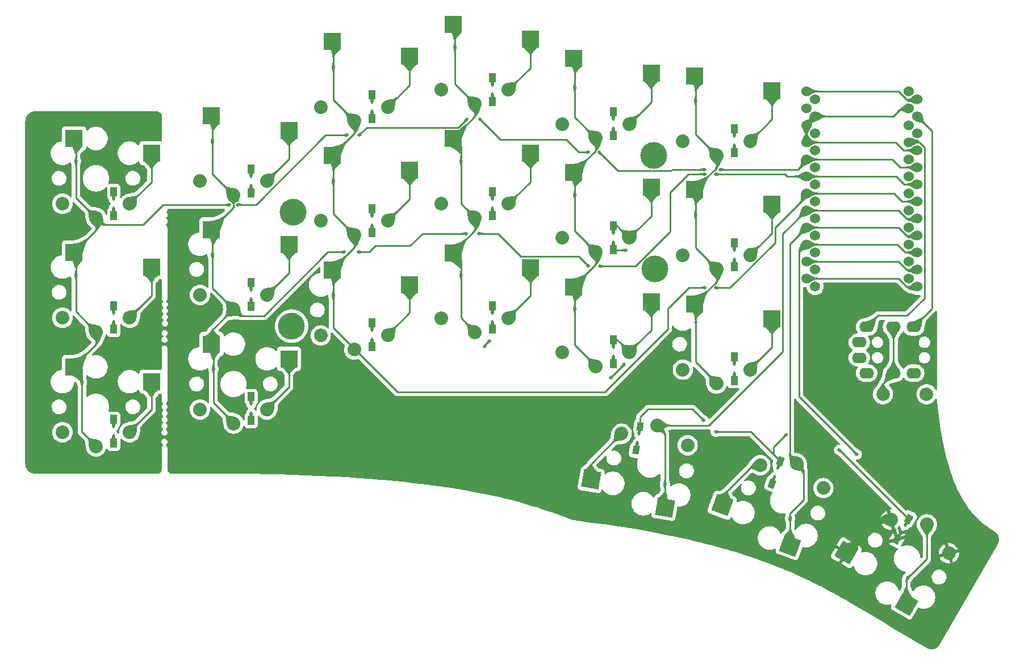
<source format=gbr>
%TF.GenerationSoftware,KiCad,Pcbnew,7.0.6*%
%TF.CreationDate,2023-09-23T12:41:15+07:00*%
%TF.ProjectId,rose,726f7365-2e6b-4696-9361-645f70636258,rev?*%
%TF.SameCoordinates,Original*%
%TF.FileFunction,Copper,L2,Bot*%
%TF.FilePolarity,Positive*%
%FSLAX46Y46*%
G04 Gerber Fmt 4.6, Leading zero omitted, Abs format (unit mm)*
G04 Created by KiCad (PCBNEW 7.0.6) date 2023-09-23 12:41:15*
%MOMM*%
%LPD*%
G01*
G04 APERTURE LIST*
G04 Aperture macros list*
%AMRotRect*
0 Rectangle, with rotation*
0 The origin of the aperture is its center*
0 $1 length*
0 $2 width*
0 $3 Rotation angle, in degrees counterclockwise*
0 Add horizontal line*
21,1,$1,$2,0,0,$3*%
%AMFreePoly0*
4,1,13,0.650000,0.227400,1.094200,0.227400,1.129555,0.212755,1.144200,0.177400,1.144200,-0.178200,1.129555,-0.213555,1.094200,-0.228200,0.650000,-0.228200,0.650000,-0.475000,-0.650000,-0.475000,-0.650000,0.475000,0.650000,0.475000,0.650000,0.227400,0.650000,0.227400,$1*%
%AMFreePoly1*
4,1,13,0.650000,-0.475000,-0.650000,-0.475000,-0.650000,-0.227000,-1.094200,-0.227000,-1.129555,-0.212355,-1.144200,-0.177000,-1.144200,0.178600,-1.129555,0.213955,-1.094200,0.228600,-0.650000,0.228600,-0.650000,0.475000,0.650000,0.475000,0.650000,-0.475000,0.650000,-0.475000,$1*%
G04 Aperture macros list end*
%TA.AperFunction,ComponentPad*%
%ADD10C,0.500000*%
%TD*%
%TA.AperFunction,ComponentPad*%
%ADD11C,4.000000*%
%TD*%
%TA.AperFunction,SMDPad,CuDef*%
%ADD12R,2.600000X2.600000*%
%TD*%
%TA.AperFunction,ComponentPad*%
%ADD13C,2.032000*%
%TD*%
%TA.AperFunction,ComponentPad*%
%ADD14O,2.200000X1.600000*%
%TD*%
%TA.AperFunction,ComponentPad*%
%ADD15C,2.000000*%
%TD*%
%TA.AperFunction,SMDPad,CuDef*%
%ADD16RotRect,2.600000X2.600000X160.000000*%
%TD*%
%TA.AperFunction,SMDPad,CuDef*%
%ADD17RotRect,2.600000X2.600000X150.000000*%
%TD*%
%TA.AperFunction,SMDPad,CuDef*%
%ADD18RotRect,2.600000X2.600000X170.000000*%
%TD*%
%TA.AperFunction,ComponentPad*%
%ADD19C,1.524000*%
%TD*%
%TA.AperFunction,SMDPad,CuDef*%
%ADD20FreePoly0,90.000000*%
%TD*%
%TA.AperFunction,ComponentPad*%
%ADD21C,0.457200*%
%TD*%
%TA.AperFunction,SMDPad,CuDef*%
%ADD22FreePoly1,90.000000*%
%TD*%
%TA.AperFunction,SMDPad,CuDef*%
%ADD23FreePoly0,240.000000*%
%TD*%
%TA.AperFunction,SMDPad,CuDef*%
%ADD24FreePoly1,240.000000*%
%TD*%
%TA.AperFunction,SMDPad,CuDef*%
%ADD25FreePoly0,260.000000*%
%TD*%
%TA.AperFunction,SMDPad,CuDef*%
%ADD26FreePoly1,260.000000*%
%TD*%
%TA.AperFunction,SMDPad,CuDef*%
%ADD27FreePoly0,250.000000*%
%TD*%
%TA.AperFunction,SMDPad,CuDef*%
%ADD28FreePoly1,250.000000*%
%TD*%
%TA.AperFunction,ViaPad*%
%ADD29C,0.500000*%
%TD*%
%TA.AperFunction,Conductor*%
%ADD30C,0.250000*%
%TD*%
G04 APERTURE END LIST*
D10*
%TO.P,H20,1*%
%TO.N,N/C*%
X-39307036Y60188248D03*
X-38867036Y61248248D03*
X-38867036Y59128248D03*
X-37807036Y61688248D03*
D11*
X-37807036Y60188248D03*
D10*
X-37807036Y58688248D03*
X-36747036Y61248248D03*
X-36747036Y59128248D03*
X-36307036Y60188248D03*
%TD*%
D12*
%TO.P,S17,1,1*%
%TO.N,c5*%
X-49702036Y40502848D03*
D13*
X-46427036Y28652848D03*
%TO.P,S17,2,2*%
%TO.N,Net-(D17-A)*%
X-51427036Y30752848D03*
X-41427036Y30752848D03*
D12*
X-38152036Y38302848D03*
%TD*%
D10*
%TO.P,H21,1*%
%TO.N,N/C*%
X-93027036Y51688248D03*
X-92587036Y52748248D03*
X-92587036Y50628248D03*
X-91527036Y53188248D03*
D11*
X-91527036Y51688248D03*
D10*
X-91527036Y50188248D03*
X-90467036Y52748248D03*
X-90467036Y50628248D03*
X-90027036Y51688248D03*
%TD*%
D14*
%TO.P,U2,1,SLEEVE*%
%TO.N,unconnected-(U2-SLEEVE-Pad1)*%
X-7134536Y32275748D03*
X-7134536Y29975748D03*
%TO.P,U2,2,TIP*%
%TO.N,VCC*%
X-6034536Y34575748D03*
X-6034536Y27675748D03*
%TO.P,U2,3,RING1*%
%TO.N,GND*%
X-2034536Y34575748D03*
X-2034536Y27675748D03*
%TO.P,U2,4,RING2*%
%TO.N,data*%
X965464Y34575748D03*
X965464Y27675748D03*
%TD*%
D15*
%TO.P,SW1,1,1*%
%TO.N,RST*%
X2892964Y24538248D03*
%TO.P,SW1,2,2*%
%TO.N,GND*%
X-3607036Y24538248D03*
%TD*%
D12*
%TO.P,S4,1,1*%
%TO.N,c4*%
X-67702036Y79703248D03*
D13*
X-64427036Y67853248D03*
%TO.P,S4,2,2*%
%TO.N,Net-(D4-A)*%
X-69427036Y69953248D03*
X-59427036Y69953248D03*
D12*
X-56152036Y77503248D03*
%TD*%
%TO.P,S8,1,1*%
%TO.N,c2*%
X-103702036Y49103248D03*
D13*
X-100427036Y37253248D03*
%TO.P,S8,2,2*%
%TO.N,Net-(D8-A)*%
X-105427036Y39353248D03*
X-95427036Y39353248D03*
D12*
X-92152036Y46903248D03*
%TD*%
%TO.P,S6,1,1*%
%TO.N,c6*%
X-31702036Y72053248D03*
D13*
X-28427036Y60203248D03*
%TO.P,S6,2,2*%
%TO.N,Net-(D6-A)*%
X-33427036Y62303248D03*
X-23427036Y62303248D03*
D12*
X-20152036Y69853248D03*
%TD*%
D16*
%TO.P,S20,1,1*%
%TO.N,c5*%
X-17451582Y1956436D03*
D13*
X-16476136Y14211910D03*
%TO.P,S20,2,2*%
%TO.N,Net-(D20-A)*%
X-12495916Y10528455D03*
X-21892842Y13948656D03*
D16*
X-27552587Y7974093D03*
%TD*%
D12*
%TO.P,S12,1,1*%
%TO.N,c6*%
X-31702036Y55053248D03*
D13*
X-28427036Y43203248D03*
%TO.P,S12,2,2*%
%TO.N,Net-(D12-A)*%
X-33427036Y45303248D03*
X-23427036Y45303248D03*
D12*
X-20152036Y52853248D03*
%TD*%
%TO.P,S14,1,1*%
%TO.N,c2*%
X-103702036Y32002848D03*
D13*
X-100427036Y20152848D03*
%TO.P,S14,2,2*%
%TO.N,Net-(D14-A)*%
X-105427036Y22252848D03*
X-95427036Y22252848D03*
D12*
X-92152036Y29802848D03*
%TD*%
%TO.P,S10,1,1*%
%TO.N,c4*%
X-67702036Y62703248D03*
D13*
X-64427036Y50853248D03*
%TO.P,S10,2,2*%
%TO.N,Net-(D10-A)*%
X-69427036Y52953248D03*
X-59427036Y52953248D03*
D12*
X-56152036Y60503248D03*
%TD*%
%TO.P,S13,1,1*%
%TO.N,c1*%
X-124202036Y28602848D03*
D13*
X-120927036Y16752848D03*
%TO.P,S13,2,2*%
%TO.N,Net-(D13-A)*%
X-125927036Y18852848D03*
X-115927036Y18852848D03*
D12*
X-112652036Y26402848D03*
%TD*%
%TO.P,S16,1,1*%
%TO.N,c4*%
X-67702036Y45602848D03*
D13*
X-64427036Y33752848D03*
%TO.P,S16,2,2*%
%TO.N,Net-(D16-A)*%
X-69427036Y35852848D03*
X-59427036Y35852848D03*
D12*
X-56152036Y43402848D03*
%TD*%
%TO.P,S7,1,1*%
%TO.N,c1*%
X-124202036Y45703248D03*
D13*
X-120927036Y33853248D03*
%TO.P,S7,2,2*%
%TO.N,Net-(D7-A)*%
X-125927036Y35953248D03*
X-115927036Y35953248D03*
D12*
X-112652036Y43503248D03*
%TD*%
D17*
%TO.P,S21,1,1*%
%TO.N,c6*%
X-145803Y-6792103D03*
D13*
X2942964Y5107798D03*
%TO.P,S21,2,2*%
%TO.N,Net-(D21-A)*%
X6223091Y789144D03*
X-2437163Y5789144D03*
D17*
X-9048396Y888153D03*
%TD*%
D12*
%TO.P,S11,1,1*%
%TO.N,c5*%
X-49702036Y57603248D03*
D13*
X-46427036Y45753248D03*
%TO.P,S11,2,2*%
%TO.N,Net-(D11-A)*%
X-51427036Y47853248D03*
X-41427036Y47853248D03*
D12*
X-38152036Y55403248D03*
%TD*%
%TO.P,S18,1,1*%
%TO.N,c6*%
X-31702036Y37952848D03*
D13*
X-28427036Y26102848D03*
%TO.P,S18,2,2*%
%TO.N,Net-(D18-A)*%
X-33427036Y28202848D03*
X-23427036Y28202848D03*
D12*
X-20152036Y35752848D03*
%TD*%
%TO.P,S3,1,1*%
%TO.N,c3*%
X-85702036Y77153248D03*
D13*
X-82427036Y65303248D03*
%TO.P,S3,2,2*%
%TO.N,Net-(D3-A)*%
X-87427036Y67403248D03*
X-77427036Y67403248D03*
D12*
X-74152036Y74953248D03*
%TD*%
D18*
%TO.P,S19,1,1*%
%TO.N,c4*%
X-36120822Y7619434D03*
D13*
X-37288336Y19858103D03*
%TO.P,S19,2,2*%
%TO.N,Net-(D19-A)*%
X-32728959Y16921766D03*
X-42577036Y18658248D03*
D18*
X-47113326Y11791647D03*
%TD*%
D10*
%TO.P,H22,1*%
%TO.N,N/C*%
X-39137036Y43208248D03*
X-38697036Y44268248D03*
X-38697036Y42148248D03*
X-37637036Y44708248D03*
D11*
X-37637036Y43208248D03*
D10*
X-37637036Y41708248D03*
X-36577036Y44268248D03*
X-36577036Y42148248D03*
X-36137036Y43208248D03*
%TD*%
D12*
%TO.P,S9,1,1*%
%TO.N,c3*%
X-85702036Y60153248D03*
D13*
X-82427036Y48303248D03*
%TO.P,S9,2,2*%
%TO.N,Net-(D9-A)*%
X-87427036Y50403248D03*
X-77427036Y50403248D03*
D12*
X-74152036Y57953248D03*
%TD*%
%TO.P,S5,1,1*%
%TO.N,c5*%
X-49702036Y74603248D03*
D13*
X-46427036Y62753248D03*
%TO.P,S5,2,2*%
%TO.N,Net-(D5-A)*%
X-51427036Y64853248D03*
X-41427036Y64853248D03*
D12*
X-38152036Y72403248D03*
%TD*%
%TO.P,S15,1,1*%
%TO.N,c3*%
X-85702036Y43052848D03*
D13*
X-82427036Y31202848D03*
%TO.P,S15,2,2*%
%TO.N,Net-(D15-A)*%
X-87427036Y33302848D03*
X-77427036Y33302848D03*
D12*
X-74152036Y40852848D03*
%TD*%
D10*
%TO.P,H19,1*%
%TO.N,N/C*%
X-93267036Y34688248D03*
X-92827036Y35748248D03*
X-92827036Y33628248D03*
X-91767036Y36188248D03*
D11*
X-91767036Y34688248D03*
D10*
X-91767036Y33188248D03*
X-90707036Y35748248D03*
X-90707036Y33628248D03*
X-90267036Y34688248D03*
%TD*%
D12*
%TO.P,S2,1,1*%
%TO.N,c2*%
X-103702036Y66103248D03*
D13*
X-100427036Y54253248D03*
%TO.P,S2,2,2*%
%TO.N,Net-(D2-A)*%
X-105427036Y56353248D03*
X-95427036Y56353248D03*
D12*
X-92152036Y63903248D03*
%TD*%
D19*
%TO.P,U1,1,TX0/PD3*%
%TO.N,unconnected-(U1-TX0{slash}PD3-Pad1)*%
X-15027036Y69738248D03*
X1511779Y68542503D03*
%TO.P,U1,2,RX1/PD2*%
%TO.N,data*%
X-15027036Y67198248D03*
X1511779Y66002503D03*
%TO.P,U1,3,GND*%
%TO.N,GND*%
X-15027036Y64658248D03*
X1511779Y63462503D03*
%TO.P,U1,4,GND*%
X-15027036Y62118248D03*
X1511779Y60922503D03*
%TO.P,U1,5,2/PD1*%
%TO.N,c1*%
X-15027036Y59578248D03*
X1511779Y58382503D03*
%TO.P,U1,6,3/PD0*%
%TO.N,c2*%
X-15027036Y57038248D03*
X1511779Y55842503D03*
%TO.P,U1,7,4/PD4*%
%TO.N,c3*%
X-15027036Y54498248D03*
X1511779Y53302503D03*
%TO.P,U1,8,5/PC6*%
%TO.N,c4*%
X-15027036Y51958248D03*
X1511779Y50762503D03*
%TO.P,U1,9,6/PD7*%
%TO.N,c5*%
X-15027036Y49418248D03*
X1511779Y48222503D03*
%TO.P,U1,10,7/PE6*%
%TO.N,c6*%
X-15027036Y46878248D03*
X1511779Y45682503D03*
%TO.P,U1,11,8/PB4*%
%TO.N,unconnected-(U1-8{slash}PB4-Pad11)*%
X-15027036Y44338248D03*
X1511779Y43142503D03*
%TO.P,U1,12,9/PB5*%
%TO.N,unconnected-(U1-9{slash}PB5-Pad12)*%
X-15027036Y41798248D03*
X1511779Y40602503D03*
%TO.P,U1,13,10/PB6*%
%TO.N,unconnected-(U1-10{slash}PB6-Pad13)*%
X-13728221Y40602503D03*
X212964Y41798248D03*
%TO.P,U1,14,16/PB2*%
%TO.N,unconnected-(U1-16{slash}PB2-Pad14)*%
X-13728221Y43142503D03*
X212964Y44338248D03*
%TO.P,U1,15,14/PB3*%
%TO.N,unconnected-(U1-14{slash}PB3-Pad15)*%
X-13728221Y45682503D03*
X212964Y46878248D03*
%TO.P,U1,16,15/PB1*%
%TO.N,unconnected-(U1-15{slash}PB1-Pad16)*%
X-13728221Y48222503D03*
X212964Y49418248D03*
%TO.P,U1,17,A0/PF7*%
%TO.N,r4*%
X-13728221Y50762503D03*
X212964Y51958248D03*
%TO.P,U1,18,A1/PF6*%
%TO.N,r3*%
X-13728221Y53302503D03*
X212964Y54498248D03*
%TO.P,U1,19,A2/PF5*%
%TO.N,r2*%
X-13728221Y55842503D03*
X212964Y57038248D03*
%TO.P,U1,20,A3/PF4*%
%TO.N,r1*%
X-13728221Y58382503D03*
X212964Y59578248D03*
%TO.P,U1,21,VCC*%
%TO.N,VCC*%
X-13728221Y60922503D03*
X212964Y62118248D03*
%TO.P,U1,22,RST*%
%TO.N,RST*%
X-13728221Y63462503D03*
X212964Y64658248D03*
%TO.P,U1,23,GND*%
%TO.N,GND*%
X-13728221Y66002503D03*
X212964Y67198248D03*
%TO.P,U1,24,RAW*%
%TO.N,unconnected-(U1-RAW-Pad24)*%
X-13728221Y68542503D03*
X212964Y69738248D03*
%TD*%
D12*
%TO.P,S1,1,1*%
%TO.N,c1*%
X-124202036Y62703248D03*
D13*
X-120927036Y50853248D03*
%TO.P,S1,2,2*%
%TO.N,Net-(D1-A)*%
X-125927036Y52953248D03*
X-115927036Y52953248D03*
D12*
X-112652036Y60503248D03*
%TD*%
D20*
%TO.P,D8,1,K*%
%TO.N,r2*%
X-97797036Y37617848D03*
D21*
X-97797036Y38718248D03*
%TO.P,D8,2,A*%
%TO.N,Net-(D8-A)*%
X-97797436Y40067448D03*
D22*
X-97797036Y41167848D03*
%TD*%
D20*
%TO.P,D6,1,K*%
%TO.N,r1*%
X-25797036Y60567848D03*
D21*
X-25797036Y61668248D03*
%TO.P,D6,2,A*%
%TO.N,Net-(D6-A)*%
X-25797436Y63017448D03*
D22*
X-25797036Y64117848D03*
%TD*%
D20*
%TO.P,D15,1,K*%
%TO.N,r3*%
X-79797036Y31667848D03*
D21*
X-79797036Y32768248D03*
%TO.P,D15,2,A*%
%TO.N,Net-(D15-A)*%
X-79797436Y34117448D03*
D22*
X-79797036Y35217848D03*
%TD*%
D23*
%TO.P,D21,1,K*%
%TO.N,r4*%
X237500Y5936795D03*
D21*
X-312700Y4983821D03*
%TO.P,D21,2,A*%
%TO.N,Net-(D21-A)*%
X-986954Y3815179D03*
D24*
X-1537500Y2862405D03*
%TD*%
D20*
%TO.P,D5,1,K*%
%TO.N,r1*%
X-43797036Y63117848D03*
D21*
X-43797036Y64218248D03*
%TO.P,D5,2,A*%
%TO.N,Net-(D5-A)*%
X-43797436Y65567448D03*
D22*
X-43797036Y66667848D03*
%TD*%
D25*
%TO.P,D19,1,K*%
%TO.N,r4*%
X-39777088Y19698159D03*
D21*
X-39968171Y18614476D03*
%TO.P,D19,2,A*%
%TO.N,Net-(D19-A)*%
X-40202063Y17285704D03*
D26*
X-40393540Y16202091D03*
%TD*%
D20*
%TO.P,D17,1,K*%
%TO.N,r3*%
X-43797036Y29117848D03*
D21*
X-43797036Y30218248D03*
%TO.P,D17,2,A*%
%TO.N,Net-(D17-A)*%
X-43797436Y31567448D03*
D22*
X-43797036Y32667848D03*
%TD*%
D20*
%TO.P,D4,1,K*%
%TO.N,r1*%
X-61797036Y68217848D03*
D21*
X-61797036Y69318248D03*
%TO.P,D4,2,A*%
%TO.N,Net-(D4-A)*%
X-61797436Y70667448D03*
D22*
X-61797036Y71767848D03*
%TD*%
D20*
%TO.P,D14,1,K*%
%TO.N,r3*%
X-97797036Y20617848D03*
D21*
X-97797036Y21718248D03*
%TO.P,D14,2,A*%
%TO.N,Net-(D14-A)*%
X-97797436Y23067448D03*
D22*
X-97797036Y24167848D03*
%TD*%
D20*
%TO.P,D9,1,K*%
%TO.N,r2*%
X-79797036Y48667848D03*
D21*
X-79797036Y49768248D03*
%TO.P,D9,2,A*%
%TO.N,Net-(D9-A)*%
X-79797436Y51117448D03*
D22*
X-79797036Y52217848D03*
%TD*%
D20*
%TO.P,D3,1,K*%
%TO.N,r1*%
X-79797036Y65667848D03*
D21*
X-79797036Y66768248D03*
%TO.P,D3,2,A*%
%TO.N,Net-(D3-A)*%
X-79797436Y68117448D03*
D22*
X-79797036Y69217848D03*
%TD*%
D20*
%TO.P,D13,1,K*%
%TO.N,r3*%
X-118297036Y17217848D03*
D21*
X-118297036Y18318248D03*
%TO.P,D13,2,A*%
%TO.N,Net-(D13-A)*%
X-118297436Y19667448D03*
D22*
X-118297036Y20767848D03*
%TD*%
D20*
%TO.P,D10,1,K*%
%TO.N,r2*%
X-61797036Y51217848D03*
D21*
X-61797036Y52318248D03*
%TO.P,D10,2,A*%
%TO.N,Net-(D10-A)*%
X-61797436Y53667448D03*
D22*
X-61797036Y54767848D03*
%TD*%
D20*
%TO.P,D1,1,K*%
%TO.N,r1*%
X-118297036Y51217848D03*
D21*
X-118297036Y52318248D03*
%TO.P,D1,2,A*%
%TO.N,Net-(D1-A)*%
X-118297436Y53667448D03*
D22*
X-118297036Y54767848D03*
%TD*%
D20*
%TO.P,D18,1,K*%
%TO.N,r3*%
X-25797036Y26567848D03*
D21*
X-25797036Y27668248D03*
%TO.P,D18,2,A*%
%TO.N,Net-(D18-A)*%
X-25797436Y29017448D03*
D22*
X-25797036Y30117848D03*
%TD*%
D20*
%TO.P,D11,1,K*%
%TO.N,r2*%
X-43797036Y46117848D03*
D21*
X-43797036Y47218248D03*
%TO.P,D11,2,A*%
%TO.N,Net-(D11-A)*%
X-43797436Y48567448D03*
D22*
X-43797036Y49667848D03*
%TD*%
D20*
%TO.P,D16,1,K*%
%TO.N,r3*%
X-61797036Y34217848D03*
D21*
X-61797036Y35318248D03*
%TO.P,D16,2,A*%
%TO.N,Net-(D16-A)*%
X-61797436Y36667448D03*
D22*
X-61797036Y37767848D03*
%TD*%
D20*
%TO.P,D2,1,K*%
%TO.N,r1*%
X-97797036Y54617848D03*
D21*
X-97797036Y55718248D03*
%TO.P,D2,2,A*%
%TO.N,Net-(D2-A)*%
X-97797436Y57067448D03*
D22*
X-97797036Y58167848D03*
%TD*%
D20*
%TO.P,D7,1,K*%
%TO.N,r2*%
X-118297036Y34217848D03*
D21*
X-118297036Y35318248D03*
%TO.P,D7,2,A*%
%TO.N,Net-(D7-A)*%
X-118297436Y36667448D03*
D22*
X-118297036Y37767848D03*
%TD*%
D27*
%TO.P,D20,1,K*%
%TO.N,r4*%
X-18924529Y14515761D03*
D21*
X-19300888Y13481724D03*
%TO.P,D20,2,A*%
%TO.N,Net-(D20-A)*%
X-19761966Y12213754D03*
D28*
X-20138701Y11179853D03*
%TD*%
D20*
%TO.P,D12,1,K*%
%TO.N,r2*%
X-25797036Y43567848D03*
D21*
X-25797036Y44668248D03*
%TO.P,D12,2,A*%
%TO.N,Net-(D12-A)*%
X-25797436Y46017448D03*
D22*
X-25797036Y47117848D03*
%TD*%
D29*
%TO.N,r4*%
X-18066635Y18498248D03*
X-30297036Y20598248D03*
X-28567036Y18918248D03*
X-10157036Y16208248D03*
%TO.N,r3*%
X-42227539Y28968751D03*
X-62273303Y32511981D03*
X-63000769Y31614515D03*
X-44237539Y26958751D03*
%TO.N,r2*%
X-41947036Y46018248D03*
%TO.N,c6*%
X-31552036Y68318248D03*
X-7502148Y15552910D03*
X55464Y-2894252D03*
X-31552036Y51318248D03*
X-31504275Y35304620D03*
%TO.N,c5*%
X-49552036Y70318248D03*
X-49552036Y54318248D03*
X-49552036Y37318248D03*
X-17451582Y5988248D03*
%TO.N,c4*%
X-66516536Y42318248D03*
X-67422037Y76318248D03*
X-36120822Y11078248D03*
X-66516536Y59318248D03*
%TO.N,c3*%
X-85552036Y73318248D03*
X-28530803Y40412015D03*
X-30128269Y40439481D03*
X-85552036Y39318248D03*
X-85552036Y56318248D03*
%TO.N,c2*%
X-81827036Y45748248D03*
X-30193269Y57374481D03*
X-83923269Y45744481D03*
X-63867036Y48518248D03*
X-65713269Y48504481D03*
X-47488269Y43629481D03*
X-28580803Y57362015D03*
X-103552036Y62318248D03*
X-45837036Y43628248D03*
X-103552036Y45318248D03*
X-103422037Y28318248D03*
%TO.N,c1*%
X-99837036Y52808248D03*
X-81697036Y63208248D03*
X-83473269Y63194481D03*
X-27919299Y58059446D03*
X-123016536Y26318248D03*
X-101001536Y52793406D03*
X-123922037Y42318248D03*
X-123922037Y59318248D03*
X-63687036Y65588248D03*
X-30197299Y58073972D03*
X-65658269Y65559481D03*
X-47487036Y60648248D03*
X-45902936Y60642938D03*
%TD*%
D30*
%TO.N,unconnected-(U1-TX0{slash}PD3-Pad1)*%
X-15027036Y69738248D02*
X-1324287Y69738248D01*
X-128542Y68542503D02*
X1511779Y68542503D01*
X-1324287Y69738248D02*
X-128542Y68542503D01*
%TO.N,unconnected-(U1-9{slash}PB5-Pad12)*%
X-15027036Y41798248D02*
X-1324287Y41798248D01*
X-1324287Y41798248D02*
X-128542Y40602503D01*
X-128542Y40602503D02*
X1511779Y40602503D01*
%TO.N,unconnected-(U1-8{slash}PB4-Pad11)*%
X-128542Y43142503D02*
X1511779Y43142503D01*
X-15027036Y44338248D02*
X-1324287Y44338248D01*
X-1324287Y44338248D02*
X-128542Y43142503D01*
%TO.N,r4*%
X-23297036Y18918248D02*
X-19917036Y15538248D01*
X-19917036Y16647847D02*
X-18066635Y18498248D01*
X-30297036Y20598248D02*
X-32004504Y22305716D01*
X34017Y6037195D02*
X237500Y6037195D01*
X-10137036Y16208248D02*
X34017Y6037195D01*
X-32004504Y22305716D02*
X-38619568Y22305716D01*
X-19917036Y15538248D02*
X-18994949Y14616161D01*
X-38619568Y22305716D02*
X-39777088Y21148196D01*
X-10157036Y16208248D02*
X-10137036Y16208248D01*
X-28567036Y18918248D02*
X-23297036Y18918248D01*
X-19917036Y15538248D02*
X-19917036Y16647847D01*
X-18994949Y14616161D02*
X-18924529Y14616161D01*
X-39777088Y21148196D02*
X-39777088Y19798559D01*
%TO.N,r3*%
X-63000769Y31614515D02*
X-63000769Y31784515D01*
X-79787036Y31758248D02*
X-79797036Y31768248D01*
X-44237539Y26958751D02*
X-42227539Y28968751D01*
X-25607036Y26858248D02*
X-25797036Y26668248D01*
X-63000769Y31784515D02*
X-62273303Y32511981D01*
%TO.N,r2*%
X-25847036Y43618248D02*
X-25797036Y43668248D01*
X-97507036Y37428248D02*
X-97797036Y37718248D01*
X-43597036Y46018248D02*
X-43797036Y46218248D01*
X-41947036Y46018248D02*
X-43597036Y46018248D01*
%TO.N,r1*%
X-43767036Y63188248D02*
X-43797036Y63218248D01*
X-97777036Y54738248D02*
X-97797036Y54718248D01*
X-79787036Y65778248D02*
X-79797036Y65768248D01*
X-25787036Y60658248D02*
X-25797036Y60668248D01*
%TO.N,c6*%
X-31702036Y72053248D02*
X-31552036Y71903248D01*
X-31702036Y38053248D02*
X-31552036Y37903248D01*
X-145803Y-3095518D02*
X55464Y-2894252D01*
X-31552036Y51318248D02*
X-31552036Y46328248D01*
X-31552036Y46328248D02*
X-28427036Y43203248D01*
X-31552036Y68318248D02*
X-31552036Y63328248D01*
X-31552036Y71903248D02*
X-31552036Y68318248D01*
X-1497036Y46878248D02*
X-301291Y45682503D01*
X-31552036Y37903248D02*
X-31552036Y29328248D01*
X-31702036Y55053248D02*
X-31552036Y54903248D01*
X-301291Y45682503D02*
X1511779Y45682503D01*
X-16114036Y45791248D02*
X-16114036Y24164798D01*
X2942964Y-6751D02*
X2942964Y5107798D01*
X-15027036Y46878248D02*
X-16114036Y45791248D01*
X55464Y-2894252D02*
X2942964Y-6751D01*
X-28427036Y41328248D02*
X-31702036Y38053248D01*
X-28427036Y58328248D02*
X-31702036Y55053248D01*
X-31552036Y29328248D02*
X-28427036Y26203248D01*
X-16114036Y24164798D02*
X-7502148Y15552910D01*
X-28427036Y60203248D02*
X-28427036Y58328248D01*
X-145803Y-6792103D02*
X-145803Y-3095518D01*
X-31552036Y63328248D02*
X-28427036Y60203248D01*
X-31552036Y54903248D02*
X-31552036Y51318248D01*
X-28427036Y43203248D02*
X-28427036Y41328248D01*
X-15027036Y46878248D02*
X-1497036Y46878248D01*
%TO.N,c5*%
X-49552036Y57453248D02*
X-49552036Y54318248D01*
X-15460137Y13195911D02*
X-16476136Y14211910D01*
X-15027036Y49418248D02*
X-1324287Y49418248D01*
X-1324287Y49418248D02*
X-128542Y48222503D01*
X-49702036Y57603248D02*
X-49552036Y57453248D01*
X-49552036Y31878248D02*
X-46427036Y28753248D01*
X-49552036Y48878248D02*
X-46427036Y45753248D01*
X-17492135Y15227909D02*
X-16476136Y14211910D01*
X-46427036Y62753248D02*
X-46427036Y60878248D01*
X-128542Y48222503D02*
X1511779Y48222503D01*
X-49702036Y40603248D02*
X-49552036Y40453248D01*
X-49552036Y70318248D02*
X-49552036Y65878248D01*
X-49552036Y54318248D02*
X-49552036Y48878248D01*
X-17451582Y1956436D02*
X-17451582Y5988248D01*
X-49552036Y65878248D02*
X-46427036Y62753248D01*
X-46427036Y60878248D02*
X-49702036Y57603248D01*
X-49552036Y37318248D02*
X-49552036Y31878248D01*
X-46427036Y43878248D02*
X-49702036Y40603248D01*
X-15460137Y8746642D02*
X-15460137Y13195911D01*
X-46427036Y45753248D02*
X-46427036Y43878248D01*
X-49552036Y40453248D02*
X-49552036Y37318248D01*
X-49552036Y74453248D02*
X-49552036Y70318248D01*
X-15027036Y49418248D02*
X-17492135Y46953149D01*
X-49702036Y74603248D02*
X-49552036Y74453248D01*
X-17451582Y6755197D02*
X-15460137Y8746642D01*
X-17492135Y46953149D02*
X-17492135Y15227909D01*
X-17451582Y5988248D02*
X-17451582Y6755197D01*
%TO.N,c4*%
X-15027036Y51958248D02*
X-1324287Y51958248D01*
X-15027036Y51958248D02*
X-18527036Y48458248D01*
X-66516536Y42318248D02*
X-66516536Y35942748D01*
X-18527036Y30888248D02*
X-29557181Y19858103D01*
X-67702036Y62703248D02*
X-66516536Y61517748D01*
X-1324287Y51958248D02*
X-128542Y50762503D01*
X-64427036Y50853248D02*
X-64427036Y48978248D01*
X-66516536Y44517748D02*
X-66516536Y42318248D01*
X-128542Y50762503D02*
X1511779Y50762503D01*
X-64427036Y65978248D02*
X-67702036Y62703248D01*
X-36120822Y11078248D02*
X-36120822Y18690589D01*
X-66516536Y61517748D02*
X-66516536Y59318248D01*
X-67422037Y76318248D02*
X-67422037Y70848249D01*
X-67422037Y79423249D02*
X-67422037Y76318248D01*
X-29557181Y19858103D02*
X-37288336Y19858103D01*
X-67702036Y79703248D02*
X-67422037Y79423249D01*
X-67422037Y70848249D02*
X-64427036Y67853248D01*
X-36120822Y7619434D02*
X-36120822Y11078248D01*
X-64427036Y48978248D02*
X-67702036Y45703248D01*
X-18527036Y48458248D02*
X-18527036Y30888248D01*
X-66516536Y52942748D02*
X-64427036Y50853248D01*
X-36120822Y18690589D02*
X-37288336Y19858103D01*
X-66516536Y35942748D02*
X-64427036Y33853248D01*
X-64427036Y67853248D02*
X-64427036Y65978248D01*
X-67702036Y45703248D02*
X-66516536Y44517748D01*
X-66516536Y59318248D02*
X-66516536Y52942748D01*
%TO.N,c3*%
X-85552036Y60003248D02*
X-85552036Y56318248D01*
X-85702036Y77153248D02*
X-85552036Y77003248D01*
X-1987036Y54498248D02*
X-791291Y53302503D01*
X-28530803Y40412015D02*
X-26403269Y40412015D01*
X-85552036Y43003248D02*
X-85552036Y39318248D01*
X-85552036Y51428248D02*
X-82427036Y48303248D01*
X-85552036Y73318248D02*
X-85552036Y68428248D01*
X-85552036Y56318248D02*
X-85552036Y51428248D01*
X-35697036Y37308248D02*
X-32565803Y40439481D01*
X-85702036Y60153248D02*
X-85552036Y60003248D01*
X-45053036Y24862248D02*
X-35697036Y34218248D01*
X-82427036Y65303248D02*
X-82427036Y63428248D01*
X-82427036Y46428248D02*
X-85702036Y43153248D01*
X-82427036Y48303248D02*
X-82427036Y46428248D01*
X-32565803Y40439481D02*
X-30128269Y40439481D01*
X-791291Y53302503D02*
X1511779Y53302503D01*
X-82427036Y63428248D02*
X-85702036Y60153248D01*
X-85702036Y43153248D02*
X-85552036Y43003248D01*
X-75986036Y24862248D02*
X-45053036Y24862248D01*
X-19702036Y47113248D02*
X-19702036Y49413248D01*
X-26403269Y40412015D02*
X-19702036Y47113248D01*
X-19702036Y49413248D02*
X-15027036Y54088248D01*
X-85552036Y68428248D02*
X-82427036Y65303248D01*
X-35697036Y34218248D02*
X-35697036Y37308248D01*
X-85552036Y34428248D02*
X-75986036Y24862248D01*
X-15027036Y54088248D02*
X-15027036Y54498248D01*
X-15027036Y54498248D02*
X-1987036Y54498248D01*
X-85552036Y77003248D02*
X-85552036Y73318248D01*
X-85552036Y39318248D02*
X-85552036Y34428248D01*
%TO.N,c2*%
X-103422037Y28318248D02*
X-103422037Y23248249D01*
X-103702036Y33978248D02*
X-100427036Y37253248D01*
X-40505083Y43628248D02*
X-35302036Y48831295D01*
X-103552036Y57378248D02*
X-100427036Y54253248D01*
X-32630803Y57374481D02*
X-30193269Y57374481D01*
X-17887036Y57038248D02*
X-15027036Y57038248D01*
X-86360803Y45744481D02*
X-95868035Y36237249D01*
X-103702036Y66103248D02*
X-103552036Y65953248D01*
X-48987036Y45128248D02*
X-47488269Y43629481D01*
X-461291Y55842503D02*
X1511779Y55842503D01*
X-18210803Y57362015D02*
X-17887036Y57038248D01*
X-63867036Y48518248D02*
X-60963686Y48518248D01*
X-83923269Y45744481D02*
X-86360803Y45744481D01*
X-103702036Y32103248D02*
X-103422037Y31823249D01*
X-35302036Y48831295D02*
X-35302036Y54703248D01*
X-95868035Y36237249D02*
X-99411037Y36237249D01*
X-28580803Y57362015D02*
X-18210803Y57362015D01*
X-103422037Y31823249D02*
X-103422037Y28318248D01*
X-45837036Y43628248D02*
X-40505083Y43628248D01*
X-60963686Y48518248D02*
X-57573686Y45128248D01*
X-57573686Y45128248D02*
X-48987036Y45128248D01*
X-103552036Y40378248D02*
X-100427036Y37253248D01*
X-81827036Y45748248D02*
X-80185575Y45748248D01*
X-35302036Y54703248D02*
X-32630803Y57374481D01*
X-103552036Y45318248D02*
X-103552036Y40378248D01*
X-72260803Y48504481D02*
X-65713269Y48504481D01*
X-79245575Y46688248D02*
X-74077036Y46688248D01*
X-103702036Y32103248D02*
X-103702036Y33978248D01*
X-80185575Y45748248D02*
X-79245575Y46688248D01*
X-103552036Y62318248D02*
X-103552036Y57378248D01*
X-1657036Y57038248D02*
X-461291Y55842503D01*
X-103422037Y23248249D02*
X-100427036Y20253248D01*
X-100427036Y54253248D02*
X-100427036Y52378248D01*
X-74077036Y46688248D02*
X-72260803Y48504481D01*
X-100427036Y52378248D02*
X-103702036Y49103248D01*
X-15027036Y57038248D02*
X-1657036Y57038248D01*
X-103552036Y65953248D02*
X-103552036Y62318248D01*
X-103552036Y48953248D02*
X-103552036Y45318248D01*
X-103702036Y49103248D02*
X-103552036Y48953248D01*
X-99411037Y36237249D02*
X-100427036Y37253248D01*
%TO.N,c1*%
X-15027036Y59318248D02*
X-15027036Y59578248D01*
X-86689342Y63194481D02*
X-83473269Y63194481D01*
X-1001291Y58382503D02*
X1511779Y58382503D01*
X-2197036Y59578248D02*
X-1001291Y58382503D01*
X-45902936Y60642938D02*
X-43123246Y57863248D01*
X-123922037Y45423249D02*
X-123922037Y42318248D01*
X-124202036Y45703248D02*
X-123922037Y45423249D01*
X-124202036Y28703248D02*
X-123016536Y27517748D01*
X-123922037Y42318248D02*
X-123922037Y36848249D01*
X-35031312Y58073972D02*
X-30197299Y58073972D01*
X-47487036Y60648248D02*
X-48937036Y60648248D01*
X-99837036Y52808248D02*
X-97075575Y52808248D01*
X-97075575Y52808248D02*
X-86689342Y63194481D01*
X-50847036Y62558248D02*
X-60657036Y62558248D01*
X-120927036Y48978248D02*
X-124202036Y45703248D01*
X-43123246Y57863248D02*
X-35242036Y57863248D01*
X-27919299Y58059446D02*
X-16285838Y58059446D01*
X-120927036Y50853248D02*
X-119911037Y49837249D01*
X-120927036Y33853248D02*
X-120927036Y31978248D01*
X-123922037Y53848249D02*
X-120927036Y50853248D01*
X-119911037Y49837249D02*
X-113878035Y49837249D01*
X-66889502Y64328248D02*
X-65658269Y65559481D01*
X-124202036Y62703248D02*
X-123922037Y62423249D01*
X-16285838Y58059446D02*
X-15027036Y59318248D01*
X-15027036Y59578248D02*
X-2197036Y59578248D01*
X-120927036Y31978248D02*
X-124202036Y28703248D01*
X-113878035Y49837249D02*
X-110921878Y52793406D01*
X-81697036Y63208248D02*
X-80577036Y64328248D01*
X-123016536Y27517748D02*
X-123016536Y26318248D01*
X-110921878Y52793406D02*
X-101001536Y52793406D01*
X-35242036Y57863248D02*
X-35031312Y58073972D01*
X-123016536Y18942748D02*
X-120927036Y16853248D01*
X-123922037Y62423249D02*
X-123922037Y59318248D01*
X-60657036Y62558248D02*
X-63687036Y65588248D01*
X-123016536Y26318248D02*
X-123016536Y18942748D01*
X-80577036Y64328248D02*
X-66889502Y64328248D01*
X-123922037Y36848249D02*
X-120927036Y33853248D01*
X-48937036Y60648248D02*
X-50847036Y62558248D01*
X-123922037Y59318248D02*
X-123922037Y53848249D01*
X-120927036Y50853248D02*
X-120927036Y48978248D01*
%TO.N,VCC*%
X2598779Y61389688D02*
X1870219Y62118248D01*
X12964Y36258248D02*
X2598779Y38844063D01*
X2598779Y38844063D02*
X2598779Y61389688D01*
X-4352036Y36258248D02*
X12964Y36258248D01*
X-6034536Y34575748D02*
X-4352036Y36258248D01*
X1870219Y62118248D02*
X212964Y62118248D01*
%TO.N,Net-(D9-A)*%
X-74152036Y53678248D02*
X-77427036Y50403248D01*
X-74152036Y57953248D02*
X-74152036Y53678248D01*
%TO.N,Net-(D8-A)*%
X-92152036Y46903248D02*
X-92152036Y42628248D01*
X-92152036Y42628248D02*
X-95427036Y39353248D01*
%TO.N,Net-(D7-A)*%
X-112652036Y39228248D02*
X-115927036Y35953248D01*
X-112652036Y43503248D02*
X-112652036Y39228248D01*
%TO.N,Net-(D6-A)*%
X-20152036Y69853248D02*
X-20152036Y65578248D01*
X-20152036Y65578248D02*
X-23427036Y62303248D01*
%TO.N,Net-(D5-A)*%
X-38152036Y68128248D02*
X-41427036Y64853248D01*
X-38152036Y72403248D02*
X-38152036Y68128248D01*
%TO.N,Net-(D4-A)*%
X-56152036Y73228248D02*
X-59427036Y69953248D01*
X-56152036Y77503248D02*
X-56152036Y73228248D01*
%TO.N,Net-(D3-A)*%
X-74152036Y70678248D02*
X-77427036Y67403248D01*
X-74152036Y74953248D02*
X-74152036Y70678248D01*
%TO.N,Net-(D21-A)*%
X-4147405Y5789144D02*
X-2437163Y5789144D01*
X-9048396Y888153D02*
X-4147405Y5789144D01*
%TO.N,Net-(D20-A)*%
X-22961455Y13948656D02*
X-21892842Y13948656D01*
X-27552587Y7974093D02*
X-27552587Y9357524D01*
X-27552587Y9357524D02*
X-22961455Y13948656D01*
%TO.N,Net-(D2-A)*%
X-92152036Y63903248D02*
X-92152036Y59628248D01*
X-92152036Y59628248D02*
X-95427036Y56353248D01*
%TO.N,Net-(D19-A)*%
X-47113326Y14121958D02*
X-42577036Y18658248D01*
X-40393540Y16474752D02*
X-40393540Y16302491D01*
X-47113326Y11791647D02*
X-47113326Y14121958D01*
%TO.N,Net-(D18-A)*%
X-20152036Y35853248D02*
X-20152036Y31578248D01*
X-20152036Y31578248D02*
X-23427036Y28303248D01*
%TO.N,Net-(D17-A)*%
X-43342036Y32768248D02*
X-43797036Y32768248D01*
X-38152036Y38403248D02*
X-38152036Y34128248D01*
X-38152036Y34128248D02*
X-41427036Y30853248D01*
X-41427036Y30853248D02*
X-43342036Y32768248D01*
%TO.N,Net-(D16-A)*%
X-56152036Y43503248D02*
X-56152036Y39228248D01*
X-56152036Y39228248D02*
X-59427036Y35953248D01*
%TO.N,Net-(D15-A)*%
X-74152036Y36678248D02*
X-77427036Y33403248D01*
X-74152036Y40953248D02*
X-74152036Y36678248D01*
%TO.N,Net-(D14-A)*%
X-92152036Y25628248D02*
X-92152036Y29903248D01*
X-95427036Y22353248D02*
X-92152036Y25628248D01*
%TO.N,Net-(D13-A)*%
X-112652036Y26503248D02*
X-112652036Y22228248D01*
X-112652036Y22228248D02*
X-115927036Y18953248D01*
%TO.N,Net-(D12-A)*%
X-20152036Y52853248D02*
X-20152036Y48578248D01*
X-20152036Y48578248D02*
X-23427036Y45303248D01*
%TO.N,Net-(D11-A)*%
X-43342036Y49768248D02*
X-43797036Y49768248D01*
X-38152036Y55403248D02*
X-38152036Y51128248D01*
X-41427036Y47853248D02*
X-43342036Y49768248D01*
X-38152036Y51128248D02*
X-41427036Y47853248D01*
%TO.N,Net-(D10-A)*%
X-56152036Y56228248D02*
X-59427036Y52953248D01*
X-56152036Y60503248D02*
X-56152036Y56228248D01*
%TO.N,Net-(D1-A)*%
X-112652036Y56228248D02*
X-115927036Y52953248D01*
X-112652036Y60503248D02*
X-112652036Y56228248D01*
%TO.N,GND*%
X212964Y67198248D02*
X-877036Y67198248D01*
X-2072781Y66002503D02*
X-13728221Y66002503D01*
X-494542Y60922503D02*
X1511779Y60922503D01*
X-1690287Y62118248D02*
X-494542Y60922503D01*
X-13728221Y66002503D02*
X-13728221Y65957063D01*
X-15027036Y62118248D02*
X-1690287Y62118248D01*
X-15027036Y64658248D02*
X-15027036Y62118248D01*
X-2034536Y27675748D02*
X-2034536Y34575748D01*
X-3607036Y26103248D02*
X-2034536Y27675748D01*
X182964Y67198248D02*
X212964Y67198248D01*
X-877036Y67198248D02*
X-2072781Y66002503D01*
X-3607036Y24538248D02*
X-3607036Y26103248D01*
X182964Y67198248D02*
X152964Y67228248D01*
X-13728221Y65957063D02*
X-15027036Y64658248D01*
%TO.N,data*%
X3732964Y63781318D02*
X1511779Y66002503D01*
X965464Y34575748D02*
X3732964Y37343248D01*
X3732964Y37343248D02*
X3732964Y63781318D01*
%TD*%
%TA.AperFunction,Conductor*%
%TO.N,Net-(D21-A)*%
G36*
X-111842485Y66768599D02*
G01*
X-111822957Y66768115D01*
X-111816852Y66767662D01*
X-111719203Y66755548D01*
X-111701323Y66751978D01*
X-111613097Y66727503D01*
X-111596014Y66721387D01*
X-111512428Y66684349D01*
X-111496424Y66675805D01*
X-111418877Y66626784D01*
X-111404188Y66615903D01*
X-111329369Y66551421D01*
X-111324929Y66547195D01*
X-111303556Y66524735D01*
X-111299563Y66520102D01*
X-111239083Y66442493D01*
X-111228960Y66427321D01*
X-111183880Y66347623D01*
X-111176126Y66331218D01*
X-111143217Y66245943D01*
X-111137935Y66228562D01*
X-111117768Y66139082D01*
X-111115074Y66120997D01*
X-111107707Y66021734D01*
X-111107537Y66017144D01*
X-111107536Y65209558D01*
X-111110625Y62420849D01*
X-111130384Y62353831D01*
X-111183239Y62308135D01*
X-111247878Y62297697D01*
X-111304163Y62303748D01*
X-111304172Y62303748D01*
X-113999907Y62303748D01*
X-113999913Y62303747D01*
X-114059520Y62297340D01*
X-114194365Y62247046D01*
X-114194372Y62247042D01*
X-114309581Y62160796D01*
X-114309584Y62160793D01*
X-114395830Y62045584D01*
X-114395834Y62045577D01*
X-114446128Y61910731D01*
X-114452535Y61851132D01*
X-114452536Y61851113D01*
X-114452536Y61803673D01*
X-114472221Y61736634D01*
X-114525025Y61690879D01*
X-114594183Y61680935D01*
X-114657739Y61709960D01*
X-114667434Y61719332D01*
X-114733046Y61790045D01*
X-114733049Y61790048D01*
X-114733725Y61790587D01*
X-114938179Y61953634D01*
X-115165393Y62084816D01*
X-115409620Y62180668D01*
X-115409625Y62180670D01*
X-115409634Y62180672D01*
X-115660911Y62238024D01*
X-115665406Y62239050D01*
X-115665407Y62239051D01*
X-115665411Y62239051D01*
X-115665416Y62239052D01*
X-115861536Y62253748D01*
X-115861542Y62253748D01*
X-115992530Y62253748D01*
X-115992536Y62253748D01*
X-116188657Y62239052D01*
X-116188662Y62239051D01*
X-116444439Y62180672D01*
X-116444458Y62180666D01*
X-116688680Y62084816D01*
X-116915893Y61953634D01*
X-117121022Y61790050D01*
X-117299469Y61597728D01*
X-117447268Y61380946D01*
X-117447269Y61380945D01*
X-117561098Y61144575D01*
X-117638430Y60893872D01*
X-117638431Y60893867D01*
X-117638432Y60893863D01*
X-117651441Y60807553D01*
X-117677536Y60634436D01*
X-117677536Y60372061D01*
X-117659496Y60252379D01*
X-117638432Y60112633D01*
X-117638431Y60112631D01*
X-117638430Y60112625D01*
X-117578350Y59917852D01*
X-117564896Y59874233D01*
X-117561098Y59861922D01*
X-117447269Y59625552D01*
X-117447268Y59625551D01*
X-117447266Y59625548D01*
X-117447264Y59625544D01*
X-117329183Y59452352D01*
X-117299469Y59408769D01*
X-117121022Y59216447D01*
X-117121018Y59216444D01*
X-117121017Y59216443D01*
X-116915893Y59052862D01*
X-116688679Y58921680D01*
X-116444452Y58825828D01*
X-116188666Y58767446D01*
X-116188660Y58767446D01*
X-116188657Y58767445D01*
X-115992536Y58752748D01*
X-115992530Y58752748D01*
X-115861536Y58752748D01*
X-115665416Y58767445D01*
X-115665414Y58767446D01*
X-115665406Y58767446D01*
X-115409620Y58825828D01*
X-115165393Y58921680D01*
X-114938179Y59052862D01*
X-114733055Y59216443D01*
X-114667434Y59287167D01*
X-114607408Y59322920D01*
X-114537579Y59320546D01*
X-114480118Y59280797D01*
X-114453269Y59216291D01*
X-114452536Y59202827D01*
X-114452536Y59155380D01*
X-114452535Y59155372D01*
X-114446128Y59095765D01*
X-114395834Y58960920D01*
X-114395830Y58960913D01*
X-114309584Y58845704D01*
X-114309581Y58845701D01*
X-114194372Y58759455D01*
X-114194365Y58759451D01*
X-114176393Y58752748D01*
X-114059519Y58709157D01*
X-113999909Y58702748D01*
X-113858488Y58702749D01*
X-113791448Y58683065D01*
X-113774779Y58670231D01*
X-113666529Y58571175D01*
X-113661728Y58566265D01*
X-113628440Y58528222D01*
X-113524519Y58409455D01*
X-113524030Y58408897D01*
X-113520602Y58404610D01*
X-113372335Y58201390D01*
X-113369859Y58197730D01*
X-113296414Y58080333D01*
X-113277537Y58014567D01*
X-113277537Y56538701D01*
X-113297222Y56471662D01*
X-113313856Y56451020D01*
X-114890810Y54874067D01*
X-114908804Y54859183D01*
X-114911168Y54857578D01*
X-115169712Y54653579D01*
X-115204609Y54634224D01*
X-115333983Y54587761D01*
X-115364175Y54581018D01*
X-115586901Y54559874D01*
X-115586900Y54559873D01*
X-115943791Y54522981D01*
X-115967095Y54519469D01*
X-115967092Y54519469D01*
X-115992300Y54514459D01*
X-115992299Y54514459D01*
X-115996698Y54513370D01*
X-116015124Y54508807D01*
X-116015141Y54508802D01*
X-116015142Y54508802D01*
X-116311162Y54420712D01*
X-116314372Y54419849D01*
X-116397112Y54399985D01*
X-116435728Y54383990D01*
X-116441768Y54381847D01*
X-116451530Y54378941D01*
X-116453947Y54378221D01*
X-116458047Y54376884D01*
X-116466516Y54374121D01*
X-116471978Y54372180D01*
X-116473860Y54371510D01*
X-116473863Y54371509D01*
X-116473865Y54371508D01*
X-116473867Y54371507D01*
X-116546435Y54339079D01*
X-116548208Y54338038D01*
X-116555869Y54334226D01*
X-116617639Y54308638D01*
X-116821169Y54183916D01*
X-117002679Y54028891D01*
X-117117337Y53894644D01*
X-117175844Y53856451D01*
X-117245712Y53855953D01*
X-117304758Y53893307D01*
X-117334236Y53956653D01*
X-117334365Y53992823D01*
X-117330741Y54018030D01*
X-117316389Y54117848D01*
X-117316389Y55417848D01*
X-117321536Y55489809D01*
X-117322570Y55493329D01*
X-117362082Y55627899D01*
X-117369092Y55638807D01*
X-117439893Y55748976D01*
X-117548663Y55843225D01*
X-117548665Y55843226D01*
X-117679580Y55903014D01*
X-117786244Y55918349D01*
X-117822036Y55923495D01*
X-118772036Y55923495D01*
X-118843997Y55918349D01*
X-118844002Y55918348D01*
X-118940076Y55890138D01*
X-119009946Y55890138D01*
X-119068724Y55927913D01*
X-119097748Y55991469D01*
X-119091193Y56052444D01*
X-119036817Y56198230D01*
X-118977069Y56472885D01*
X-118957970Y56739922D01*
X-118957017Y56753247D01*
X-118957017Y56753250D01*
X-118960782Y56805893D01*
X-116532193Y56805893D01*
X-116522184Y56595789D01*
X-116472594Y56391377D01*
X-116424202Y56285413D01*
X-116385216Y56200044D01*
X-116385212Y56200038D01*
X-116263210Y56028709D01*
X-116263204Y56028703D01*
X-116255838Y56021680D01*
X-116110973Y55883551D01*
X-115934022Y55769832D01*
X-115738748Y55691655D01*
X-115584907Y55662005D01*
X-115532208Y55651848D01*
X-115532207Y55651848D01*
X-115374575Y55651848D01*
X-115374568Y55651848D01*
X-115217647Y55666832D01*
X-115015825Y55726092D01*
X-114828866Y55822477D01*
X-114663526Y55952501D01*
X-114525781Y56111467D01*
X-114420610Y56293629D01*
X-114351814Y56492402D01*
X-114321879Y56700603D01*
X-114331888Y56910707D01*
X-114381478Y57115119D01*
X-114468857Y57306453D01*
X-114469122Y57306825D01*
X-114590863Y57477788D01*
X-114590869Y57477794D01*
X-114699026Y57580921D01*
X-114743099Y57622945D01*
X-114920050Y57736664D01*
X-114920052Y57736665D01*
X-115115315Y57814838D01*
X-115115322Y57814841D01*
X-115115324Y57814841D01*
X-115115327Y57814842D01*
X-115115328Y57814842D01*
X-115321864Y57854648D01*
X-115321865Y57854648D01*
X-115479504Y57854648D01*
X-115636426Y57839664D01*
X-115636425Y57839664D01*
X-115636429Y57839663D01*
X-115838245Y57780405D01*
X-116025205Y57684020D01*
X-116190546Y57553996D01*
X-116190547Y57553995D01*
X-116328287Y57395034D01*
X-116328296Y57395023D01*
X-116433462Y57212869D01*
X-116502257Y57014100D01*
X-116502258Y57014095D01*
X-116502258Y57014094D01*
X-116532193Y56805893D01*
X-118960782Y56805893D01*
X-118961128Y56810732D01*
X-118977069Y57033611D01*
X-119036817Y57308266D01*
X-119135044Y57571623D01*
X-119170928Y57637339D01*
X-119269748Y57818316D01*
X-119269753Y57818324D01*
X-119438189Y58043329D01*
X-119438205Y58043347D01*
X-119636938Y58242080D01*
X-119636956Y58242096D01*
X-119861961Y58410532D01*
X-119861969Y58410537D01*
X-120108656Y58545238D01*
X-120108660Y58545240D01*
X-120240923Y58594571D01*
X-120372018Y58643467D01*
X-120372022Y58643468D01*
X-120372025Y58643469D01*
X-120646665Y58703214D01*
X-120646672Y58703215D01*
X-120856861Y58718248D01*
X-120997211Y58718248D01*
X-121207401Y58703215D01*
X-121207408Y58703214D01*
X-121482048Y58643469D01*
X-121482053Y58643468D01*
X-121482054Y58643467D01*
X-121527646Y58626462D01*
X-121745413Y58545240D01*
X-121745417Y58545238D01*
X-121992104Y58410537D01*
X-121992112Y58410532D01*
X-122217117Y58242096D01*
X-122217135Y58242080D01*
X-122415868Y58043347D01*
X-122415884Y58043329D01*
X-122584320Y57818324D01*
X-122584325Y57818316D01*
X-122719026Y57571629D01*
X-122719028Y57571625D01*
X-122790785Y57379235D01*
X-122812663Y57320576D01*
X-122817257Y57308260D01*
X-122877002Y57033620D01*
X-122877003Y57033613D01*
X-122897055Y56753250D01*
X-122897055Y56753247D01*
X-122877003Y56472884D01*
X-122877002Y56472877D01*
X-122817257Y56198239D01*
X-122817255Y56198230D01*
X-122762845Y56052352D01*
X-122719028Y55934872D01*
X-122719026Y55934868D01*
X-122584325Y55688181D01*
X-122584320Y55688173D01*
X-122415884Y55463168D01*
X-122415868Y55463150D01*
X-122217135Y55264417D01*
X-122217117Y55264401D01*
X-121992112Y55095965D01*
X-121992104Y55095960D01*
X-121745417Y54961259D01*
X-121745413Y54961257D01*
X-121745411Y54961256D01*
X-121482054Y54863029D01*
X-121207399Y54803281D01*
X-120997211Y54788248D01*
X-120856861Y54788248D01*
X-120646673Y54803281D01*
X-120372018Y54863029D01*
X-120108661Y54961256D01*
X-119861963Y55095963D01*
X-119636948Y55264407D01*
X-119568200Y55333155D01*
X-119489364Y55411990D01*
X-119428041Y55445475D01*
X-119358349Y55440491D01*
X-119302416Y55398619D01*
X-119277999Y55333155D01*
X-119277683Y55324309D01*
X-119277683Y54117848D01*
X-119272537Y54045888D01*
X-119272536Y54045883D01*
X-119231991Y53907798D01*
X-119231989Y53907795D01*
X-119154179Y53786720D01*
X-119154178Y53786719D01*
X-119075207Y53718291D01*
X-119037432Y53659513D01*
X-119033527Y53628418D01*
X-119033455Y53628425D01*
X-119033027Y53624440D01*
X-119032488Y53620152D01*
X-119032508Y53619611D01*
X-119032507Y53619602D01*
X-119021482Y53576404D01*
X-119019945Y53568004D01*
X-119012755Y53504186D01*
X-119012754Y53504183D01*
X-118958489Y53349101D01*
X-118894871Y53247854D01*
X-118871076Y53209985D01*
X-118754899Y53093808D01*
X-118754897Y53093807D01*
X-118749666Y53089635D01*
X-118709526Y53032447D01*
X-118706677Y52962635D01*
X-118742023Y52902365D01*
X-118749661Y52895747D01*
X-118754498Y52891890D01*
X-118870676Y52775712D01*
X-118958089Y52636596D01*
X-119012353Y52481515D01*
X-119017114Y52439269D01*
X-119021355Y52418229D01*
X-119026168Y52401838D01*
X-119027596Y52361885D01*
X-119049664Y52295592D01*
X-119084473Y52262005D01*
X-119103159Y52249996D01*
X-119103170Y52249986D01*
X-119197411Y52141226D01*
X-119197414Y52141220D01*
X-119257202Y52010305D01*
X-119277683Y51867848D01*
X-119277683Y51462337D01*
X-119297368Y51395298D01*
X-119350172Y51349543D01*
X-119419330Y51339599D01*
X-119482886Y51368624D01*
X-119515233Y51412513D01*
X-119541972Y51473451D01*
X-119545089Y51479737D01*
X-119571644Y51543847D01*
X-119571646Y51543850D01*
X-119571647Y51543853D01*
X-119696368Y51747380D01*
X-119851393Y51928891D01*
X-120032904Y52083916D01*
X-120236431Y52208637D01*
X-120236432Y52208638D01*
X-120236436Y52208640D01*
X-120384351Y52269908D01*
X-120406478Y52280111D01*
X-120412304Y52281845D01*
X-120418341Y52283988D01*
X-120456962Y52299985D01*
X-120456967Y52299986D01*
X-120539711Y52319853D01*
X-120542921Y52320715D01*
X-120839003Y52408824D01*
X-120839002Y52408823D01*
X-120861915Y52414492D01*
X-120861916Y52414492D01*
X-120887105Y52419490D01*
X-120887106Y52419490D01*
X-120910329Y52422986D01*
X-120910327Y52422986D01*
X-121267174Y52459873D01*
X-121489901Y52481018D01*
X-121520093Y52487761D01*
X-121649464Y52534223D01*
X-121684362Y52553579D01*
X-121722941Y52584019D01*
X-121942888Y52757565D01*
X-121944139Y52758504D01*
X-121951390Y52763947D01*
X-121964637Y52775440D01*
X-123260218Y54071022D01*
X-123293703Y54132345D01*
X-123296537Y54158703D01*
X-123296537Y58606140D01*
X-123293481Y58633498D01*
X-123292280Y58638808D01*
X-123292280Y58638814D01*
X-123292279Y58638819D01*
X-123284833Y58732146D01*
X-123280848Y58754937D01*
X-123272680Y58784855D01*
X-123270820Y58790558D01*
X-123241575Y58867293D01*
X-123237448Y58878972D01*
X-123233450Y58891240D01*
X-123229963Y58902890D01*
X-123229929Y58903002D01*
X-123194562Y59032537D01*
X-123194562Y59032535D01*
X-123192197Y59043124D01*
X-123189411Y59055593D01*
X-123184967Y59081017D01*
X-123183094Y59095765D01*
X-123181990Y59104452D01*
X-123181991Y59104451D01*
X-123181988Y59104480D01*
X-123168383Y59274983D01*
X-123167946Y59285413D01*
X-123168218Y59294279D01*
X-123167496Y59311968D01*
X-123166788Y59318248D01*
X-123169480Y59342132D01*
X-123169840Y59347180D01*
X-123170016Y59352945D01*
X-123169922Y59358739D01*
X-123169143Y59371038D01*
X-123181991Y59532047D01*
X-123181990Y59532047D01*
X-123183575Y59544522D01*
X-123184967Y59555481D01*
X-123189411Y59580904D01*
X-123193282Y59598230D01*
X-123194562Y59603962D01*
X-123194563Y59603966D01*
X-123229928Y59733495D01*
X-123233448Y59745257D01*
X-123237448Y59757528D01*
X-123241576Y59769211D01*
X-123270813Y59845922D01*
X-123272684Y59851655D01*
X-123280850Y59881567D01*
X-123284833Y59904349D01*
X-123292280Y59997689D01*
X-123296127Y60031502D01*
X-123296129Y60031507D01*
X-123296140Y60031609D01*
X-123296538Y60038607D01*
X-123296538Y60231877D01*
X-123281076Y60291838D01*
X-123230832Y60382786D01*
X-123211298Y60418145D01*
X-123209265Y60421560D01*
X-123079385Y60624478D01*
X-123076539Y60628553D01*
X-122955964Y60787060D01*
X-122951859Y60791917D01*
X-122949371Y60794571D01*
X-122878742Y60869921D01*
X-122818536Y60905369D01*
X-122801524Y60908408D01*
X-122794553Y60909157D01*
X-122659705Y60959452D01*
X-122544490Y61045702D01*
X-122458240Y61160917D01*
X-122407945Y61295765D01*
X-122401536Y61355375D01*
X-122401537Y61402826D01*
X-122381854Y61469861D01*
X-122329051Y61515617D01*
X-122259892Y61525562D01*
X-122196336Y61496539D01*
X-122186639Y61487165D01*
X-122121027Y61416452D01*
X-122121024Y61416449D01*
X-122121021Y61416447D01*
X-122121017Y61416443D01*
X-121915893Y61252862D01*
X-121688679Y61121680D01*
X-121444452Y61025828D01*
X-121188666Y60967446D01*
X-121188660Y60967446D01*
X-121188657Y60967445D01*
X-120992536Y60952748D01*
X-120992530Y60952748D01*
X-120861536Y60952748D01*
X-120665416Y60967445D01*
X-120665414Y60967446D01*
X-120665406Y60967446D01*
X-120409620Y61025828D01*
X-120165393Y61121680D01*
X-119938179Y61252862D01*
X-119733055Y61416443D01*
X-119733047Y61416451D01*
X-119688589Y61464366D01*
X-119554603Y61608769D01*
X-119406808Y61825544D01*
X-119403932Y61831515D01*
X-119375260Y61891055D01*
X-119292973Y62061925D01*
X-119215640Y62312633D01*
X-119176536Y62572066D01*
X-119176536Y62834430D01*
X-119215640Y63093863D01*
X-119292973Y63344571D01*
X-119311769Y63383602D01*
X-119406804Y63580945D01*
X-119406805Y63580946D01*
X-119406806Y63580947D01*
X-119406808Y63580952D01*
X-119554603Y63797727D01*
X-119575621Y63820379D01*
X-119733051Y63990050D01*
X-119788702Y64034430D01*
X-119938179Y64153634D01*
X-120165393Y64284816D01*
X-120409620Y64380668D01*
X-120409625Y64380670D01*
X-120409634Y64380672D01*
X-120640341Y64433329D01*
X-120665406Y64439050D01*
X-120665407Y64439051D01*
X-120665411Y64439051D01*
X-120665416Y64439052D01*
X-120861536Y64453748D01*
X-120861542Y64453748D01*
X-120992530Y64453748D01*
X-120992536Y64453748D01*
X-121188657Y64439052D01*
X-121188662Y64439051D01*
X-121444439Y64380672D01*
X-121444458Y64380666D01*
X-121688680Y64284816D01*
X-121915893Y64153634D01*
X-122121024Y63990048D01*
X-122121027Y63990045D01*
X-122186639Y63919331D01*
X-122246667Y63883576D01*
X-122316496Y63885951D01*
X-122373956Y63925702D01*
X-122400804Y63990207D01*
X-122401537Y64003672D01*
X-122401537Y64051119D01*
X-122401538Y64051125D01*
X-122401539Y64051132D01*
X-122407945Y64110731D01*
X-122423947Y64153634D01*
X-122458239Y64245577D01*
X-122458243Y64245584D01*
X-122544489Y64360793D01*
X-122544492Y64360796D01*
X-122659701Y64447042D01*
X-122659708Y64447046D01*
X-122794554Y64497340D01*
X-122794553Y64497340D01*
X-122854153Y64503747D01*
X-122854155Y64503748D01*
X-122854163Y64503748D01*
X-122854172Y64503748D01*
X-125549907Y64503748D01*
X-125549913Y64503747D01*
X-125609520Y64497340D01*
X-125744365Y64447046D01*
X-125744372Y64447042D01*
X-125859581Y64360796D01*
X-125859584Y64360793D01*
X-125945830Y64245584D01*
X-125945834Y64245577D01*
X-125996128Y64110731D01*
X-126001866Y64057351D01*
X-126002535Y64051125D01*
X-126002536Y64051113D01*
X-126002536Y62368055D01*
X-126022221Y62301016D01*
X-126075025Y62255261D01*
X-126117268Y62244402D01*
X-126188655Y62239052D01*
X-126188665Y62239051D01*
X-126444439Y62180672D01*
X-126444458Y62180666D01*
X-126688680Y62084816D01*
X-126915893Y61953634D01*
X-127121022Y61790050D01*
X-127299469Y61597728D01*
X-127447268Y61380946D01*
X-127447269Y61380945D01*
X-127561098Y61144575D01*
X-127638430Y60893872D01*
X-127638431Y60893867D01*
X-127638432Y60893863D01*
X-127651441Y60807553D01*
X-127677536Y60634436D01*
X-127677536Y60372061D01*
X-127659496Y60252379D01*
X-127638432Y60112633D01*
X-127638431Y60112631D01*
X-127638430Y60112625D01*
X-127578350Y59917852D01*
X-127564896Y59874233D01*
X-127561098Y59861922D01*
X-127447269Y59625552D01*
X-127447268Y59625551D01*
X-127447266Y59625548D01*
X-127447264Y59625544D01*
X-127329183Y59452352D01*
X-127299469Y59408769D01*
X-127121022Y59216447D01*
X-127121018Y59216444D01*
X-127121017Y59216443D01*
X-126915893Y59052862D01*
X-126688679Y58921680D01*
X-126444452Y58825828D01*
X-126188666Y58767446D01*
X-126188660Y58767446D01*
X-126188657Y58767445D01*
X-125992536Y58752748D01*
X-125992530Y58752748D01*
X-125861536Y58752748D01*
X-125665416Y58767445D01*
X-125665414Y58767446D01*
X-125665406Y58767446D01*
X-125409620Y58825828D01*
X-125165393Y58921680D01*
X-124938179Y59052862D01*
X-124852097Y59121511D01*
X-124787414Y59147917D01*
X-124718718Y59135162D01*
X-124667824Y59087292D01*
X-124653765Y59051575D01*
X-124649524Y59032573D01*
X-124649524Y59032574D01*
X-124643560Y59010731D01*
X-124614116Y58902890D01*
X-124610531Y58890928D01*
X-124610530Y58890926D01*
X-124606530Y58878688D01*
X-124602469Y58867209D01*
X-124573265Y58790576D01*
X-124571393Y58784838D01*
X-124563227Y58754930D01*
X-124559243Y58732142D01*
X-124555451Y58684635D01*
X-124551795Y58638814D01*
X-124551794Y58638808D01*
X-124547935Y58604890D01*
X-124547537Y58597875D01*
X-124547537Y54009238D01*
X-124567222Y53942199D01*
X-124620026Y53896444D01*
X-124689184Y53886500D01*
X-124752740Y53915525D01*
X-124765827Y53928706D01*
X-124773200Y53937339D01*
X-124851393Y54028891D01*
X-125032904Y54183916D01*
X-125236431Y54308637D01*
X-125236432Y54308638D01*
X-125236436Y54308640D01*
X-125447301Y54395983D01*
X-125456963Y54399985D01*
X-125456964Y54399986D01*
X-125456968Y54399987D01*
X-125689074Y54455710D01*
X-125689073Y54455710D01*
X-125927036Y54474437D01*
X-126165000Y54455710D01*
X-126397105Y54399987D01*
X-126617637Y54308640D01*
X-126821169Y54183916D01*
X-127002679Y54028891D01*
X-127157704Y53847381D01*
X-127282428Y53643849D01*
X-127373775Y53423317D01*
X-127429498Y53191212D01*
X-127448225Y52953248D01*
X-127429498Y52715285D01*
X-127373775Y52483180D01*
X-127373774Y52483176D01*
X-127373773Y52483175D01*
X-127368990Y52471629D01*
X-127282428Y52262648D01*
X-127282426Y52262644D01*
X-127282425Y52262643D01*
X-127157704Y52059116D01*
X-127002679Y51877605D01*
X-126821168Y51722580D01*
X-126617641Y51597859D01*
X-126617639Y51597859D01*
X-126617637Y51597857D01*
X-126545196Y51567851D01*
X-126397109Y51506511D01*
X-126165002Y51450787D01*
X-125927036Y51432059D01*
X-125689070Y51450787D01*
X-125456963Y51506511D01*
X-125236431Y51597859D01*
X-125032904Y51722580D01*
X-124851393Y51877605D01*
X-124696368Y52059116D01*
X-124571647Y52262643D01*
X-124480299Y52483175D01*
X-124424575Y52715282D01*
X-124405847Y52953248D01*
X-124421695Y53154607D01*
X-124407330Y53222985D01*
X-124358278Y53272741D01*
X-124290113Y53288080D01*
X-124224476Y53264131D01*
X-124210396Y53252018D01*
X-123527524Y52569145D01*
X-122847858Y51889479D01*
X-122832968Y51871477D01*
X-122831356Y51869104D01*
X-122831355Y51869102D01*
X-122831352Y51869098D01*
X-122627365Y51610572D01*
X-122608010Y51575675D01*
X-122561549Y51446304D01*
X-122554806Y51416113D01*
X-122533661Y51193386D01*
X-122496774Y50836539D01*
X-122496684Y50835944D01*
X-122493280Y50813331D01*
X-122488636Y50789922D01*
X-122488275Y50788107D01*
X-122482789Y50765933D01*
X-122482608Y50765204D01*
X-122463812Y50702041D01*
X-122394500Y50469121D01*
X-122393638Y50465911D01*
X-122373774Y50383178D01*
X-122373772Y50383171D01*
X-122357780Y50344561D01*
X-122355636Y50338521D01*
X-122355021Y50336456D01*
X-122352015Y50326356D01*
X-122347922Y50313812D01*
X-122345757Y50307720D01*
X-122345313Y50306470D01*
X-122345313Y50306472D01*
X-122339954Y50294477D01*
X-122312871Y50233859D01*
X-122311832Y50232090D01*
X-122308012Y50224415D01*
X-122282428Y50162648D01*
X-122282426Y50162644D01*
X-122282425Y50162643D01*
X-122157704Y49959116D01*
X-122125682Y49921623D01*
X-122080423Y49868631D01*
X-122075692Y49862320D01*
X-122025301Y49785352D01*
X-122008690Y49763029D01*
X-122007193Y49761017D01*
X-121985863Y49735676D01*
X-121980578Y49730111D01*
X-121964992Y49713700D01*
X-121641392Y49411480D01*
X-121598802Y49371094D01*
X-121563700Y49310682D01*
X-121566831Y49240883D01*
X-121596442Y49193434D01*
X-122573817Y48216060D01*
X-122593952Y48199753D01*
X-122761564Y48090879D01*
X-122942361Y47973442D01*
X-122947509Y47970440D01*
X-123302934Y47785467D01*
X-123308966Y47782726D01*
X-123332952Y47773340D01*
X-123656435Y47646761D01*
X-123663310Y47644523D01*
X-124003745Y47555268D01*
X-124011298Y47553781D01*
X-124371839Y47505807D01*
X-124372847Y47505629D01*
X-124394365Y47503748D01*
X-125549907Y47503748D01*
X-125549913Y47503747D01*
X-125609520Y47497340D01*
X-125744365Y47447046D01*
X-125744372Y47447042D01*
X-125859581Y47360796D01*
X-125859584Y47360793D01*
X-125945830Y47245584D01*
X-125945834Y47245577D01*
X-125996128Y47110731D01*
X-126002535Y47051132D01*
X-126002536Y47051113D01*
X-126002536Y45368055D01*
X-126022221Y45301016D01*
X-126075025Y45255261D01*
X-126117268Y45244402D01*
X-126188655Y45239052D01*
X-126188665Y45239051D01*
X-126444439Y45180672D01*
X-126444458Y45180666D01*
X-126688680Y45084816D01*
X-126915893Y44953634D01*
X-127121022Y44790050D01*
X-127299469Y44597728D01*
X-127447268Y44380946D01*
X-127447269Y44380945D01*
X-127561098Y44144575D01*
X-127638430Y43893872D01*
X-127638431Y43893867D01*
X-127638432Y43893863D01*
X-127645630Y43846106D01*
X-127677536Y43634436D01*
X-127677536Y43372061D01*
X-127663071Y43276099D01*
X-127638432Y43112633D01*
X-127638431Y43112631D01*
X-127638430Y43112625D01*
X-127587584Y42947786D01*
X-127570501Y42892404D01*
X-127561098Y42861922D01*
X-127447269Y42625552D01*
X-127447268Y42625551D01*
X-127447266Y42625548D01*
X-127447264Y42625544D01*
X-127309421Y42423366D01*
X-127299469Y42408769D01*
X-127121022Y42216447D01*
X-127121018Y42216444D01*
X-127121017Y42216443D01*
X-126915893Y42052862D01*
X-126688679Y41921680D01*
X-126444452Y41825828D01*
X-126188666Y41767446D01*
X-126188660Y41767446D01*
X-126188657Y41767445D01*
X-125992536Y41752748D01*
X-125992530Y41752748D01*
X-125861536Y41752748D01*
X-125665416Y41767445D01*
X-125665414Y41767446D01*
X-125665406Y41767446D01*
X-125409620Y41825828D01*
X-125165393Y41921680D01*
X-124938179Y42052862D01*
X-124852097Y42121511D01*
X-124787414Y42147917D01*
X-124718718Y42135162D01*
X-124667824Y42087292D01*
X-124653765Y42051575D01*
X-124649524Y42032573D01*
X-124649524Y42032574D01*
X-124630989Y41964689D01*
X-124614116Y41902890D01*
X-124610531Y41890928D01*
X-124610530Y41890926D01*
X-124606530Y41878688D01*
X-124602469Y41867209D01*
X-124573265Y41790576D01*
X-124571393Y41784838D01*
X-124563227Y41754930D01*
X-124559243Y41732142D01*
X-124557075Y41704975D01*
X-124551795Y41638814D01*
X-124551794Y41638808D01*
X-124547935Y41604890D01*
X-124547537Y41597875D01*
X-124547537Y37009238D01*
X-124567222Y36942199D01*
X-124620026Y36896444D01*
X-124689184Y36886500D01*
X-124752740Y36915525D01*
X-124765827Y36928706D01*
X-124768549Y36931893D01*
X-124851393Y37028891D01*
X-125032904Y37183916D01*
X-125236431Y37308637D01*
X-125236432Y37308638D01*
X-125236436Y37308640D01*
X-125456968Y37399987D01*
X-125689074Y37455710D01*
X-125689073Y37455710D01*
X-125927036Y37474437D01*
X-126165000Y37455710D01*
X-126397105Y37399987D01*
X-126617637Y37308640D01*
X-126821169Y37183916D01*
X-127002679Y37028891D01*
X-127157704Y36847381D01*
X-127282428Y36643849D01*
X-127373775Y36423317D01*
X-127429498Y36191212D01*
X-127448225Y35953248D01*
X-127429498Y35715285D01*
X-127373775Y35483180D01*
X-127373774Y35483176D01*
X-127373773Y35483175D01*
X-127369661Y35473249D01*
X-127282428Y35262648D01*
X-127282426Y35262644D01*
X-127282425Y35262643D01*
X-127157704Y35059116D01*
X-127002679Y34877605D01*
X-126821168Y34722580D01*
X-126617641Y34597859D01*
X-126617639Y34597859D01*
X-126617637Y34597857D01*
X-126556468Y34572520D01*
X-126397109Y34506511D01*
X-126165002Y34450787D01*
X-125927036Y34432059D01*
X-125689070Y34450787D01*
X-125456963Y34506511D01*
X-125236431Y34597859D01*
X-125032904Y34722580D01*
X-124851393Y34877605D01*
X-124696368Y35059116D01*
X-124571647Y35262643D01*
X-124480299Y35483175D01*
X-124424575Y35715282D01*
X-124405847Y35953248D01*
X-124421695Y36154607D01*
X-124407330Y36222985D01*
X-124358278Y36272741D01*
X-124290113Y36288080D01*
X-124224476Y36264131D01*
X-124210396Y36252018D01*
X-123527524Y35569145D01*
X-122847858Y34889479D01*
X-122832968Y34871477D01*
X-122831356Y34869104D01*
X-122831355Y34869102D01*
X-122831352Y34869098D01*
X-122627365Y34610572D01*
X-122608010Y34575675D01*
X-122561549Y34446304D01*
X-122554806Y34416113D01*
X-122533661Y34193386D01*
X-122496774Y33836539D01*
X-122494035Y33818349D01*
X-122493280Y33813331D01*
X-122489611Y33794838D01*
X-122488275Y33788107D01*
X-122482680Y33765492D01*
X-122482608Y33765204D01*
X-122448021Y33648976D01*
X-122394500Y33469121D01*
X-122393638Y33465911D01*
X-122373774Y33383178D01*
X-122373772Y33383171D01*
X-122357780Y33344561D01*
X-122355636Y33338521D01*
X-122352715Y33328705D01*
X-122352015Y33326356D01*
X-122347922Y33313812D01*
X-122345757Y33307720D01*
X-122345313Y33306470D01*
X-122345313Y33306472D01*
X-122336503Y33286754D01*
X-122312871Y33233859D01*
X-122311832Y33232090D01*
X-122308012Y33224415D01*
X-122282428Y33162648D01*
X-122282426Y33162644D01*
X-122282425Y33162643D01*
X-122157704Y32959116D01*
X-122135928Y32933620D01*
X-122080423Y32868631D01*
X-122075692Y32862320D01*
X-122025301Y32785352D01*
X-122007196Y32761021D01*
X-122007193Y32761017D01*
X-121999688Y32752101D01*
X-121985863Y32735676D01*
X-121985862Y32735675D01*
X-121964992Y32713700D01*
X-121641392Y32411480D01*
X-121598802Y32371094D01*
X-121563700Y32310682D01*
X-121566831Y32240883D01*
X-121596442Y32193434D01*
X-122676420Y31113457D01*
X-122694881Y31098256D01*
X-123035389Y30869160D01*
X-123040583Y30866023D01*
X-123381315Y30682348D01*
X-123387450Y30679462D01*
X-123719624Y30544828D01*
X-123726670Y30542453D01*
X-124051171Y30454329D01*
X-124058962Y30452741D01*
X-124404113Y30405171D01*
X-124405537Y30404941D01*
X-124425346Y30403348D01*
X-125549907Y30403348D01*
X-125549913Y30403347D01*
X-125609520Y30396940D01*
X-125744365Y30346646D01*
X-125744372Y30346642D01*
X-125859581Y30260396D01*
X-125859584Y30260393D01*
X-125945830Y30145184D01*
X-125945834Y30145177D01*
X-125996128Y30010331D01*
X-126002535Y29950732D01*
X-126002536Y29950713D01*
X-126002536Y28267655D01*
X-126022221Y28200616D01*
X-126075025Y28154861D01*
X-126117268Y28144002D01*
X-126188655Y28138652D01*
X-126188665Y28138651D01*
X-126444439Y28080272D01*
X-126444458Y28080266D01*
X-126688680Y27984416D01*
X-126915893Y27853234D01*
X-127121022Y27689650D01*
X-127299469Y27497328D01*
X-127401536Y27347623D01*
X-127443245Y27286446D01*
X-127447268Y27280546D01*
X-127447269Y27280545D01*
X-127561098Y27044175D01*
X-127638430Y26793472D01*
X-127638431Y26793467D01*
X-127638432Y26793463D01*
X-127647470Y26733499D01*
X-127677536Y26534036D01*
X-127677536Y26271661D01*
X-127665636Y26192716D01*
X-127638432Y26012233D01*
X-127638431Y26012231D01*
X-127638430Y26012225D01*
X-127593723Y25867290D01*
X-127570501Y25792004D01*
X-127561098Y25761522D01*
X-127447269Y25525152D01*
X-127447268Y25525151D01*
X-127447266Y25525148D01*
X-127447264Y25525144D01*
X-127359321Y25396156D01*
X-127299469Y25308369D01*
X-127121022Y25116047D01*
X-127121018Y25116044D01*
X-127121017Y25116043D01*
X-126915893Y24952462D01*
X-126688679Y24821280D01*
X-126444452Y24725428D01*
X-126188666Y24667046D01*
X-126188660Y24667046D01*
X-126188657Y24667045D01*
X-125992536Y24652348D01*
X-125992530Y24652348D01*
X-125861536Y24652348D01*
X-125665416Y24667045D01*
X-125665414Y24667046D01*
X-125665406Y24667046D01*
X-125409620Y24725428D01*
X-125165393Y24821280D01*
X-124938179Y24952462D01*
X-124733055Y25116043D01*
X-124554603Y25308369D01*
X-124406808Y25525144D01*
X-124292973Y25761525D01*
X-124215640Y26012233D01*
X-124176536Y26271666D01*
X-124176536Y26295054D01*
X-124156851Y26362092D01*
X-124104047Y26407847D01*
X-124034889Y26417791D01*
X-123973157Y26390315D01*
X-123805671Y26250754D01*
X-123766769Y26192716D01*
X-123761444Y26165358D01*
X-123756585Y26104480D01*
X-123756378Y26102848D01*
X-123753624Y26081128D01*
X-123753624Y26081131D01*
X-123753604Y26081017D01*
X-123749646Y26058335D01*
X-123749189Y26055720D01*
X-123749189Y26055718D01*
X-123744023Y26032573D01*
X-123744023Y26032574D01*
X-123708615Y25902890D01*
X-123705546Y25892648D01*
X-123705030Y25890928D01*
X-123701029Y25878688D01*
X-123696967Y25867206D01*
X-123670867Y25798724D01*
X-123667766Y25790587D01*
X-123665889Y25784832D01*
X-123657727Y25754934D01*
X-123653742Y25732142D01*
X-123646293Y25638806D01*
X-123642435Y25604887D01*
X-123642037Y25597874D01*
X-123642036Y19025493D01*
X-123643761Y19009876D01*
X-123643475Y19009849D01*
X-123644210Y19002083D01*
X-123642036Y18932934D01*
X-123642036Y18903405D01*
X-123642035Y18903388D01*
X-123641168Y18896517D01*
X-123640710Y18890698D01*
X-123639246Y18844124D01*
X-123639245Y18844121D01*
X-123633656Y18824881D01*
X-123629712Y18805837D01*
X-123627200Y18785956D01*
X-123611514Y18746336D01*
X-123610046Y18742629D01*
X-123608154Y18737101D01*
X-123595368Y18693092D01*
X-123595154Y18692358D01*
X-123589405Y18682636D01*
X-123584956Y18675114D01*
X-123576398Y18657645D01*
X-123569022Y18639016D01*
X-123541638Y18601325D01*
X-123538430Y18596441D01*
X-123514709Y18556332D01*
X-123514703Y18556324D01*
X-123500546Y18542168D01*
X-123487909Y18527373D01*
X-123476130Y18511161D01*
X-123440294Y18481515D01*
X-123440227Y18481460D01*
X-123435916Y18477538D01*
X-123110812Y18152434D01*
X-122790288Y17831910D01*
X-122779179Y17818268D01*
X-122778809Y17818550D01*
X-122747198Y17777206D01*
X-122583032Y17562492D01*
X-122582091Y17561262D01*
X-122561815Y17521538D01*
X-122526064Y17402224D01*
X-122520899Y17370250D01*
X-122514110Y17137673D01*
X-122493620Y16765491D01*
X-122493620Y16765492D01*
X-122490605Y16738085D01*
X-122485680Y16708338D01*
X-122485680Y16708337D01*
X-122479681Y16681345D01*
X-122479681Y16681346D01*
X-122408660Y16428090D01*
X-122373775Y16282781D01*
X-122373773Y16282775D01*
X-122362976Y16256709D01*
X-122357039Y16242375D01*
X-122354624Y16235398D01*
X-122353942Y16232968D01*
X-122352201Y16227403D01*
X-122349441Y16218581D01*
X-122346529Y16210164D01*
X-122312680Y16133540D01*
X-122312334Y16132948D01*
X-122308584Y16125394D01*
X-122303595Y16113350D01*
X-122282429Y16062250D01*
X-122282427Y16062247D01*
X-122282425Y16062243D01*
X-122157704Y15858716D01*
X-122002679Y15677205D01*
X-121821168Y15522180D01*
X-121617641Y15397459D01*
X-121617639Y15397459D01*
X-121617637Y15397457D01*
X-121576315Y15380341D01*
X-121397109Y15306111D01*
X-121397106Y15306111D01*
X-121397105Y15306110D01*
X-121384985Y15303201D01*
X-121165002Y15250387D01*
X-120927036Y15231659D01*
X-120689070Y15250387D01*
X-120456963Y15306111D01*
X-120236431Y15397459D01*
X-120032904Y15522180D01*
X-119851393Y15677205D01*
X-119696368Y15858716D01*
X-119571647Y16062243D01*
X-119480299Y16282775D01*
X-119480299Y16282778D01*
X-119480297Y16282781D01*
X-119466897Y16338599D01*
X-119432107Y16399191D01*
X-119370082Y16431356D01*
X-119300513Y16424881D01*
X-119245488Y16381822D01*
X-119233532Y16361172D01*
X-119231992Y16357800D01*
X-119231990Y16357796D01*
X-119231989Y16357795D01*
X-119154179Y16236720D01*
X-119045409Y16142471D01*
X-118914493Y16082683D01*
X-118772036Y16062201D01*
X-118772033Y16062201D01*
X-117822036Y16062201D01*
X-117750075Y16067348D01*
X-117750073Y16067349D01*
X-117750071Y16067349D01*
X-117611986Y16107894D01*
X-117611986Y16107895D01*
X-117611983Y16107895D01*
X-117490908Y16185705D01*
X-117396659Y16294475D01*
X-117336871Y16425391D01*
X-117316389Y16567848D01*
X-117316390Y17808400D01*
X-117296705Y17875435D01*
X-117243902Y17921190D01*
X-117174743Y17931134D01*
X-117111187Y17902109D01*
X-117098100Y17888928D01*
X-117059997Y17844316D01*
X-117002679Y17777205D01*
X-116821168Y17622180D01*
X-116617641Y17497459D01*
X-116617639Y17497459D01*
X-116617637Y17497457D01*
X-116545792Y17467698D01*
X-116397109Y17406111D01*
X-116165002Y17350387D01*
X-115927036Y17331659D01*
X-115689070Y17350387D01*
X-115456963Y17406111D01*
X-115236431Y17497459D01*
X-115032904Y17622180D01*
X-114851393Y17777205D01*
X-114696368Y17958716D01*
X-114571647Y18162243D01*
X-114480299Y18382775D01*
X-114455372Y18486605D01*
X-114445404Y18528123D01*
X-114397732Y18698120D01*
X-114374400Y18781321D01*
X-114374146Y18782460D01*
X-114368407Y18808269D01*
X-114368407Y18808270D01*
X-114365653Y18824890D01*
X-114363478Y18838012D01*
X-114360457Y18865464D01*
X-114340085Y19235474D01*
X-114339964Y19237672D01*
X-114338393Y19291525D01*
X-114333178Y19470253D01*
X-114328014Y19502219D01*
X-114292262Y19621538D01*
X-114271989Y19661257D01*
X-114101270Y19884537D01*
X-114077961Y19915022D01*
X-114077736Y19915331D01*
X-114076156Y19917487D01*
X-114063810Y19931886D01*
X-112268249Y21727447D01*
X-112255994Y21737262D01*
X-112256177Y21737484D01*
X-112250170Y21742456D01*
X-112250159Y21742462D01*
X-112219261Y21775366D01*
X-112202809Y21792884D01*
X-112192365Y21803330D01*
X-112181916Y21813777D01*
X-112177657Y21819270D01*
X-112173884Y21823687D01*
X-112141974Y21857666D01*
X-112132323Y21875224D01*
X-112121640Y21891487D01*
X-112109363Y21907312D01*
X-112090851Y21950095D01*
X-112088298Y21955307D01*
X-112065839Y21996156D01*
X-112060856Y22015568D01*
X-112054555Y22033968D01*
X-112046599Y22052352D01*
X-112039307Y22098396D01*
X-112038130Y22104077D01*
X-112026536Y22149229D01*
X-112026536Y22169266D01*
X-112025009Y22188666D01*
X-112021876Y22208444D01*
X-112026261Y22254833D01*
X-112026536Y22260671D01*
X-112026536Y23914169D01*
X-112007659Y23979935D01*
X-112004691Y23984679D01*
X-111934217Y24097330D01*
X-111931754Y24100972D01*
X-111783474Y24304210D01*
X-111780071Y24308467D01*
X-111642356Y24465859D01*
X-111637572Y24470751D01*
X-111529298Y24569830D01*
X-111466551Y24600564D01*
X-111445588Y24602349D01*
X-111304165Y24602349D01*
X-111304164Y24602349D01*
X-111244741Y24608737D01*
X-111175981Y24596330D01*
X-111124845Y24548719D01*
X-111107487Y24485447D01*
X-111107487Y23569883D01*
X-111107522Y23568342D01*
X-111107449Y23567965D01*
X-111092779Y23469261D01*
X-111092474Y23466248D01*
X-111091018Y23463519D01*
X-111050451Y23377706D01*
X-111049775Y23375982D01*
X-111048632Y23373841D01*
X-111048631Y23373838D01*
X-111048630Y23373836D01*
X-111048608Y23373796D01*
X-111048594Y23373777D01*
X-111048592Y23373774D01*
X-111048591Y23373773D01*
X-111045005Y23369008D01*
X-111042628Y23366516D01*
X-111007552Y23323736D01*
X-111006427Y23322157D01*
X-111005664Y23321321D01*
X-111004951Y23320503D01*
X-111004799Y23320379D01*
X-111004797Y23320377D01*
X-111004796Y23320377D01*
X-111000506Y23316880D01*
X-110997453Y23314945D01*
X-110952043Y23281286D01*
X-110909907Y23225551D01*
X-110904592Y23155884D01*
X-110937786Y23094403D01*
X-110945328Y23088124D01*
X-111050740Y22990317D01*
X-111118166Y22873532D01*
X-111148174Y22742056D01*
X-111148175Y22742056D01*
X-111138097Y22607582D01*
X-111138097Y22607580D01*
X-111138096Y22607579D01*
X-111088828Y22482047D01*
X-111004748Y22376613D01*
X-111004749Y22376613D01*
X-110935974Y22329724D01*
X-110891672Y22275696D01*
X-110883612Y22206292D01*
X-110914355Y22143549D01*
X-110944436Y22121188D01*
X-110944206Y22120851D01*
X-110951881Y22115619D01*
X-111050740Y22023892D01*
X-111118166Y21907107D01*
X-111148174Y21775631D01*
X-111148175Y21775631D01*
X-111138097Y21641157D01*
X-111138097Y21641155D01*
X-111138096Y21641154D01*
X-111088828Y21515622D01*
X-111004748Y21410188D01*
X-111004749Y21410188D01*
X-110945636Y21369886D01*
X-110901334Y21315857D01*
X-110893274Y21246454D01*
X-110924017Y21183711D01*
X-110954396Y21161130D01*
X-110954206Y21160851D01*
X-110961022Y21156204D01*
X-110961681Y21155714D01*
X-110961883Y21155618D01*
X-111060740Y21063892D01*
X-111128166Y20947107D01*
X-111158174Y20815631D01*
X-111158175Y20815631D01*
X-111148097Y20681157D01*
X-111148097Y20681155D01*
X-111148096Y20681154D01*
X-111098828Y20555622D01*
X-111014748Y20450188D01*
X-111014749Y20450188D01*
X-110948107Y20404753D01*
X-110903805Y20350724D01*
X-110895745Y20281321D01*
X-110926488Y20218578D01*
X-110964153Y20190580D01*
X-110981884Y20182041D01*
X-111080740Y20090317D01*
X-111148166Y19973532D01*
X-111178174Y19842056D01*
X-111178175Y19842056D01*
X-111168097Y19707582D01*
X-111168097Y19707580D01*
X-111168096Y19707579D01*
X-111118828Y19582047D01*
X-111034748Y19476613D01*
X-111034749Y19476613D01*
X-110954305Y19421768D01*
X-110910003Y19367739D01*
X-110901943Y19298336D01*
X-110932686Y19235593D01*
X-110970351Y19207595D01*
X-110981884Y19202041D01*
X-111080740Y19110317D01*
X-111148166Y18993532D01*
X-111178174Y18862056D01*
X-111178175Y18862056D01*
X-111168097Y18727582D01*
X-111168097Y18727580D01*
X-111168096Y18727579D01*
X-111118828Y18602047D01*
X-111034748Y18496613D01*
X-111034749Y18496613D01*
X-110972912Y18454454D01*
X-110923326Y18420647D01*
X-110794463Y18380898D01*
X-110794462Y18380898D01*
X-110693513Y18380898D01*
X-110693512Y18380898D01*
X-110593688Y18395944D01*
X-110472188Y18454455D01*
X-110373333Y18546179D01*
X-110305906Y18662967D01*
X-110275898Y18794440D01*
X-110276752Y18805830D01*
X-110285176Y18918246D01*
X-110285976Y18928917D01*
X-110335244Y19054449D01*
X-110419324Y19159883D01*
X-110419325Y19159884D01*
X-110499768Y19214729D01*
X-110544070Y19268758D01*
X-110552130Y19338161D01*
X-110521387Y19400904D01*
X-110483720Y19428902D01*
X-110472188Y19434455D01*
X-110373333Y19526179D01*
X-110311679Y19632968D01*
X-110305907Y19642965D01*
X-110305907Y19642966D01*
X-110305906Y19642967D01*
X-110275898Y19774440D01*
X-110285976Y19908917D01*
X-110335244Y20034449D01*
X-110419324Y20139883D01*
X-110449870Y20160709D01*
X-110485966Y20185319D01*
X-110530268Y20239348D01*
X-110538328Y20308751D01*
X-110507585Y20371494D01*
X-110469919Y20399492D01*
X-110452188Y20408030D01*
X-110353333Y20499754D01*
X-110292385Y20605320D01*
X-110285907Y20616540D01*
X-110285907Y20616541D01*
X-110285906Y20616542D01*
X-110255898Y20748015D01*
X-110265976Y20882492D01*
X-110315244Y21008024D01*
X-110363981Y21069139D01*
X-110399323Y21113458D01*
X-110458438Y21153761D01*
X-110502740Y21207790D01*
X-110510799Y21277194D01*
X-110480056Y21339936D01*
X-110449676Y21362516D01*
X-110449866Y21362795D01*
X-110443017Y21367466D01*
X-110442382Y21367937D01*
X-110442188Y21368030D01*
X-110343333Y21459754D01*
X-110283656Y21563119D01*
X-110275907Y21576540D01*
X-110275907Y21576541D01*
X-110275906Y21576542D01*
X-110245898Y21708015D01*
X-110246329Y21713760D01*
X-110255375Y21834473D01*
X-110255976Y21842492D01*
X-110305244Y21968024D01*
X-110389324Y22073458D01*
X-110389325Y22073459D01*
X-110389324Y22073459D01*
X-110458099Y22120348D01*
X-110502401Y22174377D01*
X-110510461Y22243780D01*
X-110479718Y22306523D01*
X-110449636Y22328883D01*
X-110449866Y22329220D01*
X-110442192Y22334453D01*
X-110442192Y22334454D01*
X-110442188Y22334455D01*
X-110343333Y22426179D01*
X-110275906Y22542967D01*
X-110245898Y22674440D01*
X-110246605Y22683868D01*
X-110252951Y22768552D01*
X-110255976Y22808917D01*
X-110305244Y22934449D01*
X-110389324Y23039883D01*
X-110389325Y23039884D01*
X-110389324Y23039884D01*
X-110445060Y23077883D01*
X-110489362Y23131911D01*
X-110497422Y23201315D01*
X-110466679Y23264058D01*
X-110449203Y23279840D01*
X-110448527Y23280344D01*
X-110445784Y23282986D01*
X-110407365Y23314486D01*
X-110404101Y23316777D01*
X-110401564Y23319097D01*
X-110400106Y23320345D01*
X-110398950Y23321838D01*
X-110396519Y23324783D01*
X-110394410Y23328138D01*
X-110340842Y23400410D01*
X-110338915Y23402734D01*
X-110338544Y23403419D01*
X-110337708Y23406176D01*
X-110328996Y23430510D01*
X-110307545Y23490428D01*
X-110305835Y23494248D01*
X-110305029Y23496980D01*
X-110304160Y23499511D01*
X-110303838Y23502192D01*
X-110303491Y23504292D01*
X-110303379Y23508669D01*
X-110297856Y23564491D01*
X-110297362Y23567617D01*
X-110297341Y23568057D01*
X-110297486Y23571232D01*
X-110297058Y26105491D01*
X-107032193Y26105491D01*
X-107032143Y26104451D01*
X-107022184Y25895389D01*
X-106972594Y25690977D01*
X-106917807Y25571009D01*
X-106885216Y25499644D01*
X-106885212Y25499638D01*
X-106763210Y25328309D01*
X-106763204Y25328303D01*
X-106752765Y25318349D01*
X-106610973Y25183151D01*
X-106434022Y25069432D01*
X-106238748Y24991255D01*
X-106109952Y24966432D01*
X-106032208Y24951448D01*
X-106032207Y24951448D01*
X-105874575Y24951448D01*
X-105874568Y24951448D01*
X-105717647Y24966432D01*
X-105515825Y25025692D01*
X-105328866Y25122077D01*
X-105163526Y25252101D01*
X-105025781Y25411067D01*
X-104920610Y25593229D01*
X-104851814Y25792002D01*
X-104821879Y26000203D01*
X-104831888Y26210307D01*
X-104881478Y26414719D01*
X-104968857Y26606053D01*
X-104968861Y26606059D01*
X-105090863Y26777388D01*
X-105090869Y26777394D01*
X-105243097Y26922543D01*
X-105243099Y26922545D01*
X-105420050Y27036264D01*
X-105439810Y27044175D01*
X-105615315Y27114438D01*
X-105615322Y27114441D01*
X-105615324Y27114441D01*
X-105615327Y27114442D01*
X-105615328Y27114442D01*
X-105821864Y27154248D01*
X-105821865Y27154248D01*
X-105979504Y27154248D01*
X-106136425Y27139264D01*
X-106136429Y27139263D01*
X-106338245Y27080005D01*
X-106525205Y26983620D01*
X-106690546Y26853596D01*
X-106690547Y26853595D01*
X-106828287Y26694634D01*
X-106828296Y26694623D01*
X-106933462Y26512469D01*
X-107002257Y26313700D01*
X-107002258Y26313695D01*
X-107002258Y26313694D01*
X-107028141Y26133670D01*
X-107032193Y26105491D01*
X-110297058Y26105491D01*
X-110296158Y31436384D01*
X-110296110Y31438108D01*
X-110296199Y31438572D01*
X-110298082Y31451260D01*
X-110310783Y31536866D01*
X-110311058Y31539773D01*
X-110311262Y31540457D01*
X-110312519Y31542835D01*
X-110312543Y31542885D01*
X-110331777Y31583595D01*
X-110350938Y31624151D01*
X-110352325Y31627773D01*
X-110354086Y31631056D01*
X-110354944Y31632789D01*
X-110356143Y31634330D01*
X-110357885Y31636728D01*
X-110360699Y31639700D01*
X-110392628Y31678653D01*
X-110394566Y31681430D01*
X-110398781Y31686171D01*
X-110400732Y31687777D01*
X-110402364Y31688819D01*
X-110479058Y31745678D01*
X-110480837Y31747137D01*
X-110481518Y31747591D01*
X-110482211Y31747887D01*
X-110484390Y31748555D01*
X-110573724Y31780544D01*
X-110575518Y31781333D01*
X-110576391Y31781595D01*
X-110577938Y31782109D01*
X-110579610Y31782325D01*
X-110580062Y31782397D01*
X-110582092Y31782464D01*
X-110643234Y31788512D01*
X-110645677Y31788885D01*
X-110646893Y31788945D01*
X-110649261Y31788850D01*
X-110701557Y31788858D01*
X-110754925Y31788858D01*
X-110756546Y31788898D01*
X-110756982Y31788816D01*
X-110855673Y31774149D01*
X-110858329Y31773879D01*
X-110858616Y31773821D01*
X-110858881Y31773713D01*
X-110861218Y31772476D01*
X-110947227Y31731816D01*
X-110948966Y31731134D01*
X-110951112Y31729987D01*
X-110952976Y31728613D01*
X-110954369Y31727307D01*
X-111001393Y31688750D01*
X-111002814Y31687728D01*
X-111004515Y31686198D01*
X-111006069Y31684287D01*
X-111007024Y31682801D01*
X-111064144Y31605738D01*
X-111065346Y31604261D01*
X-111065877Y31603410D01*
X-111066282Y31602519D01*
X-111066846Y31600686D01*
X-111098927Y31511078D01*
X-111099708Y31509286D01*
X-111099970Y31508404D01*
X-111100405Y31507070D01*
X-111100588Y31505636D01*
X-111100713Y31504828D01*
X-111100776Y31502891D01*
X-111104664Y31463577D01*
X-111105002Y31462461D01*
X-111104962Y31462456D01*
X-111107247Y31440602D01*
X-111107661Y31437650D01*
X-111107774Y31435303D01*
X-111108638Y31426383D01*
X-111107487Y31418920D01*
X-111107487Y28320249D01*
X-111127172Y28253210D01*
X-111179976Y28207455D01*
X-111244741Y28196960D01*
X-111304163Y28203348D01*
X-111304171Y28203348D01*
X-113999907Y28203348D01*
X-113999913Y28203347D01*
X-114059520Y28196940D01*
X-114194365Y28146646D01*
X-114194372Y28146642D01*
X-114309581Y28060396D01*
X-114309584Y28060393D01*
X-114395830Y27945184D01*
X-114395834Y27945177D01*
X-114446128Y27810331D01*
X-114452535Y27750732D01*
X-114452536Y27750713D01*
X-114452536Y27703273D01*
X-114472221Y27636234D01*
X-114525025Y27590479D01*
X-114594183Y27580535D01*
X-114657739Y27609560D01*
X-114667434Y27618932D01*
X-114733046Y27689645D01*
X-114733049Y27689648D01*
X-114754089Y27706427D01*
X-114938179Y27853234D01*
X-115165393Y27984416D01*
X-115409620Y28080268D01*
X-115409625Y28080270D01*
X-115409634Y28080272D01*
X-115640560Y28132979D01*
X-115665406Y28138650D01*
X-115665407Y28138651D01*
X-115665411Y28138651D01*
X-115665416Y28138652D01*
X-115861536Y28153348D01*
X-115861542Y28153348D01*
X-115992530Y28153348D01*
X-115992536Y28153348D01*
X-116188657Y28138652D01*
X-116188662Y28138651D01*
X-116444439Y28080272D01*
X-116444458Y28080266D01*
X-116688680Y27984416D01*
X-116915893Y27853234D01*
X-117121022Y27689650D01*
X-117299469Y27497328D01*
X-117401536Y27347623D01*
X-117443245Y27286446D01*
X-117447268Y27280546D01*
X-117447269Y27280545D01*
X-117561098Y27044175D01*
X-117638430Y26793472D01*
X-117638431Y26793467D01*
X-117638432Y26793463D01*
X-117647470Y26733499D01*
X-117677536Y26534036D01*
X-117677536Y26271661D01*
X-117665636Y26192716D01*
X-117638432Y26012233D01*
X-117638431Y26012231D01*
X-117638430Y26012225D01*
X-117593723Y25867290D01*
X-117570501Y25792004D01*
X-117561098Y25761522D01*
X-117447269Y25525152D01*
X-117447268Y25525151D01*
X-117447266Y25525148D01*
X-117447264Y25525144D01*
X-117359321Y25396156D01*
X-117299469Y25308369D01*
X-117121022Y25116047D01*
X-117121018Y25116044D01*
X-117121017Y25116043D01*
X-116915893Y24952462D01*
X-116688679Y24821280D01*
X-116444452Y24725428D01*
X-116188666Y24667046D01*
X-116188660Y24667046D01*
X-116188657Y24667045D01*
X-115992536Y24652348D01*
X-115992530Y24652348D01*
X-115861536Y24652348D01*
X-115665416Y24667045D01*
X-115665414Y24667046D01*
X-115665406Y24667046D01*
X-115409620Y24725428D01*
X-115165393Y24821280D01*
X-114938179Y24952462D01*
X-114733055Y25116043D01*
X-114667434Y25186767D01*
X-114607408Y25222520D01*
X-114537579Y25220146D01*
X-114480118Y25180397D01*
X-114453269Y25115891D01*
X-114452536Y25102427D01*
X-114452536Y25054980D01*
X-114452535Y25054972D01*
X-114446128Y24995365D01*
X-114395834Y24860520D01*
X-114395830Y24860513D01*
X-114309584Y24745304D01*
X-114309581Y24745301D01*
X-114194372Y24659055D01*
X-114194365Y24659051D01*
X-114176393Y24652348D01*
X-114059519Y24608757D01*
X-113999909Y24602348D01*
X-113858488Y24602349D01*
X-113791448Y24582665D01*
X-113774779Y24569831D01*
X-113666529Y24470775D01*
X-113661728Y24465865D01*
X-113533724Y24319575D01*
X-113524030Y24308497D01*
X-113520602Y24304210D01*
X-113372335Y24100990D01*
X-113369859Y24097330D01*
X-113296414Y23979933D01*
X-113277537Y23914167D01*
X-113277537Y22538701D01*
X-113297222Y22471662D01*
X-113313856Y22451020D01*
X-114953881Y20810996D01*
X-114973136Y20795993D01*
X-114972882Y20795630D01*
X-114976514Y20793094D01*
X-115233722Y20584679D01*
X-115264615Y20566344D01*
X-115398080Y20511444D01*
X-115426556Y20503539D01*
X-115620099Y20474020D01*
X-115636736Y20471482D01*
X-115783350Y20450188D01*
X-115975208Y20422323D01*
X-115994938Y20418653D01*
X-116016258Y20413804D01*
X-116035552Y20408606D01*
X-116341390Y20313106D01*
X-116345396Y20312001D01*
X-116397107Y20299586D01*
X-116432584Y20284892D01*
X-116437829Y20282991D01*
X-116465097Y20274476D01*
X-116472498Y20271796D01*
X-116476699Y20270275D01*
X-116476700Y20270275D01*
X-116546503Y20238839D01*
X-116549251Y20237220D01*
X-116556995Y20233359D01*
X-116617642Y20208237D01*
X-116821169Y20083516D01*
X-117002679Y19928491D01*
X-117157704Y19746981D01*
X-117282428Y19543449D01*
X-117373775Y19322917D01*
X-117429498Y19090812D01*
X-117448225Y18852847D01*
X-117441430Y18766497D01*
X-117455795Y18698120D01*
X-117504847Y18648364D01*
X-117573012Y18633026D01*
X-117638649Y18656976D01*
X-117670042Y18690798D01*
X-117671484Y18693093D01*
X-117723396Y18775711D01*
X-117839573Y18891888D01*
X-117839574Y18891889D01*
X-117844808Y18896063D01*
X-117884947Y18953252D01*
X-117887795Y19023063D01*
X-117852449Y19083333D01*
X-117844802Y19089958D01*
X-117839983Y19093803D01*
X-117839973Y19093808D01*
X-117723796Y19209985D01*
X-117636383Y19349102D01*
X-117582119Y19504181D01*
X-117577360Y19546431D01*
X-117573118Y19567474D01*
X-117568305Y19583861D01*
X-117566888Y19623545D01*
X-117544823Y19689837D01*
X-117510005Y19723433D01*
X-117490908Y19735705D01*
X-117396659Y19844475D01*
X-117336871Y19975391D01*
X-117316389Y20117848D01*
X-117316389Y21417848D01*
X-117321536Y21489809D01*
X-117324887Y21501220D01*
X-117362082Y21627899D01*
X-117369329Y21639176D01*
X-117439893Y21748976D01*
X-117548663Y21843225D01*
X-117548665Y21843226D01*
X-117679580Y21903014D01*
X-117786244Y21918349D01*
X-117822036Y21923495D01*
X-118772036Y21923495D01*
X-118843996Y21918349D01*
X-118898024Y21902485D01*
X-118967894Y21902486D01*
X-119026671Y21940262D01*
X-119055695Y22003818D01*
X-119049139Y22064796D01*
X-119036817Y22097830D01*
X-118977069Y22372485D01*
X-118957017Y22652848D01*
X-118960782Y22705491D01*
X-116532193Y22705491D01*
X-116532007Y22701582D01*
X-116522184Y22495389D01*
X-116472594Y22290977D01*
X-116419954Y22175712D01*
X-116385216Y22099644D01*
X-116385212Y22099638D01*
X-116263210Y21928309D01*
X-116263204Y21928303D01*
X-116252765Y21918349D01*
X-116110973Y21783151D01*
X-115934022Y21669432D01*
X-115738748Y21591255D01*
X-115583843Y21561400D01*
X-115532208Y21551448D01*
X-115532207Y21551448D01*
X-115374575Y21551448D01*
X-115374568Y21551448D01*
X-115217647Y21566432D01*
X-115015825Y21625692D01*
X-114828866Y21722077D01*
X-114663526Y21852101D01*
X-114525781Y22011067D01*
X-114420610Y22193229D01*
X-114351814Y22392002D01*
X-114321879Y22600203D01*
X-114331888Y22810307D01*
X-114381478Y23014719D01*
X-114468857Y23206053D01*
X-114468861Y23206059D01*
X-114590863Y23377388D01*
X-114590869Y23377394D01*
X-114723956Y23504292D01*
X-114743099Y23522545D01*
X-114920050Y23636264D01*
X-114920052Y23636265D01*
X-115115315Y23714438D01*
X-115115322Y23714441D01*
X-115115324Y23714441D01*
X-115115327Y23714442D01*
X-115115328Y23714442D01*
X-115321864Y23754248D01*
X-115321865Y23754248D01*
X-115479504Y23754248D01*
X-115636426Y23739264D01*
X-115636425Y23739264D01*
X-115636429Y23739263D01*
X-115838245Y23680005D01*
X-116025205Y23583620D01*
X-116190546Y23453596D01*
X-116190547Y23453595D01*
X-116328287Y23294634D01*
X-116328296Y23294623D01*
X-116433462Y23112469D01*
X-116502257Y22913700D01*
X-116502258Y22913695D01*
X-116502258Y22913694D01*
X-116531590Y22709682D01*
X-116532193Y22705491D01*
X-118960782Y22705491D01*
X-118977069Y22933211D01*
X-119036817Y23207866D01*
X-119135044Y23471223D01*
X-119147617Y23494248D01*
X-119269748Y23717916D01*
X-119269753Y23717924D01*
X-119438189Y23942929D01*
X-119438205Y23942947D01*
X-119636938Y24141680D01*
X-119636956Y24141696D01*
X-119861961Y24310132D01*
X-119861969Y24310137D01*
X-120108656Y24444838D01*
X-120108660Y24444840D01*
X-120217533Y24485447D01*
X-120372018Y24543067D01*
X-120372022Y24543068D01*
X-120372025Y24543069D01*
X-120646665Y24602814D01*
X-120646672Y24602815D01*
X-120856861Y24617848D01*
X-120997211Y24617848D01*
X-121207401Y24602815D01*
X-121207408Y24602814D01*
X-121482048Y24543069D01*
X-121482053Y24543068D01*
X-121482054Y24543067D01*
X-121545727Y24519319D01*
X-121745413Y24444840D01*
X-121745417Y24444838D01*
X-121992104Y24310137D01*
X-121992112Y24310132D01*
X-122192726Y24159954D01*
X-122258190Y24135537D01*
X-122326463Y24150389D01*
X-122375868Y24199794D01*
X-122391036Y24259221D01*
X-122391036Y25606140D01*
X-122387980Y25633498D01*
X-122386779Y25638808D01*
X-122379332Y25732144D01*
X-122375349Y25754932D01*
X-122367181Y25784847D01*
X-122365315Y25790568D01*
X-122336074Y25867290D01*
X-122331947Y25878971D01*
X-122327947Y25891241D01*
X-122326705Y25895389D01*
X-122324428Y25902999D01*
X-122289061Y26032536D01*
X-122283912Y26055584D01*
X-122283910Y26055594D01*
X-122279466Y26081017D01*
X-122279466Y26081020D01*
X-122279465Y26081021D01*
X-122276490Y26104446D01*
X-122276489Y26104451D01*
X-122276490Y26104451D01*
X-122276487Y26104480D01*
X-122264779Y26251207D01*
X-122262882Y26274982D01*
X-122262445Y26285423D01*
X-122262717Y26294277D01*
X-122261995Y26311968D01*
X-122261287Y26318248D01*
X-122263979Y26342132D01*
X-122264339Y26347180D01*
X-122264515Y26352945D01*
X-122264421Y26358739D01*
X-122263642Y26371038D01*
X-122276490Y26532047D01*
X-122276489Y26532047D01*
X-122278158Y26545181D01*
X-122279466Y26555481D01*
X-122283910Y26580904D01*
X-122286887Y26594228D01*
X-122289061Y26603962D01*
X-122289634Y26606059D01*
X-122313814Y26694623D01*
X-122324428Y26733499D01*
X-122327947Y26745258D01*
X-122331485Y26756110D01*
X-122331947Y26757527D01*
X-122336074Y26769208D01*
X-122365312Y26845926D01*
X-122367184Y26851665D01*
X-122375347Y26881565D01*
X-122379332Y26904360D01*
X-122382220Y26940549D01*
X-122386779Y26997689D01*
X-122390403Y27029537D01*
X-122390799Y27036206D01*
X-122391036Y27080665D01*
X-122391036Y27291108D01*
X-122371351Y27358147D01*
X-122318547Y27403902D01*
X-122249389Y27413846D01*
X-122185833Y27384821D01*
X-122176137Y27375448D01*
X-122121026Y27316051D01*
X-122121024Y27316049D01*
X-122121021Y27316047D01*
X-122121017Y27316043D01*
X-121915893Y27152462D01*
X-121688679Y27021280D01*
X-121444452Y26925428D01*
X-121188666Y26867046D01*
X-121188660Y26867046D01*
X-121188657Y26867045D01*
X-120992536Y26852348D01*
X-120992530Y26852348D01*
X-120861536Y26852348D01*
X-120665416Y26867045D01*
X-120665414Y26867046D01*
X-120665406Y26867046D01*
X-120409620Y26925428D01*
X-120165393Y27021280D01*
X-119938179Y27152462D01*
X-119733055Y27316043D01*
X-119733047Y27316051D01*
X-119651534Y27403902D01*
X-119554603Y27508369D01*
X-119406808Y27725144D01*
X-119393046Y27753720D01*
X-119359563Y27823249D01*
X-119292973Y27961525D01*
X-119215640Y28212233D01*
X-119176536Y28471666D01*
X-119176536Y28734030D01*
X-119215640Y28993463D01*
X-119292973Y29244171D01*
X-119311139Y29281893D01*
X-119406804Y29480545D01*
X-119406805Y29480546D01*
X-119406806Y29480547D01*
X-119406808Y29480552D01*
X-119554603Y29697327D01*
X-119600575Y29746873D01*
X-119733051Y29889650D01*
X-119788702Y29934030D01*
X-119938179Y30053234D01*
X-120165393Y30184416D01*
X-120409620Y30280268D01*
X-120409625Y30280270D01*
X-120409634Y30280272D01*
X-120627218Y30329934D01*
X-120665406Y30338650D01*
X-120665407Y30338651D01*
X-120665411Y30338651D01*
X-120665416Y30338652D01*
X-120861536Y30353348D01*
X-120861542Y30353348D01*
X-120992530Y30353348D01*
X-120992536Y30353348D01*
X-121188657Y30338652D01*
X-121188662Y30338651D01*
X-121408338Y30288512D01*
X-121478077Y30292785D01*
X-121534434Y30334084D01*
X-121559517Y30399296D01*
X-121545362Y30467717D01*
X-121523614Y30497081D01*
X-120592385Y31428310D01*
X-120587617Y31432606D01*
X-120559082Y31455742D01*
X-120521105Y31496780D01*
X-120477810Y31542884D01*
X-120456916Y31563777D01*
X-120452657Y31569269D01*
X-120448871Y31573700D01*
X-120439579Y31583595D01*
X-120416974Y31607666D01*
X-120416967Y31607680D01*
X-120413620Y31612286D01*
X-120408970Y31617952D01*
X-120236602Y31804206D01*
X-120225849Y31816610D01*
X-120215046Y31829921D01*
X-120209292Y31837500D01*
X-120205157Y31842946D01*
X-119996283Y32137353D01*
X-119984770Y32155112D01*
X-119972999Y32175048D01*
X-119962986Y32193762D01*
X-119825351Y32479141D01*
X-119821297Y32488057D01*
X-119820643Y32489495D01*
X-119815914Y32500545D01*
X-119811586Y32511336D01*
X-119740149Y32702056D01*
X-111168175Y32702056D01*
X-111158097Y32567582D01*
X-111158097Y32567580D01*
X-111158096Y32567579D01*
X-111108828Y32442047D01*
X-111024748Y32336613D01*
X-111024749Y32336613D01*
X-110962912Y32294454D01*
X-110913326Y32260647D01*
X-110784463Y32220898D01*
X-110784462Y32220898D01*
X-110683513Y32220898D01*
X-110683512Y32220898D01*
X-110583688Y32235944D01*
X-110495338Y32278491D01*
X-110462190Y32294454D01*
X-110462190Y32294455D01*
X-110462188Y32294455D01*
X-110363333Y32386179D01*
X-110295906Y32502967D01*
X-110265898Y32634440D01*
X-110266628Y32644175D01*
X-110274997Y32755852D01*
X-110275976Y32768917D01*
X-110325244Y32894449D01*
X-110409324Y32999883D01*
X-110409325Y32999884D01*
X-110409324Y32999884D01*
X-110507277Y33066666D01*
X-110551579Y33120695D01*
X-110559639Y33190098D01*
X-110528896Y33252841D01*
X-110491232Y33280838D01*
X-110442188Y33304455D01*
X-110343333Y33396179D01*
X-110282913Y33500831D01*
X-110275907Y33512965D01*
X-110275907Y33512966D01*
X-110275906Y33512967D01*
X-110245898Y33644440D01*
X-110247094Y33660393D01*
X-110252105Y33727262D01*
X-110255976Y33778917D01*
X-110305244Y33904449D01*
X-110389324Y34009883D01*
X-110389325Y34009884D01*
X-110389324Y34009884D01*
X-110500746Y34085849D01*
X-110629609Y34125598D01*
X-110730560Y34125598D01*
X-110730566Y34125598D01*
X-110830384Y34110552D01*
X-110830387Y34110552D01*
X-110951883Y34052043D01*
X-111050740Y33960317D01*
X-111118166Y33843532D01*
X-111148174Y33712056D01*
X-111148175Y33712056D01*
X-111138097Y33577582D01*
X-111138097Y33577580D01*
X-111138096Y33577579D01*
X-111088828Y33452047D01*
X-111004748Y33346613D01*
X-111004749Y33346613D01*
X-110956638Y33313812D01*
X-110908278Y33280841D01*
X-110906796Y33279831D01*
X-110862494Y33225803D01*
X-110854434Y33156399D01*
X-110885177Y33093656D01*
X-110922845Y33065657D01*
X-110971884Y33042042D01*
X-111070740Y32950317D01*
X-111138166Y32833532D01*
X-111168174Y32702056D01*
X-111168175Y32702056D01*
X-119740149Y32702056D01*
X-119688401Y32840210D01*
X-119643147Y32956817D01*
X-119521262Y33270879D01*
X-119521261Y33270880D01*
X-119505978Y33316613D01*
X-119505904Y33316931D01*
X-119499651Y33336456D01*
X-119494452Y33349007D01*
X-119480299Y33383175D01*
X-119480296Y33383191D01*
X-119478794Y33387808D01*
X-119477580Y33387414D01*
X-119445726Y33442909D01*
X-119383704Y33475082D01*
X-119314135Y33468617D01*
X-119259104Y33425566D01*
X-119240952Y33388318D01*
X-119231991Y33357798D01*
X-119221768Y33341890D01*
X-119154179Y33236720D01*
X-119045409Y33142471D01*
X-118914493Y33082683D01*
X-118772036Y33062201D01*
X-118772033Y33062201D01*
X-117822036Y33062201D01*
X-117750075Y33067348D01*
X-117750073Y33067349D01*
X-117750071Y33067349D01*
X-117611986Y33107894D01*
X-117611986Y33107895D01*
X-117611983Y33107895D01*
X-117490908Y33185705D01*
X-117396659Y33294475D01*
X-117336871Y33425391D01*
X-117316389Y33567848D01*
X-117316389Y34867848D01*
X-117318924Y34903288D01*
X-117304073Y34971560D01*
X-117254668Y35020966D01*
X-117186395Y35035818D01*
X-117120931Y35011402D01*
X-117100952Y34992668D01*
X-117002679Y34877605D01*
X-116821168Y34722580D01*
X-116617641Y34597859D01*
X-116617639Y34597859D01*
X-116617637Y34597857D01*
X-116556468Y34572520D01*
X-116397109Y34506511D01*
X-116165002Y34450787D01*
X-115927036Y34432059D01*
X-115689070Y34450787D01*
X-115456963Y34506511D01*
X-115236431Y34597859D01*
X-115032904Y34722580D01*
X-114851393Y34877605D01*
X-114696368Y35059116D01*
X-114571647Y35262643D01*
X-114562805Y35283988D01*
X-114510373Y35410571D01*
X-114506842Y35418229D01*
X-114500173Y35432692D01*
X-114498441Y35438516D01*
X-114496310Y35444524D01*
X-114480299Y35483175D01*
X-114460425Y35565960D01*
X-114459577Y35569117D01*
X-114386253Y35815515D01*
X-114371480Y35865157D01*
X-114371088Y35866739D01*
X-114365822Y35888011D01*
X-114365819Y35888024D01*
X-114365819Y35888021D01*
X-114360809Y35913241D01*
X-114360809Y35913243D01*
X-114357304Y35936503D01*
X-114357304Y35936502D01*
X-114320413Y36293386D01*
X-114315529Y36344838D01*
X-114299269Y36516118D01*
X-114292530Y36546295D01*
X-114246064Y36675678D01*
X-114226709Y36710573D01*
X-114226632Y36710671D01*
X-114022722Y36969097D01*
X-114016339Y36977603D01*
X-114004855Y36990840D01*
X-112268248Y38727447D01*
X-112255994Y38737262D01*
X-112256177Y38737484D01*
X-112250170Y38742456D01*
X-112250159Y38742462D01*
X-112219261Y38775366D01*
X-112202809Y38792884D01*
X-112192365Y38803330D01*
X-112181916Y38813777D01*
X-112177657Y38819270D01*
X-112173884Y38823687D01*
X-112141974Y38857666D01*
X-112132323Y38875224D01*
X-112121640Y38891487D01*
X-112109363Y38907312D01*
X-112090851Y38950095D01*
X-112088298Y38955307D01*
X-112065839Y38996156D01*
X-112060856Y39015568D01*
X-112054555Y39033968D01*
X-112046599Y39052352D01*
X-112039307Y39098396D01*
X-112038130Y39104077D01*
X-112026536Y39149229D01*
X-112026536Y39169266D01*
X-112025009Y39188666D01*
X-112021876Y39208444D01*
X-112026261Y39254833D01*
X-112026536Y39260671D01*
X-112026536Y41014569D01*
X-112007659Y41080335D01*
X-111934217Y41197730D01*
X-111931754Y41201372D01*
X-111783474Y41404610D01*
X-111780071Y41408867D01*
X-111642356Y41566259D01*
X-111637572Y41571151D01*
X-111529298Y41670230D01*
X-111466551Y41700964D01*
X-111445588Y41702749D01*
X-111304165Y41702749D01*
X-111304164Y41702749D01*
X-111244740Y41709137D01*
X-111175980Y41696730D01*
X-111124843Y41649119D01*
X-111107486Y41585847D01*
X-111107486Y38747438D01*
X-111107521Y38745894D01*
X-111107449Y38745523D01*
X-111092779Y38646819D01*
X-111092474Y38643806D01*
X-111091018Y38641077D01*
X-111050451Y38555264D01*
X-111049775Y38553540D01*
X-111048632Y38551399D01*
X-111048631Y38551396D01*
X-111048630Y38551394D01*
X-111048608Y38551354D01*
X-111048594Y38551335D01*
X-111048592Y38551332D01*
X-111048591Y38551331D01*
X-111045005Y38546566D01*
X-111042628Y38544074D01*
X-111007552Y38501294D01*
X-111006427Y38499715D01*
X-111005664Y38498879D01*
X-111004951Y38498061D01*
X-111004799Y38497937D01*
X-111004797Y38497935D01*
X-111004796Y38497935D01*
X-111000506Y38494438D01*
X-110997454Y38492504D01*
X-110957866Y38463160D01*
X-110956774Y38462351D01*
X-110914638Y38406617D01*
X-110909323Y38336950D01*
X-110942517Y38275469D01*
X-110946271Y38271835D01*
X-111010740Y38212017D01*
X-111078166Y38095232D01*
X-111108174Y37963756D01*
X-111108175Y37963756D01*
X-111098097Y37829282D01*
X-111098097Y37829280D01*
X-111098096Y37829279D01*
X-111048828Y37703747D01*
X-110974314Y37610309D01*
X-110964748Y37598313D01*
X-110964746Y37598311D01*
X-110922178Y37569289D01*
X-110877875Y37515261D01*
X-110869815Y37445858D01*
X-110900557Y37383115D01*
X-110907686Y37375937D01*
X-111010740Y37280317D01*
X-111078166Y37163532D01*
X-111108174Y37032056D01*
X-111108175Y37032056D01*
X-111098097Y36897582D01*
X-111098097Y36897580D01*
X-111098096Y36897579D01*
X-111048828Y36772047D01*
X-110964748Y36666613D01*
X-110964749Y36666613D01*
X-110904228Y36625351D01*
X-110859926Y36571322D01*
X-110851866Y36501919D01*
X-110882609Y36439176D01*
X-110895080Y36428370D01*
X-110895072Y36428361D01*
X-110901883Y36422042D01*
X-110901884Y36422041D01*
X-110931916Y36394175D01*
X-111000740Y36330317D01*
X-111068166Y36213532D01*
X-111098174Y36082056D01*
X-111098175Y36082056D01*
X-111088097Y35947582D01*
X-111088097Y35947580D01*
X-111088096Y35947579D01*
X-111038828Y35822047D01*
X-110954748Y35716613D01*
X-110954749Y35716613D01*
X-110918697Y35692034D01*
X-110887040Y35670451D01*
X-110842738Y35616423D01*
X-110834678Y35547020D01*
X-110865420Y35484276D01*
X-110903085Y35456279D01*
X-110911883Y35452043D01*
X-111010740Y35360317D01*
X-111078166Y35243532D01*
X-111108174Y35112056D01*
X-111108175Y35112056D01*
X-111098097Y34977582D01*
X-111098097Y34977580D01*
X-111098096Y34977579D01*
X-111048828Y34852047D01*
X-110964748Y34746613D01*
X-110964749Y34746613D01*
X-110902912Y34704454D01*
X-110853326Y34670647D01*
X-110724463Y34630898D01*
X-110724462Y34630898D01*
X-110623513Y34630898D01*
X-110623512Y34630898D01*
X-110523688Y34645944D01*
X-110402188Y34704455D01*
X-110303333Y34796179D01*
X-110235906Y34912967D01*
X-110205898Y35044440D01*
X-110215976Y35178917D01*
X-110265244Y35304449D01*
X-110349324Y35409883D01*
X-110349325Y35409884D01*
X-110349324Y35409884D01*
X-110417033Y35456046D01*
X-110461335Y35510075D01*
X-110469395Y35579478D01*
X-110438652Y35642221D01*
X-110400984Y35670220D01*
X-110392188Y35674455D01*
X-110293333Y35766179D01*
X-110236530Y35864565D01*
X-110225907Y35882965D01*
X-110225907Y35882966D01*
X-110225906Y35882967D01*
X-110195898Y36014440D01*
X-110197908Y36041255D01*
X-110201533Y36089635D01*
X-110205976Y36148917D01*
X-110255244Y36274449D01*
X-110308709Y36341493D01*
X-110339323Y36379883D01*
X-110399846Y36421146D01*
X-110444148Y36475175D01*
X-110452207Y36544579D01*
X-110421464Y36607321D01*
X-110408993Y36618127D01*
X-110409000Y36618135D01*
X-110402190Y36624455D01*
X-110402188Y36624455D01*
X-110303333Y36716179D01*
X-110235906Y36832967D01*
X-110205898Y36964440D01*
X-110207785Y36989613D01*
X-110212325Y37050203D01*
X-110215976Y37098917D01*
X-110265244Y37224449D01*
X-110349324Y37329883D01*
X-110349325Y37329884D01*
X-110349324Y37329884D01*
X-110391896Y37358908D01*
X-110436198Y37412936D01*
X-110444258Y37482340D01*
X-110413515Y37545083D01*
X-110406386Y37552261D01*
X-110402191Y37556154D01*
X-110402188Y37556155D01*
X-110303333Y37647879D01*
X-110242985Y37752406D01*
X-110235907Y37764665D01*
X-110235907Y37764666D01*
X-110235906Y37764667D01*
X-110205898Y37896140D01*
X-110215976Y38030617D01*
X-110265244Y38156149D01*
X-110349324Y38261583D01*
X-110349325Y38261584D01*
X-110349324Y38261584D01*
X-110396855Y38293989D01*
X-110441157Y38348017D01*
X-110449217Y38417421D01*
X-110418474Y38480164D01*
X-110408265Y38488437D01*
X-110408782Y38489000D01*
X-110400783Y38496349D01*
X-110399060Y38497815D01*
X-110397685Y38499606D01*
X-110395299Y38502489D01*
X-110393143Y38505941D01*
X-110339789Y38577882D01*
X-110337803Y38580275D01*
X-110337415Y38580999D01*
X-110336514Y38584037D01*
X-110306846Y38666832D01*
X-110306464Y38667900D01*
X-110304746Y38671734D01*
X-110303948Y38674442D01*
X-110303084Y38676961D01*
X-110302764Y38679627D01*
X-110302395Y38681873D01*
X-110302287Y38686231D01*
X-110296757Y38741956D01*
X-110296262Y38745091D01*
X-110296240Y38745523D01*
X-110296386Y38748690D01*
X-110295628Y43205893D01*
X-107032193Y43205893D01*
X-107022184Y42995789D01*
X-106972594Y42791377D01*
X-106928380Y42694561D01*
X-106885216Y42600044D01*
X-106885212Y42600038D01*
X-106763210Y42428709D01*
X-106763205Y42428704D01*
X-106610973Y42283551D01*
X-106434022Y42169832D01*
X-106238748Y42091655D01*
X-106109952Y42066832D01*
X-106032208Y42051848D01*
X-106032207Y42051848D01*
X-105874575Y42051848D01*
X-105874568Y42051848D01*
X-105717647Y42066832D01*
X-105515825Y42126092D01*
X-105328866Y42222477D01*
X-105163526Y42352501D01*
X-105025781Y42511467D01*
X-104920610Y42693629D01*
X-104851814Y42892402D01*
X-104821879Y43100603D01*
X-104831888Y43310707D01*
X-104881478Y43515119D01*
X-104968857Y43706453D01*
X-104968861Y43706459D01*
X-105090863Y43877788D01*
X-105090869Y43877794D01*
X-105176508Y43959451D01*
X-105243099Y44022945D01*
X-105420050Y44136664D01*
X-105439810Y44144575D01*
X-105615315Y44214838D01*
X-105615322Y44214841D01*
X-105615324Y44214841D01*
X-105615327Y44214842D01*
X-105615328Y44214842D01*
X-105821864Y44254648D01*
X-105821865Y44254648D01*
X-105979504Y44254648D01*
X-106136425Y44239664D01*
X-106136429Y44239663D01*
X-106338245Y44180405D01*
X-106525205Y44084020D01*
X-106690546Y43953996D01*
X-106690547Y43953995D01*
X-106828287Y43795034D01*
X-106828296Y43795023D01*
X-106933462Y43612869D01*
X-107002257Y43414100D01*
X-107002258Y43414095D01*
X-107002258Y43414094D01*
X-107032193Y43205893D01*
X-110295628Y43205893D01*
X-110294568Y49436431D01*
X-110294523Y49438112D01*
X-110294567Y49438344D01*
X-110294566Y49438347D01*
X-110294568Y49438351D01*
X-110294615Y49438607D01*
X-110294623Y49438658D01*
X-110309816Y49539164D01*
X-110310091Y49541968D01*
X-110310366Y49542868D01*
X-110311648Y49545234D01*
X-110352836Y49630931D01*
X-110353895Y49633496D01*
X-110354337Y49634325D01*
X-110354384Y49634383D01*
X-110356480Y49636477D01*
X-110419927Y49706322D01*
X-110421898Y49708721D01*
X-110421999Y49708804D01*
X-110424650Y49710248D01*
X-110452556Y49727186D01*
X-110499651Y49778799D01*
X-110511365Y49847680D01*
X-110483980Y49911959D01*
X-110442020Y49944905D01*
X-110422188Y49954455D01*
X-110323333Y50046179D01*
X-110267739Y50142472D01*
X-110255907Y50162965D01*
X-110255907Y50162966D01*
X-110255906Y50162967D01*
X-110225898Y50294440D01*
X-110225901Y50294475D01*
X-110231049Y50363168D01*
X-110235976Y50428917D01*
X-110285244Y50554449D01*
X-110369324Y50659883D01*
X-110369325Y50659884D01*
X-110369324Y50659884D01*
X-110422817Y50696354D01*
X-110467119Y50750383D01*
X-110475179Y50819786D01*
X-110444436Y50882529D01*
X-110437307Y50889707D01*
X-110432192Y50894454D01*
X-110432188Y50894455D01*
X-110333333Y50986179D01*
X-110274163Y51088666D01*
X-110265907Y51102965D01*
X-110265907Y51102966D01*
X-110265906Y51102967D01*
X-110235898Y51234440D01*
X-110245976Y51368917D01*
X-110295244Y51494449D01*
X-110379324Y51599883D01*
X-110379325Y51599884D01*
X-110379324Y51599884D01*
X-110407070Y51618800D01*
X-110451372Y51672828D01*
X-110459432Y51742232D01*
X-110428689Y51804975D01*
X-110421570Y51812144D01*
X-110363333Y51866179D01*
X-110306985Y51963777D01*
X-110295907Y51982965D01*
X-110295907Y51982966D01*
X-110295906Y51982967D01*
X-110275700Y52071499D01*
X-110241590Y52132477D01*
X-110179928Y52165335D01*
X-110154808Y52167906D01*
X-101821332Y52167906D01*
X-101754293Y52148221D01*
X-101708538Y52095417D01*
X-101698594Y52026259D01*
X-101727619Y51962703D01*
X-101733651Y51956225D01*
X-102073817Y51616060D01*
X-102093952Y51599753D01*
X-102288395Y51473451D01*
X-102442361Y51373442D01*
X-102447509Y51370440D01*
X-102802934Y51185467D01*
X-102808968Y51182725D01*
X-103156435Y51046761D01*
X-103163310Y51044523D01*
X-103503745Y50955268D01*
X-103511298Y50953781D01*
X-103871839Y50905807D01*
X-103872847Y50905629D01*
X-103894365Y50903748D01*
X-105049907Y50903748D01*
X-105049913Y50903747D01*
X-105109520Y50897340D01*
X-105244365Y50847046D01*
X-105244372Y50847042D01*
X-105359581Y50760796D01*
X-105359584Y50760793D01*
X-105445830Y50645584D01*
X-105445834Y50645577D01*
X-105496128Y50510731D01*
X-105502535Y50451132D01*
X-105502537Y50451113D01*
X-105502537Y48768055D01*
X-105522222Y48701015D01*
X-105575026Y48655261D01*
X-105617269Y48644402D01*
X-105688655Y48639052D01*
X-105688665Y48639051D01*
X-105944439Y48580672D01*
X-105944458Y48580666D01*
X-106188680Y48484816D01*
X-106415893Y48353634D01*
X-106621022Y48190050D01*
X-106799469Y47997728D01*
X-106908500Y47837808D01*
X-106942103Y47788521D01*
X-106947268Y47780946D01*
X-106947269Y47780945D01*
X-107061098Y47544575D01*
X-107138430Y47293872D01*
X-107138431Y47293867D01*
X-107138432Y47293863D01*
X-107149529Y47220238D01*
X-107177536Y47034436D01*
X-107177536Y46772061D01*
X-107158837Y46648006D01*
X-107138432Y46512633D01*
X-107138431Y46512631D01*
X-107138430Y46512625D01*
X-107071909Y46296969D01*
X-107064677Y46273523D01*
X-107061098Y46261922D01*
X-106947269Y46025552D01*
X-106947268Y46025551D01*
X-106947266Y46025548D01*
X-106947264Y46025544D01*
X-106816965Y45834431D01*
X-106799469Y45808769D01*
X-106621022Y45616447D01*
X-106621018Y45616444D01*
X-106621017Y45616443D01*
X-106415893Y45452862D01*
X-106188679Y45321680D01*
X-105944452Y45225828D01*
X-105688666Y45167446D01*
X-105688660Y45167446D01*
X-105688657Y45167445D01*
X-105492536Y45152748D01*
X-105492530Y45152748D01*
X-105361536Y45152748D01*
X-105165416Y45167445D01*
X-105165414Y45167446D01*
X-105165406Y45167446D01*
X-104909620Y45225828D01*
X-104665393Y45321680D01*
X-104493284Y45421048D01*
X-104425385Y45437520D01*
X-104359358Y45414668D01*
X-104316167Y45359746D01*
X-104309472Y45325006D01*
X-104308064Y45325164D01*
X-104307285Y45318249D01*
X-104307285Y45318248D01*
X-104306189Y45308513D01*
X-104304599Y45294405D01*
X-104304245Y45289402D01*
X-104304159Y45286651D01*
X-104304063Y45283424D01*
X-104304160Y45277683D01*
X-104304931Y45265468D01*
X-104304931Y45265458D01*
X-104300683Y45212231D01*
X-104292291Y45107059D01*
X-104292084Y45104473D01*
X-104292084Y45104472D01*
X-104289124Y45081128D01*
X-104289124Y45081131D01*
X-104287250Y45070389D01*
X-104284763Y45056139D01*
X-104284689Y45055720D01*
X-104284689Y45055718D01*
X-104279523Y45032573D01*
X-104279523Y45032574D01*
X-104244115Y44902890D01*
X-104240530Y44890927D01*
X-104236530Y44878690D01*
X-104235342Y44875332D01*
X-104232467Y44867206D01*
X-104203267Y44790590D01*
X-104203266Y44790587D01*
X-104201389Y44784832D01*
X-104193227Y44754934D01*
X-104189242Y44732142D01*
X-104181793Y44638806D01*
X-104177935Y44604887D01*
X-104177537Y44597874D01*
X-104177536Y40549380D01*
X-104197221Y40482341D01*
X-104250025Y40436586D01*
X-104319183Y40426642D01*
X-104382067Y40455090D01*
X-104532901Y40583914D01*
X-104560816Y40601020D01*
X-104736431Y40708637D01*
X-104736432Y40708638D01*
X-104736436Y40708640D01*
X-104956968Y40799987D01*
X-105189074Y40855710D01*
X-105189073Y40855710D01*
X-105427036Y40874437D01*
X-105665000Y40855710D01*
X-105897105Y40799987D01*
X-106117637Y40708640D01*
X-106321169Y40583916D01*
X-106502679Y40428891D01*
X-106657704Y40247381D01*
X-106782428Y40043849D01*
X-106873775Y39823317D01*
X-106929498Y39591212D01*
X-106948225Y39353248D01*
X-106929498Y39115285D01*
X-106873775Y38883180D01*
X-106873774Y38883176D01*
X-106873773Y38883175D01*
X-106872033Y38878975D01*
X-106782428Y38662648D01*
X-106782426Y38662644D01*
X-106782425Y38662643D01*
X-106657704Y38459116D01*
X-106502679Y38277605D01*
X-106321168Y38122580D01*
X-106117641Y37997859D01*
X-106117639Y37997859D01*
X-106117637Y37997857D01*
X-106056528Y37972545D01*
X-105897109Y37906511D01*
X-105665002Y37850787D01*
X-105427036Y37832059D01*
X-105189070Y37850787D01*
X-104956963Y37906511D01*
X-104736431Y37997859D01*
X-104532904Y38122580D01*
X-104351393Y38277605D01*
X-104196368Y38459116D01*
X-104071647Y38662643D01*
X-103980299Y38883175D01*
X-103924575Y39115282D01*
X-103905847Y39353248D01*
X-103921423Y39551156D01*
X-103921694Y39554607D01*
X-103907330Y39622985D01*
X-103858278Y39672741D01*
X-103790113Y39688080D01*
X-103724476Y39664131D01*
X-103710397Y39652018D01*
X-103018899Y38960520D01*
X-102347858Y38289479D01*
X-102332968Y38271477D01*
X-102331356Y38269104D01*
X-102331355Y38269102D01*
X-102331352Y38269098D01*
X-102127365Y38010572D01*
X-102108010Y37975675D01*
X-102061549Y37846304D01*
X-102054806Y37816113D01*
X-102033661Y37593386D01*
X-101999819Y37265999D01*
X-101999819Y37240499D01*
X-102033661Y36913112D01*
X-102054806Y36690387D01*
X-102061549Y36660195D01*
X-102108012Y36530821D01*
X-102127367Y36495924D01*
X-102331356Y36237393D01*
X-102340376Y36225377D01*
X-102346125Y36218751D01*
X-104085828Y34479049D01*
X-104098085Y34469228D01*
X-104097902Y34469007D01*
X-104103913Y34464035D01*
X-104151264Y34413612D01*
X-104172147Y34392729D01*
X-104172159Y34392716D01*
X-104176415Y34387231D01*
X-104180199Y34382801D01*
X-104212099Y34348830D01*
X-104212100Y34348828D01*
X-104221752Y34331272D01*
X-104232426Y34315022D01*
X-104244707Y34299187D01*
X-104244712Y34299180D01*
X-104263221Y34256410D01*
X-104265791Y34251164D01*
X-104288233Y34210342D01*
X-104293214Y34190941D01*
X-104299515Y34172539D01*
X-104303874Y34162465D01*
X-104322673Y34132018D01*
X-104335186Y34117101D01*
X-104339249Y34112707D01*
X-104497864Y33956945D01*
X-104503429Y33952095D01*
X-104642595Y33844690D01*
X-104657640Y33834736D01*
X-104685252Y33819230D01*
X-104745968Y33803348D01*
X-105049906Y33803348D01*
X-105049913Y33803347D01*
X-105109520Y33796940D01*
X-105244365Y33746646D01*
X-105244372Y33746642D01*
X-105359581Y33660396D01*
X-105359584Y33660393D01*
X-105445830Y33545184D01*
X-105445834Y33545177D01*
X-105496128Y33410331D01*
X-105502535Y33350732D01*
X-105502537Y33350713D01*
X-105502537Y31667655D01*
X-105522222Y31600615D01*
X-105575026Y31554861D01*
X-105617269Y31544002D01*
X-105688655Y31538652D01*
X-105688665Y31538651D01*
X-105944439Y31480272D01*
X-105944458Y31480266D01*
X-106188680Y31384416D01*
X-106415893Y31253234D01*
X-106621022Y31089650D01*
X-106799469Y30897328D01*
X-106911659Y30732775D01*
X-106946039Y30682348D01*
X-106947268Y30680546D01*
X-106947269Y30680545D01*
X-107061098Y30444175D01*
X-107138430Y30193472D01*
X-107138431Y30193467D01*
X-107138432Y30193463D01*
X-107150385Y30114160D01*
X-107177536Y29934036D01*
X-107177536Y29671661D01*
X-107160439Y29558237D01*
X-107138432Y29412233D01*
X-107138431Y29412231D01*
X-107138430Y29412225D01*
X-107082104Y29229621D01*
X-107062176Y29165015D01*
X-107061098Y29161522D01*
X-106947269Y28925152D01*
X-106947268Y28925151D01*
X-106947266Y28925148D01*
X-106947264Y28925144D01*
X-106816965Y28734031D01*
X-106799469Y28708369D01*
X-106621022Y28516047D01*
X-106621018Y28516044D01*
X-106621017Y28516043D01*
X-106415893Y28352462D01*
X-106188679Y28221280D01*
X-105944452Y28125428D01*
X-105688666Y28067046D01*
X-105688660Y28067046D01*
X-105688657Y28067045D01*
X-105492536Y28052348D01*
X-105492530Y28052348D01*
X-105361536Y28052348D01*
X-105165416Y28067045D01*
X-105165414Y28067046D01*
X-105165406Y28067046D01*
X-104909620Y28125428D01*
X-104665393Y28221280D01*
X-104438179Y28352462D01*
X-104377745Y28400658D01*
X-104313060Y28427065D01*
X-104244365Y28414310D01*
X-104193471Y28366440D01*
X-104177212Y28317591D01*
X-104174601Y28294406D01*
X-104174246Y28289401D01*
X-104174160Y28286651D01*
X-104174064Y28283424D01*
X-104174161Y28277683D01*
X-104174932Y28265468D01*
X-104174932Y28265458D01*
X-104170684Y28212231D01*
X-104162540Y28110164D01*
X-104162085Y28104473D01*
X-104162085Y28104472D01*
X-104159125Y28081128D01*
X-104159125Y28081131D01*
X-104159105Y28081017D01*
X-104154753Y28056076D01*
X-104154690Y28055720D01*
X-104154690Y28055718D01*
X-104149524Y28032573D01*
X-104149524Y28032574D01*
X-104131043Y27964885D01*
X-104114116Y27902890D01*
X-104110531Y27890928D01*
X-104106530Y27878688D01*
X-104102468Y27867206D01*
X-104080792Y27810331D01*
X-104073267Y27790587D01*
X-104071390Y27784832D01*
X-104063228Y27754934D01*
X-104059243Y27732142D01*
X-104055851Y27689645D01*
X-104051795Y27638814D01*
X-104051794Y27638808D01*
X-104047935Y27604890D01*
X-104047537Y27597875D01*
X-104047537Y23330994D01*
X-104049263Y23315372D01*
X-104048977Y23315345D01*
X-104050436Y23299914D01*
X-104076343Y23235025D01*
X-104133220Y23194444D01*
X-104203007Y23191054D01*
X-104263548Y23225933D01*
X-104268155Y23231032D01*
X-104351393Y23328491D01*
X-104354324Y23330994D01*
X-104532904Y23483516D01*
X-104563381Y23502192D01*
X-104736431Y23608237D01*
X-104736432Y23608238D01*
X-104736436Y23608240D01*
X-104956968Y23699587D01*
X-105189074Y23755310D01*
X-105189073Y23755310D01*
X-105427036Y23774037D01*
X-105665000Y23755310D01*
X-105897105Y23699587D01*
X-106117637Y23608240D01*
X-106321169Y23483516D01*
X-106502679Y23328491D01*
X-106657704Y23146981D01*
X-106782428Y22943449D01*
X-106873775Y22722917D01*
X-106929498Y22490812D01*
X-106948225Y22252848D01*
X-106929498Y22014885D01*
X-106873775Y21782780D01*
X-106782428Y21562248D01*
X-106782426Y21562244D01*
X-106782425Y21562243D01*
X-106657704Y21358716D01*
X-106502679Y21177205D01*
X-106321168Y21022180D01*
X-106117641Y20897459D01*
X-106117639Y20897459D01*
X-106117637Y20897457D01*
X-106081508Y20882492D01*
X-105897109Y20806111D01*
X-105665002Y20750387D01*
X-105427036Y20731659D01*
X-105189070Y20750387D01*
X-104956963Y20806111D01*
X-104736431Y20897459D01*
X-104532904Y21022180D01*
X-104351393Y21177205D01*
X-104196368Y21358716D01*
X-104071647Y21562243D01*
X-103980299Y21782775D01*
X-103924575Y22014882D01*
X-103905847Y22252848D01*
X-103924575Y22490814D01*
X-103940530Y22557271D01*
X-103937039Y22627051D01*
X-103896376Y22683868D01*
X-103831450Y22709682D01*
X-103762874Y22696296D01*
X-103732275Y22673897D01*
X-102290288Y21231910D01*
X-102279179Y21218268D01*
X-102278809Y21218550D01*
X-102204693Y21121613D01*
X-102096361Y20979925D01*
X-102082091Y20961262D01*
X-102061815Y20921538D01*
X-102026064Y20802224D01*
X-102020899Y20770250D01*
X-102014110Y20537673D01*
X-101993620Y20165491D01*
X-101993620Y20165492D01*
X-101992229Y20152848D01*
X-101990605Y20138085D01*
X-101985680Y20108335D01*
X-101984935Y20104985D01*
X-101979681Y20081345D01*
X-101979681Y20081346D01*
X-101908660Y19828090D01*
X-101873775Y19682781D01*
X-101873773Y19682775D01*
X-101869226Y19671798D01*
X-101857039Y19642375D01*
X-101854624Y19635398D01*
X-101853942Y19632968D01*
X-101849928Y19620137D01*
X-101849441Y19618581D01*
X-101846529Y19610164D01*
X-101812680Y19533540D01*
X-101812334Y19532948D01*
X-101808582Y19525390D01*
X-101782429Y19462250D01*
X-101782427Y19462247D01*
X-101782425Y19462243D01*
X-101657704Y19258716D01*
X-101502679Y19077205D01*
X-101321168Y18922180D01*
X-101117641Y18797459D01*
X-101117639Y18797459D01*
X-101117637Y18797457D01*
X-101065137Y18775711D01*
X-100897109Y18706111D01*
X-100665002Y18650387D01*
X-100427036Y18631659D01*
X-100189070Y18650387D01*
X-99956963Y18706111D01*
X-99736431Y18797459D01*
X-99532904Y18922180D01*
X-99351393Y19077205D01*
X-99196368Y19258716D01*
X-99071647Y19462243D01*
X-98980299Y19682775D01*
X-98980299Y19682778D01*
X-98980297Y19682781D01*
X-98966897Y19738599D01*
X-98932107Y19799191D01*
X-98870082Y19831356D01*
X-98800513Y19824881D01*
X-98745488Y19781822D01*
X-98733532Y19761172D01*
X-98731992Y19757800D01*
X-98731990Y19757796D01*
X-98731989Y19757795D01*
X-98654179Y19636720D01*
X-98545409Y19542471D01*
X-98414493Y19482683D01*
X-98272036Y19462201D01*
X-98272033Y19462201D01*
X-97322036Y19462201D01*
X-97250075Y19467348D01*
X-97250073Y19467349D01*
X-97250071Y19467349D01*
X-97111986Y19507894D01*
X-97111986Y19507895D01*
X-97111983Y19507895D01*
X-96990908Y19585705D01*
X-96896659Y19694475D01*
X-96836871Y19825391D01*
X-96816389Y19967848D01*
X-96816389Y21208396D01*
X-96796704Y21275435D01*
X-96743900Y21321190D01*
X-96674742Y21331134D01*
X-96611186Y21302109D01*
X-96598103Y21288932D01*
X-96502679Y21177205D01*
X-96321168Y21022180D01*
X-96117641Y20897459D01*
X-96117639Y20897459D01*
X-96117637Y20897457D01*
X-96081508Y20882492D01*
X-95897109Y20806111D01*
X-95665002Y20750387D01*
X-95427036Y20731659D01*
X-95189070Y20750387D01*
X-94956963Y20806111D01*
X-94736431Y20897459D01*
X-94532904Y21022180D01*
X-94351393Y21177205D01*
X-94196368Y21358716D01*
X-94071647Y21562243D01*
X-93980299Y21782775D01*
X-93958578Y21873249D01*
X-93945404Y21928123D01*
X-93897305Y22099644D01*
X-93874400Y22181321D01*
X-93872766Y22188666D01*
X-93868407Y22208269D01*
X-93868407Y22208270D01*
X-93863477Y22238021D01*
X-93862843Y22243780D01*
X-93860457Y22265464D01*
X-93839964Y22637673D01*
X-93833178Y22870253D01*
X-93828014Y22902219D01*
X-93792262Y23021538D01*
X-93771989Y23061257D01*
X-93620717Y23259102D01*
X-93577961Y23315022D01*
X-93577736Y23315331D01*
X-93576156Y23317487D01*
X-93563810Y23331886D01*
X-91768249Y25127447D01*
X-91755994Y25137262D01*
X-91756177Y25137484D01*
X-91750170Y25142456D01*
X-91750159Y25142462D01*
X-91714536Y25180397D01*
X-91702809Y25192884D01*
X-91692365Y25203330D01*
X-91681916Y25213777D01*
X-91677657Y25219270D01*
X-91673884Y25223687D01*
X-91641974Y25257666D01*
X-91632323Y25275224D01*
X-91621640Y25291487D01*
X-91609363Y25307312D01*
X-91590851Y25350095D01*
X-91588298Y25355307D01*
X-91565839Y25396156D01*
X-91560856Y25415568D01*
X-91554555Y25433968D01*
X-91546599Y25452352D01*
X-91539307Y25498396D01*
X-91538130Y25504077D01*
X-91526536Y25549229D01*
X-91526536Y25569266D01*
X-91525009Y25588666D01*
X-91521876Y25608444D01*
X-91526261Y25654833D01*
X-91526536Y25660671D01*
X-91526536Y27314169D01*
X-91507659Y27379935D01*
X-91481230Y27422180D01*
X-91434212Y27497336D01*
X-91431754Y27500972D01*
X-91283474Y27704210D01*
X-91280071Y27708467D01*
X-91142356Y27865859D01*
X-91137572Y27870751D01*
X-91029298Y27969830D01*
X-90966551Y28000564D01*
X-90945588Y28002349D01*
X-90804165Y28002349D01*
X-90804164Y28002349D01*
X-90744553Y28008757D01*
X-90609705Y28059052D01*
X-90494490Y28145302D01*
X-90408240Y28260517D01*
X-90357945Y28395365D01*
X-90351536Y28454975D01*
X-90351537Y31150720D01*
X-90357658Y31207665D01*
X-90357945Y31210332D01*
X-90408239Y31345177D01*
X-90408243Y31345184D01*
X-90494489Y31460393D01*
X-90494492Y31460396D01*
X-90609701Y31546642D01*
X-90609708Y31546646D01*
X-90744554Y31596940D01*
X-90744553Y31596940D01*
X-90804153Y31603347D01*
X-90804155Y31603348D01*
X-90804163Y31603348D01*
X-90804172Y31603348D01*
X-93499907Y31603348D01*
X-93499913Y31603347D01*
X-93559520Y31596940D01*
X-93694365Y31546646D01*
X-93694372Y31546642D01*
X-93809581Y31460396D01*
X-93809584Y31460393D01*
X-93895830Y31345184D01*
X-93895834Y31345177D01*
X-93946128Y31210331D01*
X-93951133Y31163772D01*
X-93952535Y31150725D01*
X-93952536Y31150713D01*
X-93952536Y31103273D01*
X-93972221Y31036234D01*
X-94025025Y30990479D01*
X-94094183Y30980535D01*
X-94157739Y31009560D01*
X-94167434Y31018932D01*
X-94233046Y31089645D01*
X-94233049Y31089648D01*
X-94233055Y31089653D01*
X-94438179Y31253234D01*
X-94665393Y31384416D01*
X-94909620Y31480268D01*
X-94909625Y31480270D01*
X-94909634Y31480272D01*
X-95157634Y31536876D01*
X-95165406Y31538650D01*
X-95165407Y31538651D01*
X-95165411Y31538651D01*
X-95165416Y31538652D01*
X-95361536Y31553348D01*
X-95361542Y31553348D01*
X-95492530Y31553348D01*
X-95492536Y31553348D01*
X-95688657Y31538652D01*
X-95688662Y31538651D01*
X-95944439Y31480272D01*
X-95944458Y31480266D01*
X-96188680Y31384416D01*
X-96415893Y31253234D01*
X-96621022Y31089650D01*
X-96799469Y30897328D01*
X-96911659Y30732775D01*
X-96946039Y30682348D01*
X-96947268Y30680546D01*
X-96947269Y30680545D01*
X-97061098Y30444175D01*
X-97138430Y30193472D01*
X-97138431Y30193467D01*
X-97138432Y30193463D01*
X-97150385Y30114160D01*
X-97177536Y29934036D01*
X-97177536Y29671661D01*
X-97160439Y29558237D01*
X-97138432Y29412233D01*
X-97138431Y29412231D01*
X-97138430Y29412225D01*
X-97082104Y29229621D01*
X-97062176Y29165015D01*
X-97061098Y29161522D01*
X-96947269Y28925152D01*
X-96947268Y28925151D01*
X-96947266Y28925148D01*
X-96947264Y28925144D01*
X-96816965Y28734031D01*
X-96799469Y28708369D01*
X-96621022Y28516047D01*
X-96621018Y28516044D01*
X-96621017Y28516043D01*
X-96415893Y28352462D01*
X-96188679Y28221280D01*
X-95944452Y28125428D01*
X-95688666Y28067046D01*
X-95688660Y28067046D01*
X-95688657Y28067045D01*
X-95492536Y28052348D01*
X-95492530Y28052348D01*
X-95361536Y28052348D01*
X-95165416Y28067045D01*
X-95165414Y28067046D01*
X-95165406Y28067046D01*
X-94909620Y28125428D01*
X-94665393Y28221280D01*
X-94438179Y28352462D01*
X-94233055Y28516043D01*
X-94167434Y28586767D01*
X-94107408Y28622520D01*
X-94037579Y28620146D01*
X-93980118Y28580397D01*
X-93953269Y28515891D01*
X-93952536Y28502427D01*
X-93952536Y28454980D01*
X-93952535Y28454972D01*
X-93946128Y28395365D01*
X-93895834Y28260520D01*
X-93895830Y28260513D01*
X-93809584Y28145304D01*
X-93809581Y28145301D01*
X-93694372Y28059055D01*
X-93694365Y28059051D01*
X-93676393Y28052348D01*
X-93559519Y28008757D01*
X-93499909Y28002348D01*
X-93358488Y28002349D01*
X-93291448Y27982665D01*
X-93274779Y27969831D01*
X-93166529Y27870775D01*
X-93161728Y27865865D01*
X-93124439Y27823249D01*
X-93038603Y27725151D01*
X-93024030Y27708497D01*
X-93020602Y27704210D01*
X-92872339Y27500996D01*
X-92869863Y27497336D01*
X-92796414Y27379933D01*
X-92777536Y27314166D01*
X-92777536Y25938702D01*
X-92797221Y25871663D01*
X-92813855Y25851021D01*
X-94453881Y24210996D01*
X-94473136Y24195993D01*
X-94472882Y24195630D01*
X-94476514Y24193094D01*
X-94733722Y23984679D01*
X-94764615Y23966344D01*
X-94898083Y23911442D01*
X-94926559Y23903537D01*
X-95136735Y23871481D01*
X-95475205Y23822323D01*
X-95494938Y23818653D01*
X-95516259Y23813804D01*
X-95535552Y23808606D01*
X-95841390Y23713106D01*
X-95845396Y23712001D01*
X-95897107Y23699586D01*
X-95932584Y23684892D01*
X-95937829Y23682991D01*
X-95965097Y23674476D01*
X-95972498Y23671796D01*
X-95976699Y23670275D01*
X-95976700Y23670275D01*
X-96046503Y23638839D01*
X-96049251Y23637220D01*
X-96056995Y23633359D01*
X-96117642Y23608237D01*
X-96321169Y23483516D01*
X-96502679Y23328491D01*
X-96657704Y23146981D01*
X-96782428Y22943449D01*
X-96873775Y22722917D01*
X-96929498Y22490812D01*
X-96948225Y22252847D01*
X-96941430Y22166497D01*
X-96955795Y22098120D01*
X-97004847Y22048364D01*
X-97073012Y22033026D01*
X-97138649Y22056976D01*
X-97170042Y22090798D01*
X-97174460Y22097830D01*
X-97223396Y22175711D01*
X-97339573Y22291888D01*
X-97339574Y22291889D01*
X-97344808Y22296063D01*
X-97384947Y22353252D01*
X-97387795Y22423063D01*
X-97352449Y22483333D01*
X-97344802Y22489958D01*
X-97339983Y22493803D01*
X-97339973Y22493808D01*
X-97223796Y22609985D01*
X-97136383Y22749102D01*
X-97082119Y22904181D01*
X-97077360Y22946431D01*
X-97073118Y22967474D01*
X-97068305Y22983861D01*
X-97066888Y23023545D01*
X-97044823Y23089837D01*
X-97010005Y23123433D01*
X-96990908Y23135705D01*
X-96896659Y23244475D01*
X-96836871Y23375391D01*
X-96816389Y23517848D01*
X-96816389Y24817848D01*
X-96821536Y24889809D01*
X-96839635Y24951448D01*
X-96862082Y25027899D01*
X-96862083Y25027901D01*
X-96939893Y25148976D01*
X-97048663Y25243225D01*
X-97048665Y25243226D01*
X-97179580Y25303014D01*
X-97286244Y25318349D01*
X-97322036Y25323495D01*
X-98272036Y25323495D01*
X-98343996Y25318349D01*
X-98398024Y25302485D01*
X-98467894Y25302486D01*
X-98526671Y25340262D01*
X-98555695Y25403818D01*
X-98549139Y25464796D01*
X-98536817Y25497830D01*
X-98477069Y25772485D01*
X-98457017Y26052848D01*
X-98457213Y26055583D01*
X-98460783Y26105491D01*
X-96032193Y26105491D01*
X-96032143Y26104451D01*
X-96022184Y25895389D01*
X-95972594Y25690977D01*
X-95917807Y25571009D01*
X-95885216Y25499644D01*
X-95885212Y25499638D01*
X-95763210Y25328309D01*
X-95763204Y25328303D01*
X-95752765Y25318349D01*
X-95610973Y25183151D01*
X-95434022Y25069432D01*
X-95238748Y24991255D01*
X-95109952Y24966432D01*
X-95032208Y24951448D01*
X-95032207Y24951448D01*
X-94874575Y24951448D01*
X-94874568Y24951448D01*
X-94717647Y24966432D01*
X-94515825Y25025692D01*
X-94328866Y25122077D01*
X-94163526Y25252101D01*
X-94025781Y25411067D01*
X-93920610Y25593229D01*
X-93851814Y25792002D01*
X-93821879Y26000203D01*
X-93831888Y26210307D01*
X-93881478Y26414719D01*
X-93968857Y26606053D01*
X-93968861Y26606059D01*
X-94090863Y26777388D01*
X-94090869Y26777394D01*
X-94243097Y26922543D01*
X-94243099Y26922545D01*
X-94420050Y27036264D01*
X-94439810Y27044175D01*
X-94615315Y27114438D01*
X-94615322Y27114441D01*
X-94615324Y27114441D01*
X-94615327Y27114442D01*
X-94615328Y27114442D01*
X-94821864Y27154248D01*
X-94821865Y27154248D01*
X-94979504Y27154248D01*
X-95136425Y27139264D01*
X-95136429Y27139263D01*
X-95338245Y27080005D01*
X-95525205Y26983620D01*
X-95690546Y26853596D01*
X-95690547Y26853595D01*
X-95828287Y26694634D01*
X-95828296Y26694623D01*
X-95933462Y26512469D01*
X-96002257Y26313700D01*
X-96002258Y26313695D01*
X-96002258Y26313694D01*
X-96028141Y26133670D01*
X-96032193Y26105491D01*
X-98460783Y26105491D01*
X-98462798Y26133670D01*
X-98477069Y26333211D01*
X-98536817Y26607866D01*
X-98635044Y26871223D01*
X-98647073Y26893252D01*
X-98769748Y27117916D01*
X-98769753Y27117924D01*
X-98938189Y27342929D01*
X-98938205Y27342947D01*
X-99136938Y27541680D01*
X-99136956Y27541696D01*
X-99361961Y27710132D01*
X-99361969Y27710137D01*
X-99608656Y27844838D01*
X-99608660Y27844840D01*
X-99732228Y27890928D01*
X-99872018Y27943067D01*
X-99872022Y27943068D01*
X-99872025Y27943069D01*
X-100146665Y28002814D01*
X-100146672Y28002815D01*
X-100356861Y28017848D01*
X-100497211Y28017848D01*
X-100707401Y28002815D01*
X-100707408Y28002814D01*
X-100982048Y27943069D01*
X-100982053Y27943068D01*
X-100982054Y27943067D01*
X-101005449Y27934341D01*
X-101245413Y27844840D01*
X-101245417Y27844838D01*
X-101492104Y27710137D01*
X-101492112Y27710132D01*
X-101717117Y27541696D01*
X-101717135Y27541680D01*
X-101915868Y27342947D01*
X-101915884Y27342929D01*
X-102084320Y27117924D01*
X-102084325Y27117916D01*
X-102219026Y26871229D01*
X-102219028Y26871225D01*
X-102317257Y26607860D01*
X-102377002Y26333220D01*
X-102377003Y26333213D01*
X-102397055Y26052850D01*
X-102397055Y26052847D01*
X-102377003Y25772484D01*
X-102377002Y25772477D01*
X-102317257Y25497837D01*
X-102317256Y25497835D01*
X-102317255Y25497830D01*
X-102264106Y25355331D01*
X-102219028Y25234472D01*
X-102219026Y25234468D01*
X-102084325Y24987781D01*
X-102084320Y24987773D01*
X-101915884Y24762768D01*
X-101915868Y24762750D01*
X-101717135Y24564017D01*
X-101717117Y24564001D01*
X-101492112Y24395565D01*
X-101492104Y24395560D01*
X-101245417Y24260859D01*
X-101245413Y24260857D01*
X-101245411Y24260856D01*
X-100982054Y24162629D01*
X-100707399Y24102881D01*
X-100497211Y24087848D01*
X-100356861Y24087848D01*
X-100146673Y24102881D01*
X-99872018Y24162629D01*
X-99608661Y24260856D01*
X-99361963Y24395563D01*
X-99136948Y24564007D01*
X-99068200Y24632755D01*
X-98989364Y24711590D01*
X-98928041Y24745075D01*
X-98858349Y24740091D01*
X-98802416Y24698219D01*
X-98777999Y24632755D01*
X-98777683Y24623909D01*
X-98777683Y23517848D01*
X-98772537Y23445888D01*
X-98772536Y23445883D01*
X-98731991Y23307798D01*
X-98731989Y23307795D01*
X-98654179Y23186720D01*
X-98590926Y23131911D01*
X-98575207Y23118291D01*
X-98537432Y23059513D01*
X-98533527Y23028418D01*
X-98533455Y23028425D01*
X-98533027Y23024440D01*
X-98532488Y23020152D01*
X-98532508Y23019611D01*
X-98532507Y23019602D01*
X-98521482Y22976404D01*
X-98519945Y22968004D01*
X-98512755Y22904186D01*
X-98512754Y22904183D01*
X-98458489Y22749101D01*
X-98427125Y22699186D01*
X-98371076Y22609985D01*
X-98254899Y22493808D01*
X-98254897Y22493807D01*
X-98249666Y22489635D01*
X-98209526Y22432447D01*
X-98206677Y22362635D01*
X-98242023Y22302365D01*
X-98249661Y22295747D01*
X-98254498Y22291890D01*
X-98370676Y22175712D01*
X-98458089Y22036596D01*
X-98512353Y21881515D01*
X-98517114Y21839269D01*
X-98521355Y21818229D01*
X-98526168Y21801838D01*
X-98527596Y21761885D01*
X-98549664Y21695592D01*
X-98584473Y21662005D01*
X-98603159Y21649996D01*
X-98603170Y21649986D01*
X-98697411Y21541226D01*
X-98697414Y21541220D01*
X-98757202Y21410305D01*
X-98772757Y21302109D01*
X-98776979Y21272741D01*
X-98777683Y21267847D01*
X-98777683Y20757153D01*
X-98797368Y20690114D01*
X-98850172Y20644359D01*
X-98919330Y20634415D01*
X-98982886Y20663440D01*
X-99016244Y20709700D01*
X-99071645Y20843449D01*
X-99077039Y20852251D01*
X-99196368Y21046980D01*
X-99351393Y21228491D01*
X-99532904Y21383516D01*
X-99650739Y21455725D01*
X-99736434Y21508239D01*
X-99867418Y21562495D01*
X-99870404Y21563826D01*
X-99899771Y21577847D01*
X-99916242Y21582990D01*
X-99921491Y21584892D01*
X-99956959Y21599584D01*
X-99956963Y21599585D01*
X-99965521Y21601640D01*
X-100008698Y21612007D01*
X-100012704Y21613112D01*
X-100318463Y21708588D01*
X-100337645Y21713760D01*
X-100348308Y21716190D01*
X-100358970Y21718620D01*
X-100378814Y21722316D01*
X-100717340Y21771481D01*
X-100927519Y21803538D01*
X-100955995Y21811443D01*
X-101089458Y21866343D01*
X-101120352Y21884678D01*
X-101377558Y22093092D01*
X-101394512Y22106075D01*
X-101400656Y22111458D01*
X-102760221Y23471024D01*
X-102793704Y23532344D01*
X-102796538Y23558693D01*
X-102796538Y27606138D01*
X-102793483Y27633492D01*
X-102792280Y27638808D01*
X-102791927Y27643225D01*
X-102789377Y27675192D01*
X-102784833Y27732144D01*
X-102780850Y27754932D01*
X-102772682Y27784847D01*
X-102770816Y27790568D01*
X-102741575Y27867290D01*
X-102737448Y27878971D01*
X-102733448Y27891241D01*
X-102732383Y27894798D01*
X-102729929Y27902999D01*
X-102702677Y28002815D01*
X-102694563Y28032532D01*
X-102694554Y28032574D01*
X-102689413Y28055584D01*
X-102689411Y28055594D01*
X-102684967Y28081017D01*
X-102684967Y28081020D01*
X-102684966Y28081021D01*
X-102681991Y28104446D01*
X-102681990Y28104451D01*
X-102681991Y28104451D01*
X-102681988Y28104480D01*
X-102670120Y28253210D01*
X-102668383Y28274982D01*
X-102668146Y28280646D01*
X-102667946Y28285413D01*
X-102668218Y28294279D01*
X-102667496Y28311968D01*
X-102667421Y28312635D01*
X-102666788Y28318248D01*
X-102669480Y28342132D01*
X-102669840Y28347180D01*
X-102670016Y28352945D01*
X-102669922Y28358739D01*
X-102669143Y28371038D01*
X-102681991Y28532047D01*
X-102681990Y28532047D01*
X-102683447Y28543509D01*
X-102684967Y28555481D01*
X-102689411Y28580904D01*
X-102689510Y28581345D01*
X-102694562Y28603962D01*
X-102729929Y28733499D01*
X-102733448Y28745258D01*
X-102737447Y28757523D01*
X-102741185Y28768102D01*
X-102741575Y28769208D01*
X-102770813Y28845926D01*
X-102772685Y28851665D01*
X-102780848Y28881565D01*
X-102784833Y28904360D01*
X-102784931Y28905582D01*
X-102791943Y28993466D01*
X-102792280Y28997690D01*
X-102796139Y29031611D01*
X-102796537Y29038625D01*
X-102796537Y29531477D01*
X-102781076Y29591438D01*
X-102711306Y29717729D01*
X-102709259Y29721166D01*
X-102676516Y29772323D01*
X-102579386Y29924076D01*
X-102576522Y29928173D01*
X-102543046Y29972181D01*
X-102455955Y30086673D01*
X-102451864Y30091512D01*
X-102378742Y30169521D01*
X-102318536Y30204969D01*
X-102301524Y30208008D01*
X-102294553Y30208757D01*
X-102159705Y30259052D01*
X-102044490Y30345302D01*
X-101958240Y30460517D01*
X-101907945Y30595365D01*
X-101901536Y30654975D01*
X-101901537Y30702426D01*
X-101881854Y30769461D01*
X-101829051Y30815217D01*
X-101759892Y30825162D01*
X-101696336Y30796139D01*
X-101686639Y30786765D01*
X-101621027Y30716052D01*
X-101621024Y30716049D01*
X-101621021Y30716047D01*
X-101621017Y30716043D01*
X-101415893Y30552462D01*
X-101188679Y30421280D01*
X-100944452Y30325428D01*
X-100688666Y30267046D01*
X-100688660Y30267046D01*
X-100688657Y30267045D01*
X-100492536Y30252348D01*
X-100492530Y30252348D01*
X-100361536Y30252348D01*
X-100165416Y30267045D01*
X-100165414Y30267046D01*
X-100165406Y30267046D01*
X-99909620Y30325428D01*
X-99665393Y30421280D01*
X-99438179Y30552462D01*
X-99233055Y30716043D01*
X-99233046Y30716052D01*
X-99184987Y30767848D01*
X-99054603Y30908369D01*
X-98906808Y31125144D01*
X-98905889Y31127051D01*
X-98874022Y31193225D01*
X-98792973Y31361525D01*
X-98715640Y31612233D01*
X-98676536Y31871666D01*
X-98676536Y32134030D01*
X-98715640Y32393463D01*
X-98792973Y32644171D01*
X-98825154Y32710996D01*
X-98906804Y32880545D01*
X-98906805Y32880546D01*
X-98906806Y32880547D01*
X-98906808Y32880552D01*
X-99054603Y33097327D01*
X-99079267Y33123909D01*
X-99233051Y33289650D01*
X-99294431Y33338599D01*
X-99438179Y33453234D01*
X-99665393Y33584416D01*
X-99909620Y33680268D01*
X-99909625Y33680270D01*
X-99909634Y33680272D01*
X-100147110Y33734474D01*
X-100165406Y33738650D01*
X-100165407Y33738651D01*
X-100165411Y33738651D01*
X-100165416Y33738652D01*
X-100361536Y33753348D01*
X-100361542Y33753348D01*
X-100492530Y33753348D01*
X-100492536Y33753348D01*
X-100688657Y33738652D01*
X-100688662Y33738651D01*
X-100944439Y33680272D01*
X-100944458Y33680266D01*
X-101188680Y33584416D01*
X-101415893Y33453234D01*
X-101621024Y33289648D01*
X-101621027Y33289645D01*
X-101686639Y33218931D01*
X-101746667Y33183176D01*
X-101816496Y33185551D01*
X-101873956Y33225302D01*
X-101900804Y33289807D01*
X-101901537Y33303272D01*
X-101901537Y33350719D01*
X-101901538Y33350725D01*
X-101901539Y33350732D01*
X-101907513Y33406316D01*
X-101907945Y33410332D01*
X-101958239Y33545177D01*
X-101958243Y33545184D01*
X-102044489Y33660393D01*
X-102044492Y33660396D01*
X-102159701Y33746642D01*
X-102159708Y33746646D01*
X-102294554Y33796940D01*
X-102294553Y33796940D01*
X-102354153Y33803347D01*
X-102354155Y33803348D01*
X-102354163Y33803348D01*
X-102354171Y33803348D01*
X-102382882Y33803348D01*
X-102449921Y33823033D01*
X-102459225Y33829635D01*
X-102552833Y33902771D01*
X-102558344Y33907629D01*
X-102575857Y33925013D01*
X-102635488Y33984206D01*
X-102669196Y34045400D01*
X-102664469Y34115110D01*
X-102635811Y34159885D01*
X-102107453Y34688243D01*
X-94272480Y34688243D01*
X-94252726Y34374244D01*
X-94252725Y34374237D01*
X-94233315Y34272485D01*
X-94194613Y34069602D01*
X-94193766Y34065165D01*
X-94096539Y33765932D01*
X-94096537Y33765927D01*
X-93962575Y33481245D01*
X-93962572Y33481239D01*
X-93793985Y33215587D01*
X-93793982Y33215583D01*
X-93593430Y32973158D01*
X-93593428Y32973156D01*
X-93593426Y32973154D01*
X-93412864Y32803595D01*
X-93364068Y32757772D01*
X-93364058Y32757764D01*
X-93109532Y32572840D01*
X-93109527Y32572838D01*
X-93109520Y32572832D01*
X-92833802Y32421254D01*
X-92833797Y32421252D01*
X-92833795Y32421251D01*
X-92833794Y32421250D01*
X-92541265Y32305430D01*
X-92541262Y32305429D01*
X-92236599Y32227205D01*
X-92236509Y32227182D01*
X-92171026Y32218910D01*
X-91924366Y32187749D01*
X-91924357Y32187749D01*
X-91924354Y32187748D01*
X-91924352Y32187748D01*
X-91609720Y32187748D01*
X-91609718Y32187748D01*
X-91609715Y32187749D01*
X-91609707Y32187749D01*
X-91423443Y32211280D01*
X-91297563Y32227182D01*
X-90992811Y32305429D01*
X-90979543Y32310682D01*
X-90700279Y32421250D01*
X-90700278Y32421251D01*
X-90700280Y32421251D01*
X-90700270Y32421254D01*
X-90424552Y32572832D01*
X-90170006Y32757770D01*
X-89940646Y32973154D01*
X-89740089Y33215585D01*
X-89571499Y33481241D01*
X-89437533Y33765933D01*
X-89340305Y34065169D01*
X-89281348Y34374233D01*
X-89281080Y34378491D01*
X-89261592Y34688243D01*
X-89261592Y34688254D01*
X-89281347Y35002253D01*
X-89281348Y35002260D01*
X-89281348Y35002263D01*
X-89340305Y35311327D01*
X-89437533Y35610563D01*
X-89437962Y35611474D01*
X-89507921Y35760144D01*
X-89571499Y35895255D01*
X-89633478Y35992918D01*
X-89740088Y36160910D01*
X-89740091Y36160914D01*
X-89940643Y36403339D01*
X-89940645Y36403341D01*
X-89967288Y36428361D01*
X-90170006Y36618726D01*
X-90170009Y36618728D01*
X-90170015Y36618733D01*
X-90424541Y36803657D01*
X-90424548Y36803662D01*
X-90424552Y36803664D01*
X-90700270Y36955242D01*
X-90700273Y36955244D01*
X-90700278Y36955246D01*
X-90700279Y36955247D01*
X-90992808Y37071067D01*
X-90992811Y37071068D01*
X-91297560Y37149314D01*
X-91297573Y37149316D01*
X-91346469Y37155493D01*
X-89032193Y37155493D01*
X-89022184Y36945389D01*
X-88972594Y36740977D01*
X-88918963Y36623542D01*
X-88885216Y36549644D01*
X-88885212Y36549638D01*
X-88763210Y36378309D01*
X-88763204Y36378303D01*
X-88755838Y36371280D01*
X-88610973Y36233151D01*
X-88434022Y36119432D01*
X-88238748Y36041255D01*
X-88083843Y36011400D01*
X-88032208Y36001448D01*
X-88032207Y36001448D01*
X-87874575Y36001448D01*
X-87874568Y36001448D01*
X-87717647Y36016432D01*
X-87515825Y36075692D01*
X-87328866Y36172077D01*
X-87163526Y36302101D01*
X-87025781Y36461067D01*
X-86920610Y36643229D01*
X-86851814Y36842002D01*
X-86821879Y37050203D01*
X-86831888Y37260307D01*
X-86881478Y37464719D01*
X-86968857Y37656053D01*
X-86968861Y37656059D01*
X-87090863Y37827388D01*
X-87090869Y37827394D01*
X-87213008Y37943853D01*
X-87243099Y37972545D01*
X-87420050Y38086264D01*
X-87420052Y38086265D01*
X-87615315Y38164438D01*
X-87615322Y38164441D01*
X-87615324Y38164441D01*
X-87615327Y38164442D01*
X-87615328Y38164442D01*
X-87821864Y38204248D01*
X-87821865Y38204248D01*
X-87979504Y38204248D01*
X-88136425Y38189264D01*
X-88136429Y38189263D01*
X-88338245Y38130005D01*
X-88525205Y38033620D01*
X-88690546Y37903596D01*
X-88690547Y37903595D01*
X-88828287Y37744634D01*
X-88828296Y37744623D01*
X-88933462Y37562469D01*
X-89002257Y37363700D01*
X-89002258Y37363695D01*
X-89002258Y37363694D01*
X-89032193Y37155493D01*
X-91346469Y37155493D01*
X-91609707Y37188748D01*
X-91609718Y37188748D01*
X-91924354Y37188748D01*
X-91924366Y37188748D01*
X-92236500Y37149316D01*
X-92236513Y37149314D01*
X-92541262Y37071068D01*
X-92541265Y37071067D01*
X-92833794Y36955247D01*
X-92833795Y36955246D01*
X-93109520Y36803664D01*
X-93109532Y36803657D01*
X-93364058Y36618733D01*
X-93364068Y36618725D01*
X-93593428Y36403341D01*
X-93593430Y36403339D01*
X-93793982Y36160914D01*
X-93793985Y36160910D01*
X-93962572Y35895258D01*
X-93962575Y35895252D01*
X-94096537Y35610570D01*
X-94096539Y35610565D01*
X-94193766Y35311332D01*
X-94252725Y35002260D01*
X-94252726Y35002253D01*
X-94272480Y34688254D01*
X-94272480Y34688243D01*
X-102107453Y34688243D01*
X-101463264Y35332432D01*
X-101445243Y35347333D01*
X-101442892Y35348931D01*
X-101442885Y35348934D01*
X-101184359Y35552924D01*
X-101149468Y35572276D01*
X-101020092Y35618740D01*
X-100989908Y35625480D01*
X-100767174Y35646625D01*
X-100693429Y35654248D01*
X-100410290Y35683516D01*
X-100410291Y35683516D01*
X-100387031Y35687021D01*
X-100387029Y35687021D01*
X-100361809Y35692031D01*
X-100361812Y35692031D01*
X-100361804Y35692034D01*
X-100361799Y35692034D01*
X-100338953Y35697690D01*
X-100265036Y35719687D01*
X-100225555Y35724768D01*
X-100074904Y35719756D01*
X-100070206Y35719418D01*
X-99822332Y35691945D01*
X-99699354Y35673284D01*
X-99658222Y35659350D01*
X-99643129Y35651052D01*
X-99623725Y35646070D01*
X-99605327Y35639771D01*
X-99586932Y35631811D01*
X-99540908Y35624523D01*
X-99535205Y35623342D01*
X-99490056Y35611749D01*
X-99470021Y35611749D01*
X-99450624Y35610223D01*
X-99430841Y35607089D01*
X-99384454Y35611474D01*
X-99378615Y35611749D01*
X-98993076Y35611749D01*
X-98856188Y35607274D01*
X-98851516Y35607200D01*
X-98789531Y35610036D01*
X-98789527Y35610038D01*
X-98787105Y35610397D01*
X-98768844Y35611749D01*
X-95950778Y35611749D01*
X-95935158Y35610025D01*
X-95935131Y35610310D01*
X-95927375Y35609578D01*
X-95927368Y35609576D01*
X-95858221Y35611749D01*
X-95828685Y35611749D01*
X-95821807Y35612619D01*
X-95815994Y35613077D01*
X-95769408Y35614540D01*
X-95750166Y35620132D01*
X-95731123Y35624075D01*
X-95711243Y35626585D01*
X-95667913Y35643742D01*
X-95662389Y35645632D01*
X-95658639Y35646722D01*
X-95617645Y35658631D01*
X-95600406Y35668827D01*
X-95582932Y35677387D01*
X-95564308Y35684761D01*
X-95564308Y35684762D01*
X-95564303Y35684763D01*
X-95526586Y35712167D01*
X-95521730Y35715357D01*
X-95481615Y35739079D01*
X-95467446Y35753250D01*
X-95452656Y35765881D01*
X-95436448Y35777655D01*
X-95406736Y35813573D01*
X-95402823Y35817873D01*
X-87714215Y43506480D01*
X-87652894Y43539963D01*
X-87583202Y43534979D01*
X-87527269Y43493107D01*
X-87502852Y43427643D01*
X-87502536Y43418797D01*
X-87502536Y42717655D01*
X-87522221Y42650616D01*
X-87575025Y42604861D01*
X-87617268Y42594002D01*
X-87688655Y42588652D01*
X-87688665Y42588651D01*
X-87944439Y42530272D01*
X-87944458Y42530266D01*
X-88188680Y42434416D01*
X-88415893Y42303234D01*
X-88621022Y42139650D01*
X-88799469Y41947328D01*
X-88910263Y41784823D01*
X-88943832Y41735585D01*
X-88947268Y41730546D01*
X-88947269Y41730545D01*
X-89061098Y41494175D01*
X-89138430Y41243472D01*
X-89138431Y41243467D01*
X-89138432Y41243463D01*
X-89149091Y41172748D01*
X-89177536Y40984036D01*
X-89177536Y40721661D01*
X-89159351Y40601020D01*
X-89138432Y40462233D01*
X-89138431Y40462231D01*
X-89138430Y40462225D01*
X-89109703Y40369095D01*
X-89061514Y40212869D01*
X-89061098Y40211522D01*
X-88947269Y39975152D01*
X-88947268Y39975151D01*
X-88947266Y39975148D01*
X-88947264Y39975144D01*
X-88817483Y39784791D01*
X-88799469Y39758369D01*
X-88621022Y39566047D01*
X-88621018Y39566044D01*
X-88621017Y39566043D01*
X-88415893Y39402462D01*
X-88188679Y39271280D01*
X-87944452Y39175428D01*
X-87688666Y39117046D01*
X-87688660Y39117046D01*
X-87688657Y39117045D01*
X-87492536Y39102348D01*
X-87492530Y39102348D01*
X-87361536Y39102348D01*
X-87165416Y39117045D01*
X-87165414Y39117046D01*
X-87165406Y39117046D01*
X-86909620Y39175428D01*
X-86665393Y39271280D01*
X-86490925Y39372010D01*
X-86423030Y39388481D01*
X-86357003Y39365629D01*
X-86313812Y39310708D01*
X-86305755Y39269838D01*
X-86305283Y39269875D01*
X-86304958Y39265794D01*
X-86304933Y39265670D01*
X-86304932Y39265468D01*
X-86300381Y39208445D01*
X-86292450Y39109051D01*
X-86292084Y39104473D01*
X-86292084Y39104472D01*
X-86289124Y39081128D01*
X-86289124Y39081131D01*
X-86289104Y39081017D01*
X-86284777Y39056220D01*
X-86284689Y39055720D01*
X-86284689Y39055718D01*
X-86279523Y39032573D01*
X-86279523Y39032574D01*
X-86244115Y38902890D01*
X-86240530Y38890927D01*
X-86237998Y38883180D01*
X-86236529Y38878688D01*
X-86232467Y38867206D01*
X-86203267Y38790590D01*
X-86203266Y38790587D01*
X-86201389Y38784832D01*
X-86193227Y38754934D01*
X-86189242Y38732142D01*
X-86184844Y38677033D01*
X-86181794Y38638814D01*
X-86181793Y38638808D01*
X-86177934Y38604890D01*
X-86177536Y38597875D01*
X-86177536Y34510993D01*
X-86179262Y34495365D01*
X-86178976Y34495337D01*
X-86179613Y34488604D01*
X-86180160Y34487237D01*
X-86180523Y34483942D01*
X-86181412Y34479965D01*
X-86182928Y34480304D01*
X-86205525Y34423716D01*
X-86262403Y34383138D01*
X-86332191Y34379753D01*
X-86383594Y34405993D01*
X-86388403Y34410100D01*
X-86532904Y34533516D01*
X-86736431Y34658237D01*
X-86736432Y34658238D01*
X-86736436Y34658240D01*
X-86956968Y34749587D01*
X-87189074Y34805310D01*
X-87189073Y34805310D01*
X-87427036Y34824037D01*
X-87665000Y34805310D01*
X-87897105Y34749587D01*
X-88117637Y34658240D01*
X-88321169Y34533516D01*
X-88502679Y34378491D01*
X-88657704Y34196981D01*
X-88782428Y33993449D01*
X-88873775Y33772917D01*
X-88929498Y33540812D01*
X-88948225Y33302848D01*
X-88929498Y33064885D01*
X-88873775Y32832780D01*
X-88782428Y32612248D01*
X-88782426Y32612244D01*
X-88782425Y32612243D01*
X-88657704Y32408716D01*
X-88502679Y32227205D01*
X-88321168Y32072180D01*
X-88117641Y31947459D01*
X-88117639Y31947459D01*
X-88117637Y31947457D01*
X-88055570Y31921748D01*
X-87897109Y31856111D01*
X-87897106Y31856111D01*
X-87897105Y31856110D01*
X-87884985Y31853201D01*
X-87665002Y31800387D01*
X-87427036Y31781659D01*
X-87189070Y31800387D01*
X-86956963Y31856111D01*
X-86736431Y31947459D01*
X-86532904Y32072180D01*
X-86351393Y32227205D01*
X-86196368Y32408716D01*
X-86071647Y32612243D01*
X-85980299Y32832775D01*
X-85924575Y33064882D01*
X-85905847Y33302848D01*
X-85924575Y33540814D01*
X-85940530Y33607271D01*
X-85937039Y33677051D01*
X-85896376Y33733868D01*
X-85831450Y33759682D01*
X-85762874Y33746296D01*
X-85732275Y33723897D01*
X-83875986Y31867608D01*
X-83842501Y31806285D01*
X-83847485Y31736593D01*
X-83849106Y31732475D01*
X-83873774Y31672923D01*
X-83873774Y31672922D01*
X-83929498Y31440812D01*
X-83948225Y31202848D01*
X-83929498Y30964885D01*
X-83873775Y30732780D01*
X-83782428Y30512248D01*
X-83782426Y30512244D01*
X-83782425Y30512243D01*
X-83657704Y30308716D01*
X-83502679Y30127205D01*
X-83321168Y29972180D01*
X-83117641Y29847459D01*
X-83117639Y29847459D01*
X-83117637Y29847457D01*
X-83093205Y29837337D01*
X-82897109Y29756111D01*
X-82665002Y29700387D01*
X-82427036Y29681659D01*
X-82189070Y29700387D01*
X-81956963Y29756111D01*
X-81897410Y29780780D01*
X-81827942Y29788248D01*
X-81765463Y29756973D01*
X-81762278Y29753900D01*
X-79122821Y27114442D01*
X-76486839Y24478460D01*
X-76477014Y24466197D01*
X-76476793Y24466379D01*
X-76471822Y24460370D01*
X-76450993Y24440811D01*
X-76421401Y24413022D01*
X-76400507Y24392128D01*
X-76395025Y24387875D01*
X-76390593Y24384091D01*
X-76356618Y24352186D01*
X-76339060Y24342534D01*
X-76322803Y24331855D01*
X-76306972Y24319575D01*
X-76287299Y24311062D01*
X-76264203Y24301066D01*
X-76258959Y24298498D01*
X-76218128Y24276051D01*
X-76205513Y24272813D01*
X-76198731Y24271071D01*
X-76180317Y24264767D01*
X-76161932Y24256810D01*
X-76115879Y24249516D01*
X-76110210Y24248342D01*
X-76065055Y24236748D01*
X-76045020Y24236748D01*
X-76025623Y24235222D01*
X-76005840Y24232088D01*
X-75959453Y24236473D01*
X-75953614Y24236748D01*
X-45135779Y24236748D01*
X-45120159Y24235024D01*
X-45120132Y24235309D01*
X-45112376Y24234577D01*
X-45112369Y24234575D01*
X-45043222Y24236748D01*
X-45013686Y24236748D01*
X-45006808Y24237618D01*
X-45000995Y24238076D01*
X-44954409Y24239539D01*
X-44935167Y24245131D01*
X-44916124Y24249074D01*
X-44896244Y24251584D01*
X-44852914Y24268741D01*
X-44847390Y24270631D01*
X-44843640Y24271721D01*
X-44802646Y24283630D01*
X-44785407Y24293826D01*
X-44767933Y24302386D01*
X-44749309Y24309760D01*
X-44749309Y24309761D01*
X-44749304Y24309762D01*
X-44711587Y24337166D01*
X-44706731Y24340356D01*
X-44666616Y24364078D01*
X-44652447Y24378249D01*
X-44637657Y24390880D01*
X-44621449Y24402654D01*
X-44591737Y24438572D01*
X-44587824Y24442872D01*
X-36975202Y32055493D01*
X-35032193Y32055493D01*
X-35022184Y31845389D01*
X-34972594Y31640977D01*
X-34918046Y31521534D01*
X-34885216Y31449644D01*
X-34885212Y31449638D01*
X-34763210Y31278309D01*
X-34763204Y31278303D01*
X-34752765Y31268349D01*
X-34610973Y31133151D01*
X-34434022Y31019432D01*
X-34238748Y30941255D01*
X-34109952Y30916432D01*
X-34032208Y30901448D01*
X-34032207Y30901448D01*
X-33874575Y30901448D01*
X-33874568Y30901448D01*
X-33717647Y30916432D01*
X-33515825Y30975692D01*
X-33328866Y31072077D01*
X-33163526Y31202101D01*
X-33025781Y31361067D01*
X-32920610Y31543229D01*
X-32851814Y31742002D01*
X-32821879Y31950203D01*
X-32831888Y32160307D01*
X-32881478Y32364719D01*
X-32968857Y32556053D01*
X-32968861Y32556059D01*
X-33090863Y32727388D01*
X-33090869Y32727394D01*
X-33209187Y32840210D01*
X-33243099Y32872545D01*
X-33420050Y32986264D01*
X-33432694Y32991326D01*
X-33615315Y33064438D01*
X-33615322Y33064441D01*
X-33615324Y33064441D01*
X-33615327Y33064442D01*
X-33615328Y33064442D01*
X-33821864Y33104248D01*
X-33821865Y33104248D01*
X-33979504Y33104248D01*
X-34136425Y33089264D01*
X-34136429Y33089263D01*
X-34338245Y33030005D01*
X-34525205Y32933620D01*
X-34690546Y32803596D01*
X-34690547Y32803595D01*
X-34828287Y32644634D01*
X-34828296Y32644623D01*
X-34933462Y32462469D01*
X-35002257Y32263700D01*
X-35002258Y32263695D01*
X-35002258Y32263694D01*
X-35032193Y32055493D01*
X-36975202Y32055493D01*
X-35313248Y33717447D01*
X-35300994Y33727262D01*
X-35301177Y33727484D01*
X-35295170Y33732456D01*
X-35295159Y33732462D01*
X-35258621Y33771371D01*
X-35247809Y33782884D01*
X-35237365Y33793330D01*
X-35226916Y33803777D01*
X-35222657Y33809270D01*
X-35218884Y33813687D01*
X-35186974Y33847666D01*
X-35177323Y33865224D01*
X-35166640Y33881487D01*
X-35154363Y33897312D01*
X-35135851Y33940095D01*
X-35133298Y33945307D01*
X-35110839Y33986156D01*
X-35105856Y34005568D01*
X-35099555Y34023968D01*
X-35091599Y34042352D01*
X-35084307Y34088396D01*
X-35083130Y34094077D01*
X-35071536Y34139229D01*
X-35071536Y34159266D01*
X-35070009Y34178666D01*
X-35068894Y34185705D01*
X-35066876Y34198444D01*
X-35071261Y34244833D01*
X-35071536Y34250671D01*
X-35071536Y34655421D01*
X-35051851Y34722460D01*
X-34999047Y34768215D01*
X-34929889Y34778159D01*
X-34866333Y34749134D01*
X-34845086Y34725276D01*
X-34799469Y34658369D01*
X-34743324Y34597859D01*
X-34621022Y34466047D01*
X-34621018Y34466044D01*
X-34621017Y34466043D01*
X-34415893Y34302462D01*
X-34188679Y34171280D01*
X-33944452Y34075428D01*
X-33688666Y34017046D01*
X-33688660Y34017046D01*
X-33688657Y34017045D01*
X-33492536Y34002348D01*
X-33492530Y34002348D01*
X-33361536Y34002348D01*
X-33165416Y34017045D01*
X-33165414Y34017046D01*
X-33165406Y34017046D01*
X-32909620Y34075428D01*
X-32665393Y34171280D01*
X-32438179Y34302462D01*
X-32378847Y34349778D01*
X-32314163Y34376185D01*
X-32245467Y34363430D01*
X-32194573Y34315559D01*
X-32177536Y34252830D01*
X-32177536Y29410993D01*
X-32179262Y29395365D01*
X-32178976Y29395337D01*
X-32179613Y29388604D01*
X-32180160Y29387237D01*
X-32180523Y29383942D01*
X-32181412Y29379965D01*
X-32182928Y29380304D01*
X-32205525Y29323716D01*
X-32262403Y29283138D01*
X-32332191Y29279753D01*
X-32383594Y29305993D01*
X-32398161Y29318434D01*
X-32532904Y29433516D01*
X-32736431Y29558237D01*
X-32736432Y29558238D01*
X-32736436Y29558240D01*
X-32941292Y29643094D01*
X-32956963Y29649585D01*
X-32956964Y29649586D01*
X-32956968Y29649587D01*
X-33189074Y29705310D01*
X-33189073Y29705310D01*
X-33427036Y29724037D01*
X-33665000Y29705310D01*
X-33897105Y29649587D01*
X-34117637Y29558240D01*
X-34321169Y29433516D01*
X-34502679Y29278491D01*
X-34657704Y29096981D01*
X-34782428Y28893449D01*
X-34873775Y28672917D01*
X-34929498Y28440812D01*
X-34948225Y28202848D01*
X-34929498Y27964885D01*
X-34873775Y27732780D01*
X-34782428Y27512248D01*
X-34782426Y27512244D01*
X-34782425Y27512243D01*
X-34657704Y27308716D01*
X-34502679Y27127205D01*
X-34321168Y26972180D01*
X-34117641Y26847459D01*
X-34117639Y26847459D01*
X-34117637Y26847457D01*
X-34041965Y26816113D01*
X-33897109Y26756111D01*
X-33665002Y26700387D01*
X-33427036Y26681659D01*
X-33189070Y26700387D01*
X-32956963Y26756111D01*
X-32736431Y26847459D01*
X-32532904Y26972180D01*
X-32351393Y27127205D01*
X-32196368Y27308716D01*
X-32071647Y27512243D01*
X-31980299Y27732775D01*
X-31924575Y27964882D01*
X-31905847Y28202848D01*
X-31924575Y28440814D01*
X-31940530Y28507271D01*
X-31937039Y28577051D01*
X-31896376Y28633868D01*
X-31831450Y28659682D01*
X-31762874Y28646296D01*
X-31732275Y28623897D01*
X-30290288Y27181910D01*
X-30279179Y27168268D01*
X-30278809Y27168550D01*
X-30250603Y27131659D01*
X-30132437Y26977109D01*
X-30082091Y26911262D01*
X-30061815Y26871538D01*
X-30026064Y26752224D01*
X-30020899Y26720250D01*
X-30014110Y26487673D01*
X-29993620Y26115491D01*
X-29993620Y26115492D01*
X-29992229Y26102848D01*
X-29990605Y26088085D01*
X-29985680Y26058335D01*
X-29985068Y26055584D01*
X-29979681Y26031345D01*
X-29979681Y26031346D01*
X-29908660Y25778090D01*
X-29873775Y25632781D01*
X-29873773Y25632775D01*
X-29861696Y25603619D01*
X-29857039Y25592375D01*
X-29854624Y25585398D01*
X-29853942Y25582968D01*
X-29849752Y25569575D01*
X-29849441Y25568581D01*
X-29846529Y25560164D01*
X-29812680Y25483540D01*
X-29812334Y25482948D01*
X-29808582Y25475390D01*
X-29782429Y25412250D01*
X-29782427Y25412247D01*
X-29782425Y25412243D01*
X-29657704Y25208716D01*
X-29502679Y25027205D01*
X-29321168Y24872180D01*
X-29117641Y24747459D01*
X-29117639Y24747459D01*
X-29117637Y24747457D01*
X-29064461Y24725431D01*
X-28897109Y24656111D01*
X-28665002Y24600387D01*
X-28427036Y24581659D01*
X-28189070Y24600387D01*
X-27956963Y24656111D01*
X-27736431Y24747459D01*
X-27532904Y24872180D01*
X-27351393Y25027205D01*
X-27196368Y25208716D01*
X-27071647Y25412243D01*
X-26980299Y25632775D01*
X-26980299Y25632778D01*
X-26980297Y25632781D01*
X-26966897Y25688599D01*
X-26932107Y25749191D01*
X-26870082Y25781356D01*
X-26800513Y25774881D01*
X-26745488Y25731822D01*
X-26733532Y25711172D01*
X-26731992Y25707800D01*
X-26731990Y25707796D01*
X-26731989Y25707795D01*
X-26654179Y25586720D01*
X-26545409Y25492471D01*
X-26414493Y25432683D01*
X-26272036Y25412201D01*
X-26272033Y25412201D01*
X-25322036Y25412201D01*
X-25250075Y25417348D01*
X-25195893Y25433257D01*
X-25126025Y25433257D01*
X-25067246Y25395483D01*
X-25038221Y25331928D01*
X-25048164Y25262769D01*
X-25073278Y25226599D01*
X-29414141Y20885736D01*
X-29475464Y20852251D01*
X-29545156Y20857235D01*
X-29601089Y20899107D01*
X-29612194Y20920323D01*
X-29613559Y20919665D01*
X-29616584Y20925946D01*
X-29706555Y21069133D01*
X-29706560Y21069139D01*
X-29726192Y21088771D01*
X-29775541Y21138120D01*
X-29778206Y21140960D01*
X-29801984Y21167950D01*
X-29823026Y21185882D01*
X-29825842Y21188483D01*
X-29829516Y21191413D01*
X-29849444Y21208396D01*
X-29924947Y21272741D01*
X-29943658Y21287232D01*
X-29953971Y21294473D01*
X-29964757Y21302047D01*
X-29964756Y21302046D01*
X-29964769Y21302055D01*
X-29984681Y21314692D01*
X-30101564Y21381439D01*
X-30112963Y21387567D01*
X-30124468Y21393378D01*
X-30135051Y21398418D01*
X-30135052Y21398418D01*
X-30209662Y21431854D01*
X-30215055Y21434593D01*
X-30241969Y21449962D01*
X-30260910Y21463266D01*
X-30332169Y21523993D01*
X-30358891Y21545256D01*
X-30364123Y21549926D01*
X-31503701Y22689504D01*
X-31513524Y22701766D01*
X-31513745Y22701582D01*
X-31518718Y22707593D01*
X-31520943Y22709682D01*
X-31569140Y22754943D01*
X-31584345Y22770148D01*
X-31590029Y22775833D01*
X-31595518Y22780091D01*
X-31599943Y22783869D01*
X-31633922Y22815778D01*
X-31633924Y22815780D01*
X-31633927Y22815781D01*
X-31651475Y22825428D01*
X-31667741Y22836112D01*
X-31683568Y22848389D01*
X-31683569Y22848390D01*
X-31683571Y22848391D01*
X-31726336Y22866898D01*
X-31731582Y22869468D01*
X-31772411Y22891913D01*
X-31772412Y22891914D01*
X-31791811Y22896894D01*
X-31810223Y22903198D01*
X-31828606Y22911154D01*
X-31828612Y22911156D01*
X-31874630Y22918444D01*
X-31880352Y22919629D01*
X-31925483Y22931216D01*
X-31925485Y22931216D01*
X-31945520Y22931216D01*
X-31964918Y22932743D01*
X-31975690Y22934449D01*
X-31984699Y22935876D01*
X-31984700Y22935876D01*
X-32031088Y22931491D01*
X-32036926Y22931216D01*
X-38536831Y22931216D01*
X-38552448Y22932940D01*
X-38552475Y22932654D01*
X-38560237Y22933389D01*
X-38629365Y22931216D01*
X-38658918Y22931216D01*
X-38659639Y22931126D01*
X-38665811Y22930347D01*
X-38671623Y22929890D01*
X-38718196Y22928426D01*
X-38718199Y22928425D01*
X-38737442Y22922835D01*
X-38756485Y22918891D01*
X-38776364Y22916380D01*
X-38776365Y22916379D01*
X-38819690Y22899226D01*
X-38825216Y22897334D01*
X-38869960Y22884333D01*
X-38869964Y22884331D01*
X-38887203Y22874136D01*
X-38904670Y22865579D01*
X-38923299Y22858204D01*
X-38923301Y22858203D01*
X-38961004Y22830810D01*
X-38965886Y22827604D01*
X-39005988Y22803888D01*
X-39020160Y22789716D01*
X-39034945Y22777088D01*
X-39051156Y22765309D01*
X-39080859Y22729406D01*
X-39084791Y22725085D01*
X-40160880Y21648997D01*
X-40173137Y21639176D01*
X-40172954Y21638955D01*
X-40178965Y21633983D01*
X-40226316Y21583560D01*
X-40247199Y21562677D01*
X-40247211Y21562664D01*
X-40251467Y21557179D01*
X-40255251Y21552749D01*
X-40287151Y21518778D01*
X-40287152Y21518776D01*
X-40296804Y21501220D01*
X-40307478Y21484970D01*
X-40319759Y21469135D01*
X-40319764Y21469128D01*
X-40338273Y21426358D01*
X-40340843Y21421112D01*
X-40363285Y21380290D01*
X-40368266Y21360889D01*
X-40374567Y21342486D01*
X-40382526Y21324094D01*
X-40382527Y21324091D01*
X-40389817Y21278069D01*
X-40391001Y21272350D01*
X-40402587Y21227224D01*
X-40402588Y21227214D01*
X-40402588Y21207180D01*
X-40404115Y21187781D01*
X-40407221Y21168169D01*
X-40407248Y21168000D01*
X-40406077Y21155616D01*
X-40402863Y21121613D01*
X-40402588Y21115775D01*
X-40402588Y20904815D01*
X-40422273Y20837776D01*
X-40448399Y20808573D01*
X-40503445Y20763853D01*
X-40585055Y20645311D01*
X-40585058Y20645305D01*
X-40629965Y20508578D01*
X-40855707Y19228331D01*
X-40855707Y19228332D01*
X-40863136Y19156559D01*
X-40863136Y19156558D01*
X-40847185Y19013530D01*
X-40847184Y19013526D01*
X-40791580Y18880779D01*
X-40725366Y18799276D01*
X-40698373Y18734831D01*
X-40699909Y18703865D01*
X-40699783Y18703856D01*
X-40700256Y18696869D01*
X-40700337Y18695220D01*
X-40700381Y18695017D01*
X-40700382Y18695007D01*
X-40698222Y18666400D01*
X-40698650Y18643184D01*
X-40701884Y18614480D01*
X-40701884Y18614473D01*
X-40683490Y18451215D01*
X-40683489Y18451211D01*
X-40629224Y18296129D01*
X-40541811Y18157013D01*
X-40514379Y18129581D01*
X-40480894Y18068258D01*
X-40485878Y17998566D01*
X-40527750Y17942633D01*
X-40536087Y17936907D01*
X-40659525Y17859346D01*
X-40775703Y17743168D01*
X-40863115Y17604053D01*
X-40890047Y17527090D01*
X-40893017Y17520033D01*
X-40905603Y17494634D01*
X-40911352Y17467698D01*
X-40913465Y17460162D01*
X-40919676Y17442409D01*
X-40921991Y17443219D01*
X-40950536Y17392198D01*
X-40989400Y17366407D01*
X-41008191Y17358537D01*
X-41008195Y17358534D01*
X-41119896Y17267787D01*
X-41201507Y17149243D01*
X-41201510Y17149237D01*
X-41246417Y17012510D01*
X-41472159Y15732263D01*
X-41472159Y15732264D01*
X-41479588Y15660491D01*
X-41479588Y15660490D01*
X-41463636Y15517461D01*
X-41463636Y15517460D01*
X-41463635Y15517457D01*
X-41453161Y15492452D01*
X-41408035Y15384714D01*
X-41408032Y15384710D01*
X-41317283Y15273006D01*
X-41241223Y15220643D01*
X-41198736Y15191393D01*
X-41198734Y15191393D01*
X-41198733Y15191392D01*
X-41062006Y15146485D01*
X-40212508Y14996695D01*
X-40149905Y14965668D01*
X-40114014Y14905721D01*
X-40116231Y14835887D01*
X-40117858Y14831246D01*
X-40123322Y14816596D01*
X-40201219Y14607744D01*
X-40203082Y14602750D01*
X-40262827Y14328110D01*
X-40262828Y14328103D01*
X-40282880Y14047740D01*
X-40282880Y14047737D01*
X-40262828Y13767374D01*
X-40262827Y13767367D01*
X-40203082Y13492727D01*
X-40203080Y13492720D01*
X-40154374Y13362134D01*
X-40104853Y13229362D01*
X-40104851Y13229358D01*
X-39970150Y12982671D01*
X-39970145Y12982663D01*
X-39801709Y12757658D01*
X-39801693Y12757640D01*
X-39602960Y12558907D01*
X-39602942Y12558891D01*
X-39377937Y12390455D01*
X-39377929Y12390450D01*
X-39131242Y12255749D01*
X-39131238Y12255747D01*
X-39131236Y12255746D01*
X-38867879Y12157519D01*
X-38593224Y12097771D01*
X-38383036Y12082738D01*
X-38242686Y12082738D01*
X-38032498Y12097771D01*
X-37757843Y12157519D01*
X-37494486Y12255746D01*
X-37247788Y12390453D01*
X-37022773Y12558897D01*
X-37011572Y12570098D01*
X-36958003Y12623666D01*
X-36896680Y12657151D01*
X-36826988Y12652167D01*
X-36771055Y12610295D01*
X-36746638Y12544831D01*
X-36746322Y12535985D01*
X-36746322Y11790360D01*
X-36749375Y11763017D01*
X-36750255Y11759123D01*
X-36750581Y11757680D01*
X-36758028Y11664356D01*
X-36762014Y11641559D01*
X-36770173Y11611674D01*
X-36772050Y11605922D01*
X-36801261Y11529272D01*
X-36804142Y11521127D01*
X-36805334Y11517755D01*
X-36809329Y11505526D01*
X-36812904Y11493598D01*
X-36812904Y11493597D01*
X-36848304Y11363942D01*
X-36848303Y11363943D01*
X-36853452Y11340891D01*
X-36857893Y11315486D01*
X-36857894Y11315478D01*
X-36860869Y11292052D01*
X-36874503Y11121188D01*
X-36874939Y11110478D01*
X-36874939Y11110474D01*
X-36874675Y11102000D01*
X-36875393Y11084270D01*
X-36876071Y11078248D01*
X-36873385Y11054405D01*
X-36873031Y11049402D01*
X-36872945Y11046651D01*
X-36872849Y11043424D01*
X-36872946Y11037683D01*
X-36873717Y11025468D01*
X-36873717Y11025458D01*
X-36869200Y10968851D01*
X-36864560Y10910704D01*
X-36860870Y10864473D01*
X-36860870Y10864472D01*
X-36857910Y10841128D01*
X-36857910Y10841131D01*
X-36853475Y10815720D01*
X-36853475Y10815718D01*
X-36848309Y10792573D01*
X-36848309Y10792574D01*
X-36812932Y10663003D01*
X-36812901Y10662890D01*
X-36809316Y10650928D01*
X-36805315Y10638688D01*
X-36801253Y10627206D01*
X-36781567Y10575554D01*
X-36772052Y10550587D01*
X-36770175Y10544832D01*
X-36762013Y10514934D01*
X-36758028Y10492142D01*
X-36750579Y10398807D01*
X-36746721Y10364891D01*
X-36746323Y10357877D01*
X-36746323Y10153599D01*
X-36766008Y10086560D01*
X-36770595Y10079909D01*
X-36813793Y10021446D01*
X-36816920Y10017553D01*
X-36958474Y9855141D01*
X-36962719Y9850731D01*
X-37092243Y9728804D01*
X-37098015Y9723995D01*
X-37207889Y9643201D01*
X-37223343Y9633503D01*
X-37229699Y9630139D01*
X-37265203Y9617794D01*
X-37336916Y9604562D01*
X-37465355Y9539629D01*
X-37465359Y9539627D01*
X-37570304Y9441142D01*
X-37643249Y9317080D01*
X-37643252Y9317073D01*
X-37659910Y9259497D01*
X-37659911Y9259493D01*
X-37668223Y9212355D01*
X-37699251Y9149753D01*
X-37759198Y9113863D01*
X-37829033Y9116081D01*
X-37886582Y9155702D01*
X-37892783Y9164024D01*
X-37973634Y9282610D01*
X-38040670Y9354858D01*
X-38152082Y9474933D01*
X-38233207Y9539628D01*
X-38357210Y9638517D01*
X-38584424Y9769699D01*
X-38828651Y9865551D01*
X-38828656Y9865553D01*
X-38828665Y9865555D01*
X-39079631Y9922836D01*
X-39084437Y9923933D01*
X-39084438Y9923934D01*
X-39084442Y9923934D01*
X-39084447Y9923935D01*
X-39280567Y9938631D01*
X-39280573Y9938631D01*
X-39411561Y9938631D01*
X-39411567Y9938631D01*
X-39607688Y9923935D01*
X-39607693Y9923934D01*
X-39863470Y9865555D01*
X-39863489Y9865549D01*
X-40107711Y9769699D01*
X-40334924Y9638517D01*
X-40540053Y9474933D01*
X-40718500Y9282611D01*
X-40866299Y9065829D01*
X-40866300Y9065828D01*
X-40980129Y8829458D01*
X-41057461Y8578755D01*
X-41057462Y8578750D01*
X-41057463Y8578746D01*
X-41072214Y8480884D01*
X-41096567Y8319319D01*
X-41096567Y8056944D01*
X-41093422Y8036082D01*
X-41057463Y7797516D01*
X-41057462Y7797514D01*
X-41057461Y7797508D01*
X-40980129Y7546805D01*
X-40866300Y7310435D01*
X-40866299Y7310434D01*
X-40866297Y7310431D01*
X-40866295Y7310427D01*
X-40770300Y7169629D01*
X-40718500Y7093652D01*
X-40540053Y6901330D01*
X-40540049Y6901327D01*
X-40540048Y6901326D01*
X-40334924Y6737745D01*
X-40107710Y6606563D01*
X-39863483Y6510711D01*
X-39607697Y6452329D01*
X-39607691Y6452329D01*
X-39607688Y6452328D01*
X-39411567Y6437631D01*
X-39411561Y6437631D01*
X-39280567Y6437631D01*
X-39084447Y6452328D01*
X-39084445Y6452329D01*
X-39084437Y6452329D01*
X-38828651Y6510711D01*
X-38584424Y6606563D01*
X-38357210Y6737745D01*
X-38319593Y6767745D01*
X-38254909Y6794152D01*
X-38186213Y6781397D01*
X-38135319Y6733527D01*
X-38118384Y6665741D01*
X-38120164Y6649267D01*
X-38128023Y6604698D01*
X-38128023Y6604690D01*
X-38131612Y6551559D01*
X-38132064Y6544874D01*
X-38106865Y6408307D01*
X-38105948Y6403338D01*
X-38041017Y6274902D01*
X-38041015Y6274898D01*
X-37942530Y6169953D01*
X-37818468Y6097008D01*
X-37818461Y6097005D01*
X-37760885Y6080347D01*
X-37760875Y6080344D01*
X-37760874Y6080344D01*
X-37760871Y6080343D01*
X-35106081Y5612233D01*
X-35046262Y5608192D01*
X-34904729Y5634307D01*
X-34776288Y5699240D01*
X-34671341Y5797727D01*
X-34657554Y5821176D01*
X-34598396Y5921789D01*
X-34598393Y5921796D01*
X-34587544Y5959294D01*
X-34581731Y5979385D01*
X-34355025Y7265108D01*
X-29719870Y7265108D01*
X-29718729Y7121194D01*
X-29718728Y7121187D01*
X-29677610Y6985159D01*
X-29677085Y6983423D01*
X-29598317Y6862969D01*
X-29488804Y6769586D01*
X-29434981Y6743176D01*
X-27912350Y6188985D01*
X-26901805Y5821176D01*
X-26871488Y5813694D01*
X-26843601Y5806811D01*
X-26699683Y5807952D01*
X-26561917Y5849595D01*
X-26441463Y5928363D01*
X-26348080Y6037876D01*
X-26321670Y6091699D01*
X-26305728Y6135502D01*
X-26264304Y6191762D01*
X-26199036Y6216699D01*
X-26130647Y6202390D01*
X-26080851Y6153379D01*
X-26077487Y6146890D01*
X-25995327Y5976281D01*
X-25995326Y5976280D01*
X-25995324Y5976277D01*
X-25995322Y5976273D01*
X-25869242Y5791348D01*
X-25847527Y5759498D01*
X-25669080Y5567176D01*
X-25669076Y5567173D01*
X-25669075Y5567172D01*
X-25463951Y5403591D01*
X-25236737Y5272409D01*
X-24992510Y5176557D01*
X-24736724Y5118175D01*
X-24736718Y5118175D01*
X-24736715Y5118174D01*
X-24540594Y5103477D01*
X-24540588Y5103477D01*
X-24409594Y5103477D01*
X-24213474Y5118174D01*
X-24213472Y5118175D01*
X-24213464Y5118175D01*
X-23957678Y5176557D01*
X-23713451Y5272409D01*
X-23486237Y5403591D01*
X-23281113Y5567172D01*
X-23275702Y5573003D01*
X-23210229Y5643567D01*
X-23102661Y5759498D01*
X-22954866Y5976273D01*
X-22953373Y5979372D01*
X-22923675Y6041042D01*
X-22841031Y6212654D01*
X-22763698Y6463362D01*
X-22724594Y6722795D01*
X-22724594Y6985159D01*
X-22763698Y7244592D01*
X-22841031Y7495300D01*
X-22862187Y7539231D01*
X-22954862Y7731674D01*
X-22954863Y7731675D01*
X-22954864Y7731676D01*
X-22954866Y7731681D01*
X-23102661Y7948456D01*
X-23112653Y7959224D01*
X-23281109Y8140779D01*
X-23320561Y8172241D01*
X-23486237Y8304363D01*
X-23713451Y8435545D01*
X-23957678Y8531397D01*
X-23957683Y8531399D01*
X-23957692Y8531401D01*
X-24175276Y8581063D01*
X-24213464Y8589779D01*
X-24213465Y8589780D01*
X-24213469Y8589780D01*
X-24213474Y8589781D01*
X-24409594Y8604477D01*
X-24409600Y8604477D01*
X-24540588Y8604477D01*
X-24540594Y8604477D01*
X-24736715Y8589781D01*
X-24736720Y8589780D01*
X-24992497Y8531401D01*
X-24992516Y8531395D01*
X-25236738Y8435545D01*
X-25240922Y8433530D01*
X-25241571Y8434878D01*
X-25303133Y8419950D01*
X-25369157Y8442810D01*
X-25412342Y8497736D01*
X-25418976Y8567290D01*
X-25413745Y8586207D01*
X-25399672Y8624871D01*
X-25399670Y8624882D01*
X-25399667Y8624888D01*
X-25385305Y8683079D01*
X-25385697Y8732546D01*
X-25386446Y8826997D01*
X-25428089Y8964763D01*
X-25506857Y9085217D01*
X-25616370Y9178600D01*
X-25616374Y9178602D01*
X-25670184Y9205006D01*
X-25670193Y9205010D01*
X-25840004Y9266816D01*
X-25896268Y9308243D01*
X-25903639Y9319071D01*
X-25976787Y9439772D01*
X-25979126Y9443993D01*
X-26073765Y9631684D01*
X-26075327Y9635025D01*
X-26076835Y9638517D01*
X-26114410Y9725557D01*
X-26136992Y9777866D01*
X-26145491Y9847217D01*
X-26115147Y9910153D01*
X-26110849Y9914674D01*
X-24859037Y11166486D01*
X-24797716Y11199969D01*
X-24728024Y11194985D01*
X-24672091Y11153113D01*
X-24647674Y11087649D01*
X-24662526Y11019376D01*
X-24663969Y11016807D01*
X-24668790Y11008458D01*
X-24668790Y11008457D01*
X-24737586Y10809686D01*
X-24737587Y10809681D01*
X-24737587Y10809680D01*
X-24767522Y10601479D01*
X-24757513Y10391375D01*
X-24707923Y10186963D01*
X-24659033Y10079909D01*
X-24620545Y9995630D01*
X-24620541Y9995624D01*
X-24498539Y9824295D01*
X-24498534Y9824290D01*
X-24346302Y9679137D01*
X-24169351Y9565418D01*
X-23974077Y9487241D01*
X-23845281Y9462418D01*
X-23767537Y9447434D01*
X-23767536Y9447434D01*
X-23609904Y9447434D01*
X-23609897Y9447434D01*
X-23452976Y9462418D01*
X-23251154Y9521678D01*
X-23064195Y9618063D01*
X-22898855Y9748087D01*
X-22761110Y9907053D01*
X-22655939Y10089215D01*
X-22587143Y10287988D01*
X-22557208Y10496189D01*
X-22567217Y10706293D01*
X-22616807Y10910705D01*
X-22704186Y11102039D01*
X-22704190Y11102045D01*
X-22826192Y11273374D01*
X-22826198Y11273380D01*
X-22978426Y11418529D01*
X-22978428Y11418531D01*
X-23155379Y11532250D01*
X-23175434Y11540279D01*
X-23350644Y11610424D01*
X-23350651Y11610427D01*
X-23350653Y11610427D01*
X-23350656Y11610428D01*
X-23350657Y11610428D01*
X-23557193Y11650234D01*
X-23557194Y11650234D01*
X-23714833Y11650234D01*
X-23871755Y11635251D01*
X-23871754Y11635250D01*
X-23871758Y11635249D01*
X-24073577Y11575990D01*
X-24142847Y11540279D01*
X-24211454Y11527057D01*
X-24276318Y11553025D01*
X-24316846Y11609939D01*
X-24320170Y11679730D01*
X-24287349Y11738174D01*
X-23255009Y12770514D01*
X-23233098Y12787952D01*
X-23169714Y12827601D01*
X-23102441Y12846465D01*
X-23042930Y12830418D01*
X-22900503Y12749892D01*
X-22560534Y12570098D01*
X-22492293Y12540217D01*
X-22492289Y12540216D01*
X-22489065Y12539079D01*
X-22489060Y12539078D01*
X-22489058Y12539077D01*
X-22473382Y12534816D01*
X-22417355Y12519587D01*
X-22417356Y12519587D01*
X-22407433Y12517660D01*
X-22383619Y12510495D01*
X-22379995Y12508994D01*
X-22362915Y12501919D01*
X-22130808Y12446195D01*
X-22048229Y12439696D01*
X-21965651Y12433197D01*
X-21957404Y12432400D01*
X-21953226Y12431995D01*
X-21953175Y12431996D01*
X-21947996Y12431809D01*
X-21892842Y12427467D01*
X-21654876Y12446195D01*
X-21422769Y12501919D01*
X-21202237Y12593267D01*
X-20998710Y12717988D01*
X-20817199Y12873013D01*
X-20662174Y13054524D01*
X-20537453Y13258051D01*
X-20446105Y13478583D01*
X-20390381Y13710690D01*
X-20371653Y13948656D01*
X-20390381Y14186622D01*
X-20446105Y14418729D01*
X-20517139Y14590220D01*
X-20537451Y14639257D01*
X-20538479Y14640934D01*
X-20662174Y14842788D01*
X-20817199Y15024299D01*
X-20998710Y15179324D01*
X-21202237Y15304045D01*
X-21202238Y15304046D01*
X-21202242Y15304048D01*
X-21422774Y15395395D01*
X-21654880Y15451118D01*
X-21654879Y15451118D01*
X-21892842Y15469845D01*
X-22130806Y15451118D01*
X-22362911Y15395395D01*
X-22583443Y15304048D01*
X-22786974Y15179324D01*
X-22968485Y15024300D01*
X-22973290Y15018675D01*
X-22985728Y15006609D01*
X-22985569Y15006438D01*
X-22988816Y15003428D01*
X-23272476Y14699953D01*
X-23285663Y14684646D01*
X-23485310Y14434419D01*
X-23640829Y14222305D01*
X-23810448Y14010303D01*
X-23813592Y14006672D01*
X-23925622Y13886956D01*
X-24081107Y13720805D01*
X-24096100Y13703254D01*
X-24114607Y13681590D01*
X-24114696Y13681666D01*
X-24123475Y13671229D01*
X-27246319Y10548385D01*
X-27266795Y10531857D01*
X-27273709Y10527399D01*
X-27471376Y10355599D01*
X-27476517Y10351585D01*
X-27514518Y10325007D01*
X-27563871Y10290489D01*
X-27651765Y10229016D01*
X-27658286Y10225030D01*
X-27816333Y10141319D01*
X-27832379Y10134225D01*
X-27972046Y10083956D01*
X-27990871Y10078813D01*
X-28009947Y10075185D01*
X-28075525Y10080479D01*
X-28203370Y10127011D01*
X-28261574Y10141376D01*
X-28405487Y10140235D01*
X-28405494Y10140234D01*
X-28543253Y10098593D01*
X-28543257Y10098591D01*
X-28663709Y10019825D01*
X-28663713Y10019822D01*
X-28757094Y9910310D01*
X-28757096Y9910307D01*
X-28783500Y9856497D01*
X-28783506Y9856482D01*
X-29705505Y7323311D01*
X-29719870Y7265108D01*
X-34355025Y7265108D01*
X-34289313Y7637779D01*
X-34258287Y7700379D01*
X-34198340Y7736270D01*
X-34157931Y7739897D01*
X-34105502Y7735968D01*
X-34105497Y7735968D01*
X-33974503Y7735968D01*
X-33778383Y7750665D01*
X-33778381Y7750666D01*
X-33778373Y7750666D01*
X-33522587Y7809048D01*
X-33278360Y7904900D01*
X-33051146Y8036082D01*
X-32846022Y8199663D01*
X-32667570Y8391989D01*
X-32519775Y8608764D01*
X-32405940Y8845145D01*
X-32328607Y9095853D01*
X-32289503Y9355286D01*
X-32289503Y9617650D01*
X-32328607Y9877083D01*
X-32405940Y10127791D01*
X-32434437Y10186965D01*
X-32519771Y10364165D01*
X-32519772Y10364166D01*
X-32519773Y10364167D01*
X-32519775Y10364172D01*
X-32667570Y10580947D01*
X-32695478Y10611025D01*
X-32846018Y10773270D01*
X-32923503Y10835062D01*
X-33051146Y10936854D01*
X-33278360Y11068036D01*
X-33522587Y11163888D01*
X-33522592Y11163890D01*
X-33522601Y11163892D01*
X-33740185Y11213554D01*
X-33778373Y11222270D01*
X-33778374Y11222271D01*
X-33778378Y11222271D01*
X-33778383Y11222272D01*
X-33974503Y11236968D01*
X-33974509Y11236968D01*
X-34105497Y11236968D01*
X-34105503Y11236968D01*
X-34301624Y11222272D01*
X-34301629Y11222271D01*
X-34557406Y11163892D01*
X-34557425Y11163886D01*
X-34801647Y11068036D01*
X-35028860Y10936854D01*
X-35174845Y10820435D01*
X-35239532Y10794026D01*
X-35308227Y10806783D01*
X-35359121Y10854653D01*
X-35376055Y10922440D01*
X-35375765Y10927245D01*
X-35367168Y11034982D01*
X-35366905Y11041261D01*
X-35366731Y11045413D01*
X-35367003Y11054279D01*
X-35366281Y11071968D01*
X-35365573Y11078248D01*
X-35368265Y11102132D01*
X-35368625Y11107180D01*
X-35368801Y11112945D01*
X-35368707Y11118739D01*
X-35367928Y11131038D01*
X-35380776Y11292047D01*
X-35380775Y11292047D01*
X-35382232Y11303509D01*
X-35383752Y11315481D01*
X-35388196Y11340904D01*
X-35393348Y11363966D01*
X-35418273Y11455258D01*
X-35428714Y11493499D01*
X-35432233Y11505258D01*
X-35436232Y11517523D01*
X-35436315Y11517757D01*
X-35440360Y11529208D01*
X-35469598Y11605926D01*
X-35471470Y11611665D01*
X-35479633Y11641565D01*
X-35483618Y11664360D01*
X-35491065Y11757690D01*
X-35494924Y11791611D01*
X-35495322Y11798625D01*
X-35495322Y13145318D01*
X-34001575Y13145318D01*
X-33991566Y12935214D01*
X-33941976Y12730802D01*
X-33895353Y12628711D01*
X-33854598Y12539469D01*
X-33854594Y12539463D01*
X-33732592Y12368134D01*
X-33732587Y12368129D01*
X-33580355Y12222976D01*
X-33403404Y12109257D01*
X-33208130Y12031080D01*
X-33079334Y12006257D01*
X-33001590Y11991273D01*
X-33001589Y11991273D01*
X-32843957Y11991273D01*
X-32843950Y11991273D01*
X-32687029Y12006257D01*
X-32485207Y12065517D01*
X-32298248Y12161902D01*
X-32132908Y12291926D01*
X-31995163Y12450892D01*
X-31889992Y12633054D01*
X-31821196Y12831827D01*
X-31791261Y13040028D01*
X-31801270Y13250132D01*
X-31850860Y13454544D01*
X-31938239Y13645878D01*
X-31956291Y13671229D01*
X-32060245Y13817213D01*
X-32060251Y13817219D01*
X-32164255Y13916387D01*
X-32212481Y13962370D01*
X-32389432Y14076089D01*
X-32389434Y14076090D01*
X-32584697Y14154263D01*
X-32584704Y14154266D01*
X-32584706Y14154266D01*
X-32584709Y14154267D01*
X-32584710Y14154267D01*
X-32791246Y14194073D01*
X-32791247Y14194073D01*
X-32948886Y14194073D01*
X-33105807Y14179090D01*
X-33105807Y14179089D01*
X-33105811Y14179088D01*
X-33307627Y14119830D01*
X-33494587Y14023445D01*
X-33659928Y13893421D01*
X-33659929Y13893420D01*
X-33797669Y13734459D01*
X-33797678Y13734448D01*
X-33902844Y13552294D01*
X-33971639Y13353525D01*
X-33971640Y13353520D01*
X-33971640Y13353519D01*
X-34001575Y13145318D01*
X-35495322Y13145318D01*
X-35495322Y16921766D01*
X-34250148Y16921766D01*
X-34231421Y16683803D01*
X-34175698Y16451698D01*
X-34084351Y16231166D01*
X-34084349Y16231162D01*
X-34084348Y16231161D01*
X-33959627Y16027634D01*
X-33804602Y15846123D01*
X-33623091Y15691098D01*
X-33419564Y15566377D01*
X-33419562Y15566377D01*
X-33419560Y15566375D01*
X-33347643Y15536586D01*
X-33199032Y15475029D01*
X-32966925Y15419305D01*
X-32728959Y15400577D01*
X-32490993Y15419305D01*
X-32258886Y15475029D01*
X-32038354Y15566377D01*
X-31834827Y15691098D01*
X-31653316Y15846123D01*
X-31498291Y16027634D01*
X-31373570Y16231161D01*
X-31282222Y16451693D01*
X-31226498Y16683800D01*
X-31207770Y16921766D01*
X-31226498Y17159732D01*
X-31282222Y17391839D01*
X-31370124Y17604052D01*
X-31373568Y17612367D01*
X-31380410Y17623532D01*
X-31498291Y17815898D01*
X-31653316Y17997409D01*
X-31834827Y18152434D01*
X-32038354Y18277155D01*
X-32038355Y18277156D01*
X-32038359Y18277158D01*
X-32258891Y18368505D01*
X-32490997Y18424228D01*
X-32490996Y18424228D01*
X-32728959Y18442955D01*
X-32966923Y18424228D01*
X-33199028Y18368505D01*
X-33419560Y18277158D01*
X-33623092Y18152434D01*
X-33804602Y17997409D01*
X-33959627Y17815899D01*
X-34084351Y17612367D01*
X-34175698Y17391835D01*
X-34231421Y17159730D01*
X-34250148Y16921766D01*
X-35495322Y16921766D01*
X-35495322Y18334945D01*
X-35495178Y18339171D01*
X-35494053Y18355642D01*
X-35492666Y18375936D01*
X-35495151Y18409195D01*
X-35495322Y18413796D01*
X-35495322Y18607851D01*
X-35493598Y18623465D01*
X-35493884Y18623492D01*
X-35493150Y18631255D01*
X-35494525Y18675003D01*
X-35495322Y18700386D01*
X-35495322Y18729939D01*
X-35496193Y18736830D01*
X-35496650Y18742644D01*
X-35498113Y18789217D01*
X-35503700Y18808445D01*
X-35507648Y18827505D01*
X-35510158Y18847381D01*
X-35527315Y18890714D01*
X-35529203Y18896230D01*
X-35542203Y18940977D01*
X-35552404Y18958226D01*
X-35560962Y18975695D01*
X-35568336Y18994321D01*
X-35568341Y18994327D01*
X-35572097Y19001161D01*
X-35570578Y19001997D01*
X-35584414Y19031510D01*
X-35588019Y19045738D01*
X-35585403Y19115558D01*
X-35545454Y19172880D01*
X-35482340Y19199339D01*
X-35223470Y19229863D01*
X-35212953Y19231363D01*
X-35195455Y19232603D01*
X-29639924Y19232603D01*
X-29624304Y19230879D01*
X-29624277Y19231164D01*
X-29616521Y19230432D01*
X-29616514Y19230430D01*
X-29547367Y19232603D01*
X-29517831Y19232603D01*
X-29510953Y19233473D01*
X-29505140Y19233931D01*
X-29458554Y19235394D01*
X-29458279Y19235474D01*
X-29458052Y19235474D01*
X-29450852Y19236614D01*
X-29450669Y19235454D01*
X-29388414Y19235285D01*
X-29329738Y19197352D01*
X-29300885Y19133718D01*
X-29302592Y19093230D01*
X-29302570Y19093227D01*
X-29302605Y19092925D01*
X-29302777Y19088821D01*
X-29303349Y19086315D01*
X-29322285Y18918251D01*
X-29322285Y18918246D01*
X-29303351Y18750192D01*
X-29247491Y18590554D01*
X-29247489Y18590551D01*
X-29157518Y18447364D01*
X-29157513Y18447358D01*
X-29037927Y18327772D01*
X-29037921Y18327767D01*
X-28894734Y18237796D01*
X-28894731Y18237794D01*
X-28894727Y18237793D01*
X-28894726Y18237792D01*
X-28871483Y18229659D01*
X-28735093Y18181934D01*
X-28636765Y18170856D01*
X-28567036Y18162999D01*
X-28545494Y18165427D01*
X-28523793Y18165958D01*
X-28514246Y18165354D01*
X-28353239Y18178202D01*
X-28353239Y18178201D01*
X-28341778Y18179658D01*
X-28329805Y18181178D01*
X-28304382Y18185622D01*
X-28304381Y18185623D01*
X-28304371Y18185624D01*
X-28304372Y18185624D01*
X-28281324Y18190773D01*
X-28151787Y18226140D01*
X-28140028Y18229659D01*
X-28133682Y18231729D01*
X-28127759Y18233659D01*
X-28116078Y18237786D01*
X-28039356Y18267027D01*
X-28033629Y18268895D01*
X-28003724Y18277060D01*
X-27980932Y18281044D01*
X-27887596Y18288491D01*
X-27853782Y18292338D01*
X-27853782Y18292339D01*
X-27853677Y18292350D01*
X-27846663Y18292748D01*
X-23607488Y18292748D01*
X-23540449Y18273063D01*
X-23519808Y18256430D01*
X-21947182Y16683803D01*
X-20401042Y15137663D01*
X-20388406Y15122869D01*
X-20376630Y15106661D01*
X-20340718Y15076953D01*
X-20336406Y15073027D01*
X-20329959Y15066580D01*
X-20329945Y15066567D01*
X-19973544Y14710166D01*
X-19940060Y14648844D01*
X-19944704Y14580076D01*
X-20010202Y14400120D01*
X-20054553Y14278264D01*
X-20068350Y14240356D01*
X-20068351Y14240355D01*
X-20068351Y14240356D01*
X-20088125Y14170980D01*
X-20088127Y14170969D01*
X-20097253Y14027354D01*
X-20097253Y14027345D01*
X-20065546Y13886964D01*
X-20065543Y13886956D01*
X-20014491Y13795200D01*
X-19999098Y13727048D01*
X-20005989Y13696815D01*
X-20005867Y13696784D01*
X-20007544Y13689994D01*
X-20007912Y13688375D01*
X-20007991Y13688182D01*
X-20007993Y13688173D01*
X-20009270Y13675340D01*
X-20015613Y13646684D01*
X-20016206Y13644991D01*
X-20034601Y13481727D01*
X-20034601Y13481721D01*
X-20016207Y13318463D01*
X-20016206Y13318459D01*
X-19961941Y13163377D01*
X-19917362Y13092431D01*
X-19898362Y13025195D01*
X-19918730Y12958359D01*
X-19971997Y12913145D01*
X-19981398Y12909419D01*
X-20001023Y12902551D01*
X-20080315Y12874806D01*
X-20219430Y12787394D01*
X-20335608Y12671216D01*
X-20335609Y12671214D01*
X-20406833Y12557863D01*
X-20409403Y12554089D01*
X-20418524Y12541702D01*
X-20418561Y12541635D01*
X-20420058Y12538252D01*
X-20423019Y12532103D01*
X-20426383Y12522492D01*
X-20427436Y12519700D01*
X-20433442Y12504871D01*
X-20476852Y12450123D01*
X-20521051Y12430466D01*
X-20543197Y12425464D01*
X-20543204Y12425461D01*
X-20668970Y12355486D01*
X-20769927Y12252914D01*
X-20769928Y12252911D01*
X-20837892Y12126062D01*
X-20837894Y12126059D01*
X-21170036Y11213504D01*
X-21276191Y10921843D01*
X-21282522Y10904448D01*
X-21282523Y10904447D01*
X-21282523Y10904448D01*
X-21302297Y10835072D01*
X-21302299Y10835062D01*
X-21311426Y10691445D01*
X-21311425Y10691438D01*
X-21279718Y10551057D01*
X-21279715Y10551049D01*
X-21209745Y10425290D01*
X-21209743Y10425287D01*
X-21107169Y10324328D01*
X-21107166Y10324327D01*
X-20980317Y10256363D01*
X-20980318Y10256363D01*
X-20980314Y10256362D01*
X-20980309Y10256359D01*
X-20269672Y9997709D01*
X-20177779Y9964262D01*
X-20121515Y9922836D01*
X-20096580Y9857567D01*
X-20110890Y9789178D01*
X-20120922Y9773431D01*
X-20151340Y9732798D01*
X-20151344Y9732791D01*
X-20286045Y9486104D01*
X-20286047Y9486100D01*
X-20384276Y9222735D01*
X-20444021Y8948095D01*
X-20444022Y8948088D01*
X-20464074Y8667725D01*
X-20464074Y8667722D01*
X-20444022Y8387359D01*
X-20444021Y8387352D01*
X-20384276Y8112712D01*
X-20384274Y8112705D01*
X-20358325Y8043134D01*
X-20286047Y7849347D01*
X-20286045Y7849343D01*
X-20151344Y7602656D01*
X-20151339Y7602648D01*
X-19982903Y7377643D01*
X-19982887Y7377625D01*
X-19784154Y7178892D01*
X-19784136Y7178876D01*
X-19559131Y7010440D01*
X-19559123Y7010435D01*
X-19312436Y6875734D01*
X-19312432Y6875732D01*
X-19312430Y6875731D01*
X-19049073Y6777504D01*
X-18774418Y6717756D01*
X-18564230Y6702723D01*
X-18423880Y6702723D01*
X-18220493Y6717270D01*
X-18152221Y6702418D01*
X-18102816Y6653013D01*
X-18087964Y6584740D01*
X-18088041Y6583727D01*
X-18088788Y6574361D01*
X-18092774Y6551559D01*
X-18100933Y6521674D01*
X-18102810Y6515922D01*
X-18132021Y6439272D01*
X-18132601Y6437631D01*
X-18136094Y6427755D01*
X-18140089Y6415526D01*
X-18140861Y6412950D01*
X-18143664Y6403597D01*
X-18179064Y6273942D01*
X-18179063Y6273943D01*
X-18184212Y6250891D01*
X-18188653Y6225486D01*
X-18190283Y6212651D01*
X-18191629Y6202052D01*
X-18205263Y6031188D01*
X-18205699Y6020478D01*
X-18205699Y6020474D01*
X-18205435Y6012000D01*
X-18206153Y5994270D01*
X-18206831Y5988248D01*
X-18204145Y5964405D01*
X-18203791Y5959402D01*
X-18203705Y5956651D01*
X-18203609Y5953424D01*
X-18203706Y5947683D01*
X-18204477Y5935468D01*
X-18204477Y5935458D01*
X-18202997Y5916918D01*
X-18193056Y5792333D01*
X-18191630Y5774473D01*
X-18191630Y5774472D01*
X-18188670Y5751128D01*
X-18188670Y5751131D01*
X-18184235Y5725720D01*
X-18184235Y5725718D01*
X-18179069Y5702573D01*
X-18179069Y5702574D01*
X-18174329Y5685213D01*
X-18143661Y5572890D01*
X-18140076Y5560928D01*
X-18136075Y5548688D01*
X-18132013Y5537206D01*
X-18111338Y5482958D01*
X-18102812Y5460587D01*
X-18100935Y5454832D01*
X-18092773Y5424934D01*
X-18088788Y5402142D01*
X-18084288Y5345764D01*
X-18081340Y5308814D01*
X-18081339Y5308808D01*
X-18077480Y5274890D01*
X-18077082Y5267875D01*
X-18077082Y4533441D01*
X-18096767Y4466402D01*
X-18096965Y4466094D01*
X-18120148Y4430253D01*
X-18122746Y4426541D01*
X-18225141Y4291067D01*
X-18228727Y4286744D01*
X-18320218Y4186100D01*
X-18325217Y4181189D01*
X-18401398Y4114374D01*
X-18408350Y4109093D01*
X-18496773Y4051257D01*
X-18511657Y4041140D01*
X-18511660Y4041137D01*
X-18522745Y4030651D01*
X-18540086Y4016959D01*
X-18562706Y4002167D01*
X-18601641Y3956510D01*
X-18606208Y3951701D01*
X-18616181Y3942266D01*
X-18620769Y3936477D01*
X-18620773Y3936472D01*
X-18627139Y3927151D01*
X-18631160Y3921891D01*
X-18656090Y3892654D01*
X-18682492Y3838848D01*
X-18682504Y3838820D01*
X-18698442Y3795030D01*
X-18739869Y3738766D01*
X-18805138Y3713832D01*
X-18873526Y3728143D01*
X-18923321Y3777155D01*
X-18926683Y3783641D01*
X-19008843Y3954249D01*
X-19008844Y3954250D01*
X-19008845Y3954251D01*
X-19008847Y3954256D01*
X-19156642Y4171031D01*
X-19211098Y4229721D01*
X-19335090Y4363354D01*
X-19374542Y4394816D01*
X-19540218Y4526938D01*
X-19767432Y4658120D01*
X-20011659Y4753972D01*
X-20011664Y4753974D01*
X-20011673Y4753976D01*
X-20229257Y4803638D01*
X-20267445Y4812354D01*
X-20267446Y4812355D01*
X-20267450Y4812355D01*
X-20267455Y4812356D01*
X-20463575Y4827052D01*
X-20463581Y4827052D01*
X-20594569Y4827052D01*
X-20594575Y4827052D01*
X-20790696Y4812356D01*
X-20790701Y4812355D01*
X-21046478Y4753976D01*
X-21046497Y4753970D01*
X-21290719Y4658120D01*
X-21517932Y4526938D01*
X-21723061Y4363354D01*
X-21901508Y4171032D01*
X-22025245Y3989543D01*
X-22040219Y3967579D01*
X-22049307Y3954250D01*
X-22049308Y3954249D01*
X-22163137Y3717879D01*
X-22240469Y3467176D01*
X-22240470Y3467171D01*
X-22240471Y3467167D01*
X-22252315Y3388590D01*
X-22279575Y3207740D01*
X-22279575Y2945365D01*
X-22261750Y2827112D01*
X-22240471Y2685937D01*
X-22240470Y2685935D01*
X-22240469Y2685929D01*
X-22163137Y2435226D01*
X-22049308Y2198856D01*
X-22049307Y2198855D01*
X-22049305Y2198852D01*
X-22049303Y2198848D01*
X-21916908Y2004661D01*
X-21901508Y1982073D01*
X-21723061Y1789751D01*
X-21723057Y1789748D01*
X-21723056Y1789747D01*
X-21517932Y1626166D01*
X-21290718Y1494984D01*
X-21046491Y1399132D01*
X-20790705Y1340750D01*
X-20790699Y1340750D01*
X-20790696Y1340749D01*
X-20594575Y1326052D01*
X-20594569Y1326052D01*
X-20463575Y1326052D01*
X-20267455Y1340749D01*
X-20267453Y1340750D01*
X-20267445Y1340750D01*
X-20011659Y1399132D01*
X-19767432Y1494984D01*
X-19767422Y1494991D01*
X-19763247Y1496999D01*
X-19762595Y1495644D01*
X-19701081Y1510581D01*
X-19635049Y1487744D01*
X-19591845Y1432833D01*
X-19585187Y1363281D01*
X-19590429Y1344311D01*
X-19604501Y1305649D01*
X-19618865Y1247451D01*
X-19617724Y1103537D01*
X-19617723Y1103530D01*
X-19576082Y965771D01*
X-19576080Y965766D01*
X-19497312Y845312D01*
X-19387799Y751929D01*
X-19333976Y725519D01*
X-17873756Y194043D01*
X-16800800Y-196481D01*
X-16767422Y-204718D01*
X-16742596Y-210846D01*
X-16598678Y-209705D01*
X-16460912Y-168062D01*
X-16340458Y-89294D01*
X-16247075Y20219D01*
X-16220665Y74042D01*
X-16093167Y424341D01*
X-11329229Y424341D01*
X-11312158Y281581D01*
X-11255560Y149408D01*
X-11164020Y38541D01*
X-11164016Y38538D01*
X-11115651Y3222D01*
X-11115646Y3219D01*
X-10164904Y-545692D01*
X-10164903Y-545692D01*
X-9389903Y796647D01*
X-9389903Y796648D01*
X-10732242Y1571647D01*
X-10732243Y1571647D01*
X-11281153Y620908D01*
X-11305385Y566131D01*
X-11305387Y566125D01*
X-11329228Y424343D01*
X-11329229Y424341D01*
X-16093167Y424341D01*
X-15644802Y1656217D01*
X-15603377Y1712479D01*
X-15538108Y1737415D01*
X-15500692Y1734697D01*
X-15339798Y1697973D01*
X-15339793Y1697973D01*
X-15339790Y1697972D01*
X-15143668Y1683275D01*
X-15143662Y1683275D01*
X-15012668Y1683275D01*
X-14816548Y1697972D01*
X-14816546Y1697973D01*
X-14816538Y1697973D01*
X-14560752Y1756355D01*
X-14316525Y1852207D01*
X-14089311Y1983389D01*
X-14062638Y2004660D01*
X-10482243Y2004660D01*
X-9139904Y1229660D01*
X-9139903Y1229660D01*
X-8364904Y2571999D01*
X-8364904Y2572000D01*
X-8761357Y2800893D01*
X-5875333Y2800893D01*
X-5865324Y2590789D01*
X-5815734Y2386377D01*
X-5771094Y2288629D01*
X-5728356Y2195044D01*
X-5728352Y2195038D01*
X-5606350Y2023709D01*
X-5606345Y2023704D01*
X-5454113Y1878551D01*
X-5277162Y1764832D01*
X-5081888Y1686655D01*
X-4953092Y1661832D01*
X-4875348Y1646848D01*
X-4875347Y1646848D01*
X-4717715Y1646848D01*
X-4717708Y1646848D01*
X-4560787Y1661832D01*
X-4358965Y1721092D01*
X-4172006Y1817477D01*
X-4006666Y1947501D01*
X-3868921Y2106467D01*
X-3763750Y2288629D01*
X-3694954Y2487402D01*
X-3665019Y2695603D01*
X-3670461Y2809836D01*
X-2699622Y2809836D01*
X-1843688Y3039183D01*
X-2073034Y3895120D01*
X-2699622Y2809836D01*
X-3670461Y2809836D01*
X-3675028Y2905707D01*
X-3724618Y3110119D01*
X-3811997Y3301453D01*
X-3812809Y3302593D01*
X-3934003Y3472788D01*
X-3934009Y3472794D01*
X-4086237Y3617943D01*
X-4086239Y3617945D01*
X-4263190Y3731664D01*
X-4263192Y3731665D01*
X-4458455Y3809838D01*
X-4458462Y3809841D01*
X-4458464Y3809841D01*
X-4458467Y3809842D01*
X-4458468Y3809842D01*
X-4665004Y3849648D01*
X-4665005Y3849648D01*
X-4822644Y3849648D01*
X-4979566Y3834664D01*
X-4979565Y3834664D01*
X-4979569Y3834663D01*
X-5181385Y3775405D01*
X-5368345Y3679020D01*
X-5533686Y3548996D01*
X-5533687Y3548995D01*
X-5671427Y3390034D01*
X-5671436Y3390023D01*
X-5776602Y3207869D01*
X-5845397Y3009100D01*
X-5845398Y3009095D01*
X-5845398Y3009094D01*
X-5875333Y2800893D01*
X-8761357Y2800893D01*
X-9315642Y3120910D01*
X-9370419Y3145142D01*
X-9370425Y3145144D01*
X-9512207Y3168985D01*
X-9512209Y3168986D01*
X-9654969Y3151915D01*
X-9787142Y3095317D01*
X-9898009Y3003777D01*
X-9898012Y3003773D01*
X-9933328Y2955408D01*
X-9933331Y2955403D01*
X-10482243Y2004661D01*
X-10482243Y2004660D01*
X-14062638Y2004660D01*
X-13884187Y2146970D01*
X-13863162Y2169629D01*
X-13826941Y2208667D01*
X-13705735Y2339296D01*
X-13557940Y2556071D01*
X-13538167Y2597129D01*
X-13523617Y2627344D01*
X-13444105Y2792452D01*
X-13366772Y3043160D01*
X-13327668Y3302593D01*
X-13327668Y3564957D01*
X-13366772Y3824390D01*
X-13444105Y4075098D01*
X-13488808Y4167925D01*
X-13557936Y4311472D01*
X-13557937Y4311473D01*
X-13557938Y4311474D01*
X-13557940Y4311479D01*
X-13705735Y4528254D01*
X-13718486Y4541996D01*
X-13884183Y4720577D01*
X-13946688Y4770423D01*
X-14089311Y4884161D01*
X-14316525Y5015343D01*
X-14560752Y5111195D01*
X-14560757Y5111197D01*
X-14560766Y5111199D01*
X-14790128Y5163549D01*
X-14816538Y5169577D01*
X-14816539Y5169578D01*
X-14816543Y5169578D01*
X-14816548Y5169579D01*
X-15012668Y5184275D01*
X-15012674Y5184275D01*
X-15143662Y5184275D01*
X-15143668Y5184275D01*
X-15339789Y5169579D01*
X-15339794Y5169578D01*
X-15595571Y5111199D01*
X-15595590Y5111193D01*
X-15839812Y5015343D01*
X-16067025Y4884161D01*
X-16272154Y4720577D01*
X-16450604Y4528251D01*
X-16568279Y4355654D01*
X-16622308Y4311352D01*
X-16691711Y4303294D01*
X-16754454Y4334036D01*
X-16782828Y4372492D01*
X-16814178Y4438780D01*
X-16826082Y4491794D01*
X-16826082Y5276140D01*
X-16823026Y5303498D01*
X-16821825Y5308808D01*
X-16821825Y5308814D01*
X-16821736Y5309920D01*
X-16814378Y5402144D01*
X-16810395Y5424932D01*
X-16802227Y5454847D01*
X-16800361Y5460568D01*
X-16771120Y5537290D01*
X-16766993Y5548971D01*
X-16762993Y5561241D01*
X-16759473Y5573003D01*
X-16724108Y5702532D01*
X-16724099Y5702574D01*
X-16718958Y5725584D01*
X-16718956Y5725594D01*
X-16714512Y5751017D01*
X-16714512Y5751020D01*
X-16714511Y5751021D01*
X-16711536Y5774446D01*
X-16711535Y5774451D01*
X-16711536Y5774451D01*
X-16711533Y5774480D01*
X-16697928Y5944983D01*
X-16697491Y5955413D01*
X-16697763Y5964279D01*
X-16697041Y5981968D01*
X-16696333Y5988248D01*
X-16699025Y6012132D01*
X-16699385Y6017180D01*
X-16699561Y6022945D01*
X-16699467Y6028739D01*
X-16698688Y6041038D01*
X-16711536Y6202047D01*
X-16711535Y6202047D01*
X-16713073Y6214150D01*
X-16714512Y6225481D01*
X-16718956Y6250904D01*
X-16724108Y6273966D01*
X-16759473Y6403495D01*
X-16759474Y6403499D01*
X-16762993Y6415258D01*
X-16766992Y6427523D01*
X-16767075Y6427757D01*
X-16771120Y6439208D01*
X-16773387Y6445155D01*
X-16778867Y6514806D01*
X-16745820Y6576367D01*
X-16745353Y6576838D01*
X-16482933Y6839258D01*
X-14430903Y6839258D01*
X-14420894Y6629154D01*
X-14371304Y6424742D01*
X-14340781Y6357906D01*
X-14283926Y6233409D01*
X-14283922Y6233403D01*
X-14161920Y6062074D01*
X-14161915Y6062069D01*
X-14009683Y5916916D01*
X-13832732Y5803197D01*
X-13637458Y5725020D01*
X-13508662Y5700197D01*
X-13430918Y5685213D01*
X-13430917Y5685213D01*
X-13273285Y5685213D01*
X-13273278Y5685213D01*
X-13116357Y5700197D01*
X-12914535Y5759457D01*
X-12727576Y5855842D01*
X-12562236Y5985866D01*
X-12424491Y6144832D01*
X-12319320Y6326994D01*
X-12250524Y6525767D01*
X-12220589Y6733968D01*
X-12230598Y6944072D01*
X-12280188Y7148484D01*
X-12367567Y7339818D01*
X-12430637Y7428388D01*
X-12489573Y7511153D01*
X-12489579Y7511159D01*
X-12641807Y7656308D01*
X-12641809Y7656310D01*
X-12818760Y7770029D01*
X-12847887Y7781690D01*
X-13014025Y7848203D01*
X-13014032Y7848206D01*
X-13014034Y7848206D01*
X-13014037Y7848207D01*
X-13014038Y7848207D01*
X-13220574Y7888013D01*
X-13220575Y7888013D01*
X-13378214Y7888013D01*
X-13535135Y7873029D01*
X-13535139Y7873028D01*
X-13736955Y7813770D01*
X-13923915Y7717385D01*
X-14089256Y7587361D01*
X-14089257Y7587360D01*
X-14226997Y7428399D01*
X-14227006Y7428388D01*
X-14332172Y7246234D01*
X-14400967Y7047465D01*
X-14400968Y7047460D01*
X-14400968Y7047459D01*
X-14430903Y6839258D01*
X-16482933Y6839258D01*
X-15076351Y8245840D01*
X-15064089Y8255662D01*
X-15064272Y8255883D01*
X-15058270Y8260850D01*
X-15058260Y8260856D01*
X-15010896Y8311294D01*
X-14990017Y8332172D01*
X-14985764Y8337656D01*
X-14981987Y8342079D01*
X-14950075Y8376060D01*
X-14940423Y8393619D01*
X-14929748Y8409870D01*
X-14917463Y8425706D01*
X-14898951Y8468490D01*
X-14896395Y8473707D01*
X-14873940Y8514550D01*
X-14868957Y8533962D01*
X-14862660Y8552351D01*
X-14854699Y8570747D01*
X-14847408Y8616789D01*
X-14846229Y8622480D01*
X-14834637Y8667623D01*
X-14834637Y8687659D01*
X-14833110Y8707060D01*
X-14829977Y8726838D01*
X-14834362Y8773227D01*
X-14834637Y8779065D01*
X-14834637Y10528455D01*
X-14017105Y10528455D01*
X-13998378Y10290492D01*
X-13942655Y10058387D01*
X-13851308Y9837855D01*
X-13851306Y9837851D01*
X-13851305Y9837850D01*
X-13726584Y9634323D01*
X-13571559Y9452812D01*
X-13390048Y9297787D01*
X-13186521Y9173066D01*
X-13186519Y9173066D01*
X-13186517Y9173064D01*
X-13144601Y9155702D01*
X-12965989Y9081718D01*
X-12733882Y9025994D01*
X-12495916Y9007266D01*
X-12257950Y9025994D01*
X-12025843Y9081718D01*
X-11805311Y9173066D01*
X-11601784Y9297787D01*
X-11420273Y9452812D01*
X-11265248Y9634323D01*
X-11140527Y9837850D01*
X-11049179Y10058382D01*
X-10993455Y10290489D01*
X-10974727Y10528455D01*
X-10993455Y10766421D01*
X-11049179Y10998528D01*
X-11114751Y11156832D01*
X-11140525Y11219056D01*
X-11142495Y11222270D01*
X-11265248Y11422587D01*
X-11420273Y11604098D01*
X-11601784Y11759123D01*
X-11805311Y11883844D01*
X-11805312Y11883845D01*
X-11805316Y11883847D01*
X-12025848Y11975194D01*
X-12257954Y12030917D01*
X-12257953Y12030917D01*
X-12495916Y12049644D01*
X-12733880Y12030917D01*
X-12965985Y11975194D01*
X-13186517Y11883847D01*
X-13390049Y11759123D01*
X-13571559Y11604098D01*
X-13726584Y11422588D01*
X-13851308Y11219056D01*
X-13942655Y10998524D01*
X-13998378Y10766419D01*
X-14017105Y10528455D01*
X-14834637Y10528455D01*
X-14834637Y12602723D01*
X-14834261Y12609542D01*
X-14830303Y12645340D01*
X-14830303Y12645341D01*
X-14830302Y12645350D01*
X-14834637Y12777954D01*
X-14834637Y13113170D01*
X-14832913Y13128789D01*
X-14833198Y13128816D01*
X-14832464Y13136578D01*
X-14834103Y13188729D01*
X-14834637Y13205740D01*
X-14834637Y13235261D01*
X-14835506Y13242132D01*
X-14835964Y13247959D01*
X-14836105Y13252457D01*
X-14837427Y13294538D01*
X-14843018Y13313781D01*
X-14846964Y13332833D01*
X-14849473Y13352703D01*
X-14866633Y13396044D01*
X-14868513Y13401532D01*
X-14881519Y13446301D01*
X-14881521Y13446304D01*
X-14884618Y13453462D01*
X-14884046Y13453710D01*
X-14897100Y13490340D01*
X-14901799Y13521305D01*
X-14914833Y13607206D01*
X-14942306Y13855077D01*
X-14942644Y13859779D01*
X-14954540Y14217417D01*
X-14958100Y14262789D01*
X-14958103Y14262800D01*
X-14959156Y14268861D01*
X-14959883Y14274625D01*
X-14962687Y14310258D01*
X-14973675Y14449876D01*
X-15029399Y14681983D01*
X-15096007Y14842788D01*
X-15120745Y14902511D01*
X-15149945Y14950161D01*
X-15245468Y15106042D01*
X-15400493Y15287553D01*
X-15582004Y15442578D01*
X-15785531Y15567299D01*
X-15785532Y15567300D01*
X-15785536Y15567302D01*
X-16006068Y15658649D01*
X-16234242Y15713428D01*
X-16348498Y15744108D01*
X-16367617Y15748455D01*
X-16388599Y15752376D01*
X-16407875Y15755216D01*
X-16744956Y15791660D01*
X-16749382Y15792302D01*
X-16762133Y15794622D01*
X-16764837Y15795114D01*
X-16827269Y15826484D01*
X-16862830Y15886627D01*
X-16866635Y15917110D01*
X-16866635Y23754866D01*
X-16846950Y23821905D01*
X-16794146Y23867660D01*
X-16724988Y23877604D01*
X-16661432Y23848579D01*
X-16642301Y23827728D01*
X-16640991Y23825926D01*
X-16639125Y23823356D01*
X-16635926Y23818485D01*
X-16612208Y23778381D01*
X-16612203Y23778374D01*
X-16598046Y23764218D01*
X-16585408Y23749422D01*
X-16573631Y23733212D01*
X-16573630Y23733211D01*
X-16537727Y23703510D01*
X-16533416Y23699588D01*
X-11633105Y18799276D01*
X-10002229Y17168400D01*
X-9968744Y17107077D01*
X-9973728Y17037385D01*
X-10015600Y16981452D01*
X-10081064Y16957035D01*
X-10103792Y16957499D01*
X-10157031Y16963497D01*
X-10157039Y16963497D01*
X-10325093Y16944563D01*
X-10484731Y16888703D01*
X-10484734Y16888701D01*
X-10627921Y16798730D01*
X-10627927Y16798725D01*
X-10747513Y16679139D01*
X-10747518Y16679133D01*
X-10837489Y16535946D01*
X-10837491Y16535943D01*
X-10893351Y16376305D01*
X-10912285Y16208251D01*
X-10912285Y16208246D01*
X-10893351Y16040192D01*
X-10837491Y15880554D01*
X-10837489Y15880551D01*
X-10747518Y15737364D01*
X-10747513Y15737358D01*
X-10627926Y15617771D01*
X-10484726Y15527792D01*
X-10466597Y15521449D01*
X-10444249Y15511031D01*
X-10439032Y15507934D01*
X-10435524Y15505851D01*
X-10435519Y15505849D01*
X-10325280Y15460149D01*
X-10305743Y15451118D01*
X-10273816Y15436359D01*
X-10267189Y15432792D01*
X-10262331Y15429785D01*
X-10256268Y15426030D01*
X-10249185Y15420920D01*
X-10218980Y15395717D01*
X-10215526Y15392609D01*
X-10138078Y15317464D01*
X-10138078Y15317465D01*
X-10138071Y15317458D01*
X-10100280Y15284276D01*
X-10100273Y15284272D01*
X-10099012Y15283363D01*
X-10083809Y15270431D01*
X-2334062Y7520683D01*
X-2300577Y7459360D01*
X-2305561Y7389668D01*
X-2347433Y7333735D01*
X-2412897Y7309318D01*
X-2431470Y7309384D01*
X-2437162Y7309832D01*
X-2582742Y7298375D01*
X-2347868Y6421814D01*
X-2356944Y6424144D01*
X-2477115Y6424144D01*
X-2596336Y6409083D01*
X-2745508Y6350021D01*
X-2829851Y6288743D01*
X-3065883Y7169629D01*
X-3127534Y7144091D01*
X-3127548Y7144084D01*
X-3330999Y7019409D01*
X-3331004Y7019405D01*
X-3512452Y6864433D01*
X-3667424Y6682985D01*
X-3667428Y6682980D01*
X-3792107Y6479523D01*
X-3883421Y6259070D01*
X-3939130Y6027028D01*
X-3957851Y5789145D01*
X-3946394Y5643567D01*
X-3066404Y5879361D01*
X-3075947Y5829333D01*
X-3065873Y5669211D01*
X-3016295Y5516625D01*
X-2939560Y5395709D01*
X-3817647Y5160426D01*
X-3792104Y5098763D01*
X-3792103Y5098760D01*
X-3667428Y4895309D01*
X-3667424Y4895304D01*
X-3512452Y4713856D01*
X-3331004Y4558884D01*
X-3330999Y4558880D01*
X-3127542Y4434201D01*
X-2907088Y4342887D01*
X-2907091Y4342887D01*
X-2675047Y4287178D01*
X-2437164Y4268457D01*
X-2291586Y4279915D01*
X-2526460Y5156475D01*
X-2517382Y5154144D01*
X-2397211Y5154144D01*
X-2277990Y5169205D01*
X-2128818Y5228267D01*
X-2044477Y5289545D01*
X-1829841Y4488511D01*
X-1829840Y4488510D01*
X-1804477Y4488510D01*
X-1758528Y4479683D01*
X-1694683Y4454212D01*
X-1662063Y4463036D01*
X-1595460Y4441921D01*
X-1550846Y4388151D01*
X-1542384Y4318795D01*
X-1559712Y4273109D01*
X-1560190Y4272348D01*
X-1571776Y4258161D01*
X-1571334Y4257801D01*
X-1576232Y4251796D01*
X-1628565Y4168192D01*
X-1628566Y4168192D01*
X-1360724Y3168593D01*
X-359760Y3436799D01*
X-326918Y3489255D01*
X-326916Y3489259D01*
X-318637Y3518741D01*
X-317466Y3522458D01*
X-272127Y3652026D01*
X-272126Y3652032D01*
X-258415Y3773727D01*
X-258415Y3773728D01*
X-776129Y3635007D01*
X-776131Y3635005D01*
X-1028824Y3567296D01*
X-1098674Y3568959D01*
X-1156537Y3608121D01*
X-1180693Y3654977D01*
X-1223619Y3815179D01*
X-1144730Y3815179D01*
X-1123592Y3736291D01*
X-1065842Y3678541D01*
X-1007017Y3662779D01*
X-966891Y3662779D01*
X-908066Y3678541D01*
X-850316Y3736291D01*
X-829178Y3815179D01*
X-850316Y3894067D01*
X-908066Y3951817D01*
X-966891Y3967579D01*
X-1007017Y3967579D01*
X-1065842Y3951817D01*
X-1123592Y3894067D01*
X-1144730Y3815179D01*
X-1223619Y3815179D01*
X-1386859Y4424397D01*
X-1409572Y4433311D01*
X-1464786Y4476126D01*
X-1488087Y4541996D01*
X-1472076Y4610007D01*
X-1444801Y4643030D01*
X-1361875Y4713856D01*
X-1238651Y4858132D01*
X-1180144Y4896326D01*
X-1110276Y4896825D01*
X-1051229Y4859471D01*
X-1027318Y4818556D01*
X-1000369Y4741541D01*
X-973753Y4665475D01*
X-969132Y4658120D01*
X-966303Y4653619D01*
X-947302Y4586382D01*
X-952428Y4569564D01*
X-825310Y4095157D01*
X-358126Y4220339D01*
X-350850Y4229721D01*
X-292118Y4252427D01*
X-149439Y4268503D01*
X-149437Y4268504D01*
X-149433Y4268504D01*
X5646Y4322768D01*
X144763Y4410181D01*
X260940Y4526358D01*
X260942Y4526362D01*
X265282Y4531803D01*
X265352Y4531747D01*
X272483Y4540471D01*
X272033Y4540838D01*
X276931Y4546843D01*
X276935Y4546846D01*
X298162Y4580753D01*
X350417Y4627128D01*
X397363Y4638812D01*
X419557Y4639869D01*
X555563Y4686941D01*
X672799Y4770424D01*
X761765Y4883555D01*
X1169169Y5589200D01*
X1411762Y6009383D01*
X1411762Y6009384D01*
X1411765Y6009389D01*
X1443288Y6074282D01*
X1477219Y6214147D01*
X1470371Y6357906D01*
X1451345Y6412880D01*
X1423300Y6493912D01*
X1400614Y6525769D01*
X1339816Y6611148D01*
X1248475Y6682980D01*
X1226688Y6700114D01*
X1226686Y6700115D01*
X403962Y7175115D01*
X339073Y7206638D01*
X339068Y7206639D01*
X199203Y7240569D01*
X199202Y7240570D01*
X55442Y7233721D01*
X55441Y7233721D01*
X-80561Y7186651D01*
X-82901Y7184984D01*
X-85620Y7184044D01*
X-88446Y7182586D01*
X-88656Y7182993D01*
X-148928Y7162132D01*
X-216829Y7178605D01*
X-242509Y7198311D01*
X-7634417Y14590220D01*
X-7667902Y14651543D01*
X-7662918Y14721235D01*
X-7621046Y14777168D01*
X-7555582Y14801585D01*
X-7532858Y14801122D01*
X-7502148Y14797661D01*
X-7502148Y14797662D01*
X-7502147Y14797661D01*
X-7502145Y14797661D01*
X-7334092Y14816596D01*
X-7334089Y14816597D01*
X-7174458Y14872454D01*
X-7174456Y14872456D01*
X-7174454Y14872456D01*
X-7174451Y14872458D01*
X-7031264Y14962429D01*
X-7031263Y14962430D01*
X-7031258Y14962433D01*
X-6911671Y15082020D01*
X-6896187Y15106662D01*
X-6821696Y15225213D01*
X-6821694Y15225216D01*
X-6821694Y15225218D01*
X-6821692Y15225220D01*
X-6765835Y15384851D01*
X-6765835Y15384852D01*
X-6765834Y15384854D01*
X-6746899Y15552908D01*
X-6746899Y15552913D01*
X-6765834Y15720967D01*
X-6809628Y15846123D01*
X-6821692Y15880600D01*
X-6821693Y15880601D01*
X-6821694Y15880605D01*
X-6821696Y15880608D01*
X-6911667Y16023795D01*
X-6911672Y16023801D01*
X-6928063Y16040192D01*
X-6980653Y16092782D01*
X-6983318Y16095622D01*
X-6994130Y16107894D01*
X-7007096Y16122612D01*
X-7028144Y16140549D01*
X-7030954Y16143145D01*
X-7034628Y16146075D01*
X-7063366Y16170566D01*
X-7130059Y16227403D01*
X-7148770Y16241894D01*
X-7169868Y16256708D01*
X-7169881Y16256717D01*
X-7189793Y16269354D01*
X-7306676Y16336101D01*
X-7318075Y16342229D01*
X-7329580Y16348040D01*
X-7340163Y16353080D01*
X-7340164Y16353080D01*
X-7414774Y16386516D01*
X-7420167Y16389255D01*
X-7447081Y16404624D01*
X-7466022Y16417928D01*
X-7537281Y16478655D01*
X-7564009Y16499923D01*
X-7569241Y16504593D01*
X-15452217Y24387570D01*
X-15485702Y24448893D01*
X-15488536Y24475251D01*
X-15488536Y40453271D01*
X-15468851Y40520310D01*
X-15416047Y40566065D01*
X-15346889Y40576009D01*
X-15332455Y40573048D01*
X-15247104Y40550178D01*
X-15092644Y40536665D01*
X-15027575Y40511213D01*
X-14986596Y40454622D01*
X-14979923Y40423946D01*
X-14976292Y40382440D01*
X-14976291Y40382433D01*
X-14919117Y40169058D01*
X-14919116Y40169056D01*
X-14919115Y40169053D01*
X-14846857Y40014094D01*
X-14825755Y39968841D01*
X-14825753Y39968837D01*
X-14699051Y39787888D01*
X-14699046Y39787882D01*
X-14542843Y39631679D01*
X-14542837Y39631674D01*
X-14361888Y39504972D01*
X-14361886Y39504971D01*
X-14361883Y39504969D01*
X-14161671Y39411609D01*
X-13948289Y39354433D01*
X-13807593Y39342124D01*
X-13728223Y39335180D01*
X-13728221Y39335180D01*
X-13728219Y39335180D01*
X-13673205Y39339994D01*
X-13508153Y39354433D01*
X-13294771Y39411609D01*
X-13094559Y39504969D01*
X-12913601Y39631677D01*
X-12757395Y39787883D01*
X-12630687Y39968841D01*
X-12537327Y40169053D01*
X-12480151Y40382435D01*
X-12460898Y40602503D01*
X-12461308Y40607186D01*
X-12472635Y40736664D01*
X-12480151Y40822571D01*
X-12532157Y41016659D01*
X-12530494Y41086504D01*
X-12491332Y41144366D01*
X-12427104Y41171871D01*
X-12412382Y41172748D01*
X-1634739Y41172748D01*
X-1567700Y41153063D01*
X-1547058Y41136429D01*
X-651690Y40241061D01*
X-648692Y40237843D01*
X-624320Y40209743D01*
X-624320Y40209742D01*
X-620687Y40206597D01*
X-614328Y40200626D01*
X-563891Y40153262D01*
X-546334Y40135705D01*
X-543013Y40132384D01*
X-537538Y40128137D01*
X-533098Y40124345D01*
X-499124Y40092441D01*
X-491922Y40088482D01*
X-482382Y40083237D01*
X-460961Y40068327D01*
X-418422Y40031502D01*
X-312869Y39940128D01*
X-291593Y39923607D01*
X-283382Y39917905D01*
X-267443Y39906836D01*
X-267444Y39906837D01*
X-244587Y39892704D01*
X-244586Y39892704D01*
X-244578Y39892699D01*
X34131Y39740215D01*
X58019Y39728729D01*
X58018Y39728729D01*
X61137Y39727426D01*
X84704Y39717579D01*
X102643Y39711163D01*
X109605Y39708673D01*
X379620Y39627747D01*
X388945Y39625151D01*
X390899Y39624607D01*
X673388Y39553703D01*
X678696Y39552113D01*
X1043148Y39424889D01*
X1058485Y39420198D01*
X1066549Y39417102D01*
X1078329Y39411609D01*
X1291711Y39354433D01*
X1432407Y39342124D01*
X1511777Y39335180D01*
X1511779Y39335180D01*
X1511781Y39335180D01*
X1566796Y39339994D01*
X1731847Y39354433D01*
X1817186Y39377300D01*
X1887034Y39375639D01*
X1944897Y39336477D01*
X1972402Y39272249D01*
X1973279Y39257526D01*
X1973279Y39154516D01*
X1953594Y39087477D01*
X1936960Y39066835D01*
X-209808Y36920067D01*
X-271131Y36886582D01*
X-297489Y36883748D01*
X-4269299Y36883748D01*
X-4284916Y36885472D01*
X-4284943Y36885186D01*
X-4292705Y36885921D01*
X-4361833Y36883748D01*
X-4391386Y36883748D01*
X-4392107Y36883658D01*
X-4398279Y36882879D01*
X-4404091Y36882422D01*
X-4450658Y36880958D01*
X-4450669Y36880956D01*
X-4469902Y36875369D01*
X-4488942Y36871426D01*
X-4508819Y36868914D01*
X-4508826Y36868913D01*
X-4508828Y36868912D01*
X-4508830Y36868912D01*
X-4508831Y36868911D01*
X-4552168Y36851754D01*
X-4557694Y36849862D01*
X-4602425Y36836866D01*
X-4602428Y36836865D01*
X-4619673Y36826667D01*
X-4637135Y36818113D01*
X-4655764Y36810737D01*
X-4655769Y36810735D01*
X-4693472Y36783342D01*
X-4698354Y36780136D01*
X-4738456Y36756420D01*
X-4752628Y36742248D01*
X-4767413Y36729620D01*
X-4781394Y36719461D01*
X-4783624Y36717841D01*
X-4813327Y36681938D01*
X-4817259Y36677617D01*
X-5022023Y36472854D01*
X-5040994Y36457312D01*
X-5317481Y36273270D01*
X-5322276Y36270382D01*
X-5603526Y36117820D01*
X-5609120Y36115139D01*
X-5855596Y36011803D01*
X-5878780Y36002083D01*
X-5883057Y36000290D01*
X-5889434Y35998017D01*
X-6156670Y35918900D01*
X-6163713Y35917255D01*
X-6212569Y35908810D01*
X-6408225Y35874989D01*
X-6413384Y35874319D01*
X-6561224Y35861384D01*
X-6561234Y35861382D01*
X-6781025Y35802490D01*
X-6781034Y35802487D01*
X-6987269Y35706317D01*
X-6987271Y35706316D01*
X-7173678Y35575794D01*
X-7334582Y35414890D01*
X-7465104Y35228483D01*
X-7465105Y35228481D01*
X-7561275Y35022246D01*
X-7561278Y35022237D01*
X-7620170Y34802446D01*
X-7620172Y34802435D01*
X-7640004Y34575750D01*
X-7640004Y34575747D01*
X-7620172Y34349062D01*
X-7620170Y34349051D01*
X-7561278Y34129260D01*
X-7561275Y34129251D01*
X-7465105Y33923016D01*
X-7465104Y33923014D01*
X-7358924Y33771371D01*
X-7336596Y33705164D01*
X-7353608Y33637397D01*
X-7404556Y33589585D01*
X-7460499Y33576248D01*
X-7491320Y33576248D01*
X-7661224Y33561384D01*
X-7661234Y33561382D01*
X-7881025Y33502490D01*
X-7881034Y33502487D01*
X-8087269Y33406317D01*
X-8087271Y33406316D01*
X-8273678Y33275794D01*
X-8434582Y33114890D01*
X-8565104Y32928483D01*
X-8565105Y32928481D01*
X-8661275Y32722246D01*
X-8661278Y32722237D01*
X-8720170Y32502446D01*
X-8720172Y32502435D01*
X-8740004Y32275750D01*
X-8740004Y32275747D01*
X-8720172Y32049062D01*
X-8720170Y32049051D01*
X-8661278Y31829260D01*
X-8661275Y31829251D01*
X-8565105Y31623016D01*
X-8565104Y31623014D01*
X-8434582Y31436607D01*
X-8273678Y31275703D01*
X-8204584Y31227323D01*
X-8160959Y31172746D01*
X-8153765Y31103248D01*
X-8185288Y31040893D01*
X-8204584Y31024173D01*
X-8273678Y30975794D01*
X-8434582Y30814890D01*
X-8565104Y30628483D01*
X-8565105Y30628481D01*
X-8661275Y30422246D01*
X-8661278Y30422237D01*
X-8720170Y30202446D01*
X-8720172Y30202435D01*
X-8740004Y29975750D01*
X-8740004Y29975747D01*
X-8720172Y29749062D01*
X-8720170Y29749051D01*
X-8661278Y29529260D01*
X-8661275Y29529251D01*
X-8565105Y29323016D01*
X-8565104Y29323014D01*
X-8434582Y29136607D01*
X-8273678Y28975703D01*
X-8264969Y28969605D01*
X-8087270Y28845180D01*
X-7881032Y28749009D01*
X-7881027Y28749008D01*
X-7881025Y28749007D01*
X-7828121Y28734832D01*
X-7661228Y28690113D01*
X-7491320Y28675248D01*
X-7460499Y28675248D01*
X-7393460Y28655563D01*
X-7347705Y28602759D01*
X-7337761Y28533601D01*
X-7358924Y28480125D01*
X-7465104Y28328483D01*
X-7465105Y28328481D01*
X-7561275Y28122246D01*
X-7561278Y28122237D01*
X-7620170Y27902446D01*
X-7620172Y27902435D01*
X-7640004Y27675750D01*
X-7640004Y27675747D01*
X-7620172Y27449062D01*
X-7620170Y27449051D01*
X-7561278Y27229260D01*
X-7561275Y27229251D01*
X-7465105Y27023016D01*
X-7465104Y27023014D01*
X-7334582Y26836607D01*
X-7173678Y26675703D01*
X-7173675Y26675701D01*
X-6987270Y26545180D01*
X-6781032Y26449009D01*
X-6561228Y26390113D01*
X-6391320Y26375248D01*
X-5677752Y26375248D01*
X-5507844Y26390113D01*
X-5288040Y26449009D01*
X-5081802Y26545180D01*
X-4895397Y26675701D01*
... [259115 chars truncated]
</source>
